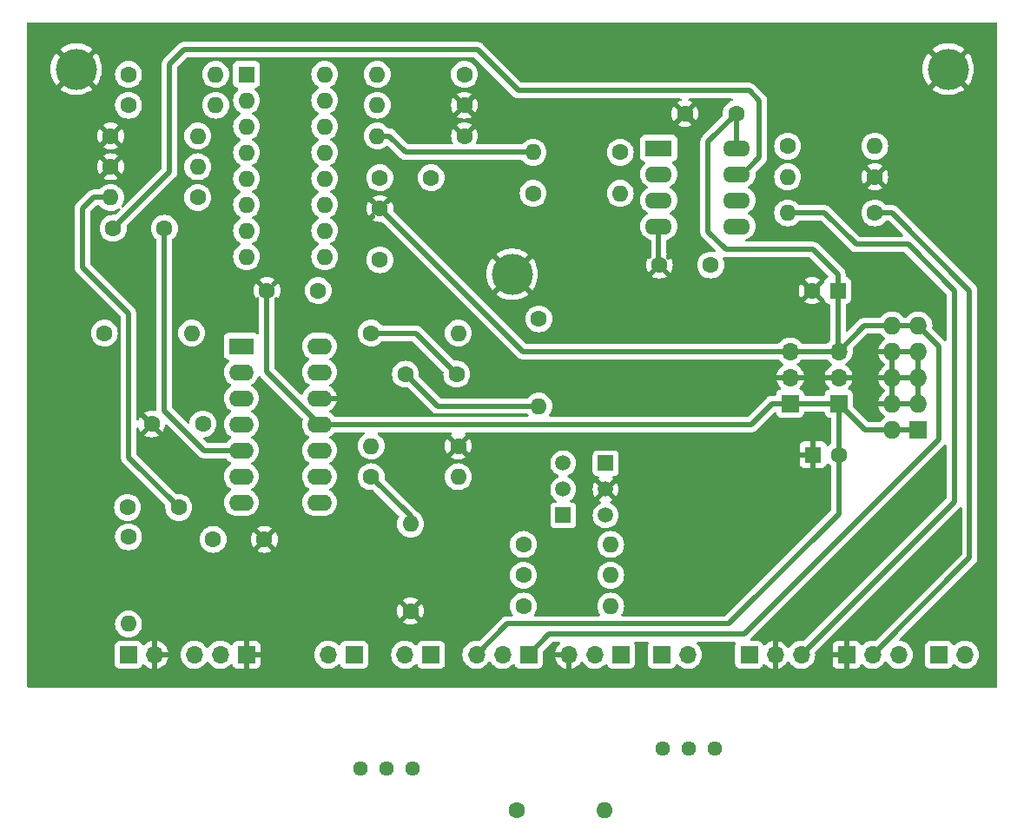
<source format=gbr>
G04 #@! TF.GenerationSoftware,KiCad,Pcbnew,7.0.2*
G04 #@! TF.CreationDate,2024-01-15T15:27:12-05:00*
G04 #@! TF.ProjectId,4 VCF FINAL,34205643-4620-4464-994e-414c2e6b6963,rev?*
G04 #@! TF.SameCoordinates,Original*
G04 #@! TF.FileFunction,Copper,L2,Bot*
G04 #@! TF.FilePolarity,Positive*
%FSLAX46Y46*%
G04 Gerber Fmt 4.6, Leading zero omitted, Abs format (unit mm)*
G04 Created by KiCad (PCBNEW 7.0.2) date 2024-01-15 15:27:12*
%MOMM*%
%LPD*%
G01*
G04 APERTURE LIST*
G04 #@! TA.AperFunction,ComponentPad*
%ADD10C,1.440000*%
G04 #@! TD*
G04 #@! TA.AperFunction,ComponentPad*
%ADD11C,1.600000*%
G04 #@! TD*
G04 #@! TA.AperFunction,ComponentPad*
%ADD12O,1.600000X1.600000*%
G04 #@! TD*
G04 #@! TA.AperFunction,ComponentPad*
%ADD13R,1.700000X1.700000*%
G04 #@! TD*
G04 #@! TA.AperFunction,ComponentPad*
%ADD14O,1.700000X1.700000*%
G04 #@! TD*
G04 #@! TA.AperFunction,ComponentPad*
%ADD15R,2.640000X1.600000*%
G04 #@! TD*
G04 #@! TA.AperFunction,ComponentPad*
%ADD16O,2.640000X1.600000*%
G04 #@! TD*
G04 #@! TA.AperFunction,ComponentPad*
%ADD17R,1.727200X1.727200*%
G04 #@! TD*
G04 #@! TA.AperFunction,ComponentPad*
%ADD18O,1.727200X1.727200*%
G04 #@! TD*
G04 #@! TA.AperFunction,ComponentPad*
%ADD19R,1.600000X1.600000*%
G04 #@! TD*
G04 #@! TA.AperFunction,ComponentPad*
%ADD20R,1.500000X1.500000*%
G04 #@! TD*
G04 #@! TA.AperFunction,ComponentPad*
%ADD21C,1.500000*%
G04 #@! TD*
G04 #@! TA.AperFunction,ComponentPad*
%ADD22R,2.400000X1.600000*%
G04 #@! TD*
G04 #@! TA.AperFunction,ComponentPad*
%ADD23O,2.400000X1.600000*%
G04 #@! TD*
G04 #@! TA.AperFunction,ComponentPad*
%ADD24C,4.000000*%
G04 #@! TD*
G04 #@! TA.AperFunction,Conductor*
%ADD25C,0.500000*%
G04 #@! TD*
G04 APERTURE END LIST*
D10*
X149100000Y-141100000D03*
X146560000Y-141100000D03*
X144020000Y-141100000D03*
D11*
X91975000Y-120475000D03*
D12*
X91975000Y-128975000D03*
D11*
X164725000Y-88895000D03*
D12*
X156225000Y-88895000D03*
D11*
X99225000Y-109475000D03*
X94225000Y-109475000D03*
X131415000Y-86995000D03*
D12*
X139915000Y-86995000D03*
D11*
X164725000Y-85395000D03*
D12*
X156225000Y-85395000D03*
D13*
X156475000Y-107475000D03*
D14*
X156475000Y-104935000D03*
X156475000Y-102395000D03*
D13*
X103475000Y-131975000D03*
D14*
X100935000Y-131975000D03*
X98395000Y-131975000D03*
D13*
X143975000Y-131975000D03*
D14*
X146515000Y-131975000D03*
D11*
X95475000Y-90395000D03*
X90475000Y-90395000D03*
X116475000Y-93475000D03*
X116475000Y-88475000D03*
D13*
X161975000Y-131975000D03*
D14*
X164515000Y-131975000D03*
X167055000Y-131975000D03*
D13*
X130975000Y-131975000D03*
D14*
X128435000Y-131975000D03*
X125895000Y-131975000D03*
D11*
X115625000Y-114620000D03*
D12*
X124125000Y-114620000D03*
D11*
X124125000Y-111620000D03*
D12*
X115625000Y-111620000D03*
D11*
X100225000Y-120725000D03*
X105225000Y-120725000D03*
X123975000Y-104620000D03*
X118975000Y-104620000D03*
X98725000Y-87395000D03*
D12*
X90225000Y-87395000D03*
D13*
X121475000Y-131975000D03*
D14*
X118935000Y-131975000D03*
D11*
X129850000Y-147100000D03*
D12*
X138350000Y-147100000D03*
D13*
X161205000Y-107475000D03*
D14*
X161205000Y-104935000D03*
X161205000Y-102395000D03*
D15*
X143665000Y-82585000D03*
D16*
X143665000Y-85125000D03*
X143665000Y-87665000D03*
X143665000Y-90205000D03*
X151285000Y-90205000D03*
X151285000Y-87665000D03*
X151285000Y-85125000D03*
X151285000Y-82585000D03*
D13*
X91975000Y-131975000D03*
D14*
X94515000Y-131975000D03*
D11*
X91975000Y-78395000D03*
D12*
X100475000Y-78395000D03*
D11*
X90225000Y-84395000D03*
D12*
X98725000Y-84395000D03*
D11*
X131975000Y-99225000D03*
D12*
X131975000Y-107725000D03*
D13*
X139975000Y-131975000D03*
D14*
X137435000Y-131975000D03*
X134895000Y-131975000D03*
D11*
X90225000Y-81395000D03*
D12*
X98725000Y-81395000D03*
D17*
X168975000Y-110055000D03*
D18*
X166435000Y-110055000D03*
X168975000Y-107515000D03*
X166435000Y-107515000D03*
X168975000Y-104975000D03*
X166435000Y-104975000D03*
X168975000Y-102435000D03*
X166435000Y-102435000D03*
X168975000Y-99895000D03*
X166435000Y-99895000D03*
D19*
X103475000Y-75395000D03*
D12*
X103475000Y-77935000D03*
X103475000Y-80475000D03*
X103475000Y-83015000D03*
X103475000Y-85555000D03*
X103475000Y-88095000D03*
X103475000Y-90635000D03*
X103475000Y-93175000D03*
X111095000Y-93175000D03*
X111095000Y-90635000D03*
X111095000Y-88095000D03*
X111095000Y-85555000D03*
X111095000Y-83015000D03*
X111095000Y-80475000D03*
X111095000Y-77935000D03*
X111095000Y-75395000D03*
D11*
X139915000Y-82995000D03*
D12*
X131415000Y-82995000D03*
D11*
X124725000Y-78395000D03*
D12*
X116225000Y-78395000D03*
D11*
X119475000Y-127725000D03*
D12*
X119475000Y-119225000D03*
D10*
X119640000Y-143100000D03*
X117100000Y-143100000D03*
X114560000Y-143100000D03*
D11*
X110475000Y-96475000D03*
X105475000Y-96475000D03*
D13*
X170975000Y-131975000D03*
D14*
X173515000Y-131975000D03*
D11*
X148725000Y-93975000D03*
X143725000Y-93975000D03*
X124725000Y-75395000D03*
D12*
X116225000Y-75395000D03*
D13*
X113975000Y-131975000D03*
D14*
X111435000Y-131975000D03*
D20*
X134350000Y-118390000D03*
D21*
X134350000Y-115850000D03*
X134350000Y-113310000D03*
D22*
X102975000Y-101895000D03*
D23*
X102975000Y-104435000D03*
X102975000Y-106975000D03*
X102975000Y-109515000D03*
X102975000Y-112055000D03*
X102975000Y-114595000D03*
X102975000Y-117135000D03*
X110595000Y-117135000D03*
X110595000Y-114595000D03*
X110595000Y-112055000D03*
X110595000Y-109515000D03*
X110595000Y-106975000D03*
X110595000Y-104435000D03*
X110595000Y-101895000D03*
D24*
X86875000Y-74875000D03*
D19*
X158705000Y-112475000D03*
D11*
X161205000Y-112475000D03*
D20*
X138490000Y-113310000D03*
D21*
X138490000Y-115850000D03*
X138490000Y-118390000D03*
D11*
X96875000Y-117620000D03*
X91875000Y-117620000D03*
X115625000Y-100620000D03*
D12*
X124125000Y-100620000D03*
D13*
X152475000Y-131975000D03*
D14*
X155015000Y-131975000D03*
X157555000Y-131975000D03*
D11*
X91975000Y-75395000D03*
D12*
X100475000Y-75395000D03*
D11*
X130475000Y-121225000D03*
D12*
X138975000Y-121225000D03*
D11*
X151225000Y-79225000D03*
X146225000Y-79225000D03*
D19*
X161115225Y-96475000D03*
D11*
X158615225Y-96475000D03*
X116475000Y-85475000D03*
X121475000Y-85475000D03*
X156225000Y-82395000D03*
D12*
X164725000Y-82395000D03*
D11*
X89625000Y-100620000D03*
D12*
X98125000Y-100620000D03*
D11*
X130475000Y-127225000D03*
D12*
X138975000Y-127225000D03*
D24*
X171875000Y-74875000D03*
D11*
X124725000Y-81395000D03*
D12*
X116225000Y-81395000D03*
D11*
X130475000Y-124225000D03*
D12*
X138975000Y-124225000D03*
D24*
X129375000Y-94875000D03*
D25*
X132975000Y-129975000D02*
X151975000Y-129975000D01*
X163705000Y-99895000D02*
X161205000Y-102395000D01*
X148475000Y-90725000D02*
X150225000Y-92475000D01*
X150225000Y-92475000D02*
X158725000Y-92475000D01*
X166435000Y-99895000D02*
X163705000Y-99895000D01*
X161115225Y-102305225D02*
X161205000Y-102395000D01*
X151975000Y-129975000D02*
X170975000Y-110975000D01*
X148475000Y-81975000D02*
X148475000Y-90725000D01*
X161115225Y-94865225D02*
X161115225Y-96475000D01*
X130975000Y-131975000D02*
X132975000Y-129975000D01*
X161115225Y-96475000D02*
X161115225Y-102305225D01*
X151225000Y-79225000D02*
X148475000Y-81975000D01*
X170975000Y-101895000D02*
X168975000Y-99895000D01*
X151285000Y-82585000D02*
X151285000Y-79285000D01*
X170975000Y-110975000D02*
X170975000Y-101895000D01*
X158725000Y-92475000D02*
X161115225Y-94865225D01*
X116475000Y-88475000D02*
X130395000Y-102395000D01*
X151285000Y-79285000D02*
X151225000Y-79225000D01*
X168975000Y-99895000D02*
X166435000Y-99895000D01*
X130395000Y-102395000D02*
X161205000Y-102395000D01*
X110595000Y-109515000D02*
X152685000Y-109515000D01*
X161205000Y-118245000D02*
X161205000Y-112475000D01*
X161205000Y-107475000D02*
X163785000Y-110055000D01*
X161205000Y-107475000D02*
X161205000Y-112475000D01*
X143665000Y-90205000D02*
X143665000Y-93915000D01*
X125895000Y-131975000D02*
X128895000Y-128975000D01*
X150475000Y-128975000D02*
X161205000Y-118245000D01*
X152685000Y-109515000D02*
X154725000Y-107475000D01*
X163785000Y-110055000D02*
X166435000Y-110055000D01*
X105475000Y-96475000D02*
X105475000Y-104395000D01*
X166435000Y-110055000D02*
X168975000Y-110055000D01*
X128895000Y-128975000D02*
X150475000Y-128975000D01*
X154725000Y-107475000D02*
X161205000Y-107475000D01*
X105475000Y-104395000D02*
X110595000Y-109515000D01*
X173975000Y-122515000D02*
X164515000Y-131975000D01*
X173975000Y-96475000D02*
X173975000Y-122515000D01*
X166395000Y-88895000D02*
X173975000Y-96475000D01*
X164725000Y-88895000D02*
X166395000Y-88895000D01*
X156225000Y-88895000D02*
X159832020Y-88895000D01*
X167975000Y-91975000D02*
X172475000Y-96475000D01*
X162912020Y-91975000D02*
X167975000Y-91975000D01*
X159832020Y-88895000D02*
X162912020Y-91975000D01*
X172475000Y-96475000D02*
X172475000Y-117055000D01*
X172475000Y-117055000D02*
X157555000Y-131975000D01*
X115625000Y-114620000D02*
X119475000Y-118470000D01*
X119475000Y-118470000D02*
X119475000Y-119225000D01*
X115625000Y-100620000D02*
X119975000Y-100620000D01*
X119975000Y-100620000D02*
X123975000Y-104620000D01*
X118975000Y-104620000D02*
X122080000Y-107725000D01*
X122080000Y-107725000D02*
X131975000Y-107725000D01*
X90475000Y-90395000D02*
X95975000Y-84895000D01*
X153475000Y-77975000D02*
X153475000Y-83475000D01*
X97395000Y-72975000D02*
X125975000Y-72975000D01*
X152475000Y-76975000D02*
X153475000Y-77975000D01*
X95975000Y-84895000D02*
X95975000Y-74395000D01*
X125975000Y-72975000D02*
X129975000Y-76975000D01*
X151825000Y-85125000D02*
X151285000Y-85125000D01*
X153475000Y-83475000D02*
X151825000Y-85125000D01*
X129975000Y-76975000D02*
X152475000Y-76975000D01*
X95975000Y-74395000D02*
X97395000Y-72975000D01*
X99305000Y-112055000D02*
X95475000Y-108225000D01*
X95475000Y-108225000D02*
X95475000Y-90395000D01*
X102975000Y-112055000D02*
X99305000Y-112055000D01*
X116225000Y-81395000D02*
X117395000Y-81395000D01*
X118995000Y-82995000D02*
X131415000Y-82995000D01*
X117395000Y-81395000D02*
X118995000Y-82995000D01*
X87475000Y-88475000D02*
X88555000Y-87395000D01*
X96875000Y-117620000D02*
X91975000Y-112720000D01*
X88555000Y-87395000D02*
X90225000Y-87395000D01*
X91975000Y-98685000D02*
X87475000Y-94185000D01*
X87475000Y-94185000D02*
X87475000Y-88475000D01*
X91975000Y-112720000D02*
X91975000Y-98685000D01*
G04 #@! TA.AperFunction,Conductor*
G36*
X171684397Y-111533494D02*
G01*
X171714916Y-111597597D01*
X171716500Y-111617514D01*
X171716500Y-116688628D01*
X171696498Y-116756749D01*
X171679595Y-116777723D01*
X157861904Y-130595413D01*
X157799592Y-130629439D01*
X157752072Y-130630600D01*
X157687854Y-130619884D01*
X157667569Y-130616500D01*
X157442431Y-130616500D01*
X157220365Y-130653556D01*
X157220362Y-130653556D01*
X157220362Y-130653557D01*
X157007426Y-130726657D01*
X156809421Y-130833812D01*
X156631762Y-130972091D01*
X156479275Y-131137735D01*
X156390182Y-131274101D01*
X156336179Y-131320189D01*
X156265831Y-131329764D01*
X156201473Y-131299786D01*
X156179217Y-131274101D01*
X156090321Y-131138037D01*
X155937903Y-130972466D01*
X155760302Y-130834233D01*
X155562368Y-130727116D01*
X155349510Y-130654042D01*
X155269000Y-130640606D01*
X155269000Y-131541325D01*
X155157315Y-131490320D01*
X155050763Y-131475000D01*
X154979237Y-131475000D01*
X154872685Y-131490320D01*
X154761000Y-131541325D01*
X154761000Y-130640607D01*
X154760999Y-130640606D01*
X154680489Y-130654042D01*
X154467631Y-130727116D01*
X154269697Y-130834233D01*
X154092099Y-130972463D01*
X154030951Y-131038888D01*
X153970098Y-131075459D01*
X153899133Y-131073324D01*
X153840588Y-131033162D01*
X153820194Y-130997582D01*
X153820152Y-130997470D01*
X153775889Y-130878796D01*
X153774868Y-130877432D01*
X153688261Y-130761738D01*
X153571205Y-130674111D01*
X153481377Y-130640607D01*
X153434201Y-130623011D01*
X153373638Y-130616500D01*
X153370269Y-130616500D01*
X152710370Y-130616500D01*
X152642249Y-130596498D01*
X152595756Y-130542842D01*
X152585652Y-130472568D01*
X152615146Y-130407988D01*
X152621275Y-130401405D01*
X162025768Y-120996912D01*
X171465777Y-111556902D01*
X171479624Y-111544936D01*
X171499058Y-111530469D01*
X171499057Y-111530469D01*
X171510876Y-111521672D01*
X171512672Y-111524085D01*
X171553079Y-111497199D01*
X171624067Y-111496067D01*
X171684397Y-111533494D01*
G37*
G04 #@! TD.AperFunction*
G04 #@! TA.AperFunction,Conductor*
G36*
X125676750Y-73753502D02*
G01*
X125697724Y-73770405D01*
X129393092Y-77465773D01*
X129405060Y-77479620D01*
X129409628Y-77485756D01*
X129419531Y-77499058D01*
X129457870Y-77531228D01*
X129465974Y-77538655D01*
X129469899Y-77542580D01*
X129494453Y-77561995D01*
X129497292Y-77564308D01*
X129556382Y-77613890D01*
X129572889Y-77624405D01*
X129642794Y-77657002D01*
X129646094Y-77658600D01*
X129715000Y-77693206D01*
X129733485Y-77699631D01*
X129734791Y-77699900D01*
X129734794Y-77699902D01*
X129809113Y-77715247D01*
X129812525Y-77716003D01*
X129886344Y-77733500D01*
X129886347Y-77733500D01*
X129887642Y-77733807D01*
X129907111Y-77735796D01*
X129908438Y-77735757D01*
X129908442Y-77735758D01*
X129982697Y-77733597D01*
X129984224Y-77733553D01*
X129987888Y-77733500D01*
X145780564Y-77733500D01*
X145848685Y-77753502D01*
X145895178Y-77807158D01*
X145905282Y-77877432D01*
X145875788Y-77942012D01*
X145816062Y-77980396D01*
X145813175Y-77981207D01*
X145775929Y-77991186D01*
X145568499Y-78087913D01*
X145497109Y-78137900D01*
X146185481Y-78826272D01*
X146099852Y-78839835D01*
X145986955Y-78897359D01*
X145897359Y-78986955D01*
X145839835Y-79099852D01*
X145826272Y-79185481D01*
X145137900Y-78497109D01*
X145087913Y-78568499D01*
X144991186Y-78775929D01*
X144931951Y-78997000D01*
X144912004Y-79225000D01*
X144931951Y-79452999D01*
X144991186Y-79674070D01*
X145087912Y-79881497D01*
X145137899Y-79952887D01*
X145826272Y-79264516D01*
X145839835Y-79350148D01*
X145897359Y-79463045D01*
X145986955Y-79552641D01*
X146099852Y-79610165D01*
X146185482Y-79623727D01*
X145497110Y-80312098D01*
X145497110Y-80312100D01*
X145568497Y-80362085D01*
X145775929Y-80458813D01*
X145997000Y-80518048D01*
X146225000Y-80537995D01*
X146452999Y-80518048D01*
X146674070Y-80458813D01*
X146881498Y-80362087D01*
X146952888Y-80312099D01*
X146952888Y-80312097D01*
X146264518Y-79623727D01*
X146350148Y-79610165D01*
X146463045Y-79552641D01*
X146552641Y-79463045D01*
X146610165Y-79350148D01*
X146623727Y-79264516D01*
X147312098Y-79952888D01*
X147312099Y-79952888D01*
X147362087Y-79881498D01*
X147458813Y-79674070D01*
X147518048Y-79452999D01*
X147537995Y-79225000D01*
X147518048Y-78997000D01*
X147458813Y-78775929D01*
X147362085Y-78568497D01*
X147312100Y-78497110D01*
X147312097Y-78497110D01*
X146623726Y-79185480D01*
X146610165Y-79099852D01*
X146552641Y-78986955D01*
X146463045Y-78897359D01*
X146350148Y-78839835D01*
X146264517Y-78826272D01*
X146952888Y-78137899D01*
X146881497Y-78087912D01*
X146674070Y-77991186D01*
X146636825Y-77981207D01*
X146576202Y-77944255D01*
X146545181Y-77880395D01*
X146553609Y-77809900D01*
X146598812Y-77755153D01*
X146666437Y-77733536D01*
X146669436Y-77733500D01*
X150778633Y-77733500D01*
X150846754Y-77753502D01*
X150893247Y-77807158D01*
X150903351Y-77877432D01*
X150873857Y-77942012D01*
X150814131Y-77980396D01*
X150811245Y-77981207D01*
X150775755Y-77990716D01*
X150568249Y-78087477D01*
X150380696Y-78218804D01*
X150218804Y-78380696D01*
X150087477Y-78568249D01*
X149990715Y-78775756D01*
X149931457Y-78996912D01*
X149911502Y-79225000D01*
X149925754Y-79387914D01*
X149911764Y-79457518D01*
X149889328Y-79487989D01*
X147984225Y-81393092D01*
X147970377Y-81405061D01*
X147950944Y-81419529D01*
X147950942Y-81419530D01*
X147950942Y-81419531D01*
X147927492Y-81447477D01*
X147918773Y-81457868D01*
X147911360Y-81465958D01*
X147910017Y-81467301D01*
X147910011Y-81467307D01*
X147907420Y-81469899D01*
X147905149Y-81472770D01*
X147905140Y-81472781D01*
X147887997Y-81494460D01*
X147885688Y-81497294D01*
X147836119Y-81556369D01*
X147825589Y-81572899D01*
X147792995Y-81642794D01*
X147791401Y-81646087D01*
X147756795Y-81714997D01*
X147750363Y-81733500D01*
X147734759Y-81809064D01*
X147733967Y-81812637D01*
X147716192Y-81887640D01*
X147714202Y-81907115D01*
X147716447Y-81984258D01*
X147716500Y-81987922D01*
X147716500Y-90660559D01*
X147715170Y-90678820D01*
X147711658Y-90702790D01*
X147716020Y-90752633D01*
X147716500Y-90763616D01*
X147716500Y-90769180D01*
X147716924Y-90772815D01*
X147716926Y-90772834D01*
X147720135Y-90800291D01*
X147720507Y-90803932D01*
X147727228Y-90880744D01*
X147731469Y-90899873D01*
X147757846Y-90972342D01*
X147759049Y-90975804D01*
X147783304Y-91049000D01*
X147791837Y-91066627D01*
X147834232Y-91131084D01*
X147836171Y-91134127D01*
X147871478Y-91191368D01*
X147876674Y-91199792D01*
X147889038Y-91214967D01*
X147889998Y-91215873D01*
X147889999Y-91215874D01*
X147890663Y-91216500D01*
X147945155Y-91267911D01*
X147947784Y-91270465D01*
X149174760Y-92497441D01*
X149208786Y-92559753D01*
X149203721Y-92630568D01*
X149161174Y-92687404D01*
X149094654Y-92712215D01*
X149053054Y-92708243D01*
X148953087Y-92681457D01*
X148725000Y-92661502D01*
X148496912Y-92681457D01*
X148275756Y-92740715D01*
X148068249Y-92837477D01*
X147880696Y-92968804D01*
X147718804Y-93130696D01*
X147587477Y-93318249D01*
X147490715Y-93525756D01*
X147431457Y-93746912D01*
X147411502Y-93975000D01*
X147431457Y-94203087D01*
X147490715Y-94424243D01*
X147587477Y-94631750D01*
X147718804Y-94819303D01*
X147880696Y-94981195D01*
X148068249Y-95112522D01*
X148275756Y-95209284D01*
X148331092Y-95224111D01*
X148496913Y-95268543D01*
X148725000Y-95288498D01*
X148953087Y-95268543D01*
X149174243Y-95209284D01*
X149381749Y-95112523D01*
X149569300Y-94981198D01*
X149731198Y-94819300D01*
X149862523Y-94631749D01*
X149959284Y-94424243D01*
X150018543Y-94203087D01*
X150038498Y-93975000D01*
X150018543Y-93746913D01*
X149959284Y-93525757D01*
X149894457Y-93386735D01*
X149883797Y-93316545D01*
X149912777Y-93251733D01*
X149972197Y-93212876D01*
X150034130Y-93210090D01*
X150059078Y-93215241D01*
X150062630Y-93216029D01*
X150136344Y-93233500D01*
X150136346Y-93233500D01*
X150137641Y-93233807D01*
X150157114Y-93235797D01*
X150158439Y-93235758D01*
X150158442Y-93235759D01*
X150232477Y-93233604D01*
X150234259Y-93233553D01*
X150237923Y-93233500D01*
X158358629Y-93233500D01*
X158426750Y-93253502D01*
X158447724Y-93270405D01*
X160172493Y-94995174D01*
X160206519Y-95057486D01*
X160201454Y-95128301D01*
X160158907Y-95185137D01*
X160127431Y-95202325D01*
X160069018Y-95224111D01*
X159951963Y-95311738D01*
X159864336Y-95428794D01*
X159836389Y-95503723D01*
X159813236Y-95565799D01*
X159806754Y-95626083D01*
X159806754Y-95626086D01*
X159806728Y-95626324D01*
X159806725Y-95626359D01*
X159806745Y-95626113D01*
X159783321Y-95692485D01*
X159727247Y-95736031D01*
X159711060Y-95738374D01*
X159013952Y-96435481D01*
X159000390Y-96349852D01*
X158942866Y-96236955D01*
X158853270Y-96147359D01*
X158740373Y-96089835D01*
X158654742Y-96076272D01*
X159343113Y-95387899D01*
X159271722Y-95337912D01*
X159064295Y-95241186D01*
X158843224Y-95181951D01*
X158615225Y-95162004D01*
X158387225Y-95181951D01*
X158166154Y-95241186D01*
X157958724Y-95337913D01*
X157887334Y-95387900D01*
X158575706Y-96076272D01*
X158490077Y-96089835D01*
X158377180Y-96147359D01*
X158287584Y-96236955D01*
X158230060Y-96349852D01*
X158216497Y-96435481D01*
X157528125Y-95747109D01*
X157478138Y-95818499D01*
X157381411Y-96025929D01*
X157322176Y-96247000D01*
X157302229Y-96474999D01*
X157322176Y-96702999D01*
X157381411Y-96924070D01*
X157478137Y-97131497D01*
X157528124Y-97202887D01*
X158216497Y-96514516D01*
X158230060Y-96600148D01*
X158287584Y-96713045D01*
X158377180Y-96802641D01*
X158490077Y-96860165D01*
X158575707Y-96873727D01*
X157887335Y-97562098D01*
X157887335Y-97562100D01*
X157958722Y-97612085D01*
X158166154Y-97708813D01*
X158387225Y-97768048D01*
X158615224Y-97787995D01*
X158843224Y-97768048D01*
X159064295Y-97708813D01*
X159271723Y-97612087D01*
X159343113Y-97562099D01*
X159343113Y-97562097D01*
X158654743Y-96873727D01*
X158740373Y-96860165D01*
X158853270Y-96802641D01*
X158942866Y-96713045D01*
X159000390Y-96600148D01*
X159013952Y-96514518D01*
X159713937Y-97214503D01*
X159739754Y-97219692D01*
X159790746Y-97269091D01*
X159806731Y-97323718D01*
X159806725Y-97323640D01*
X159807084Y-97326980D01*
X159807085Y-97326993D01*
X159808908Y-97343944D01*
X159813053Y-97382503D01*
X159813236Y-97384200D01*
X159864336Y-97521205D01*
X159951963Y-97638261D01*
X160069019Y-97725888D01*
X160069020Y-97725888D01*
X160069021Y-97725889D01*
X160206024Y-97776989D01*
X160244194Y-97781092D01*
X160309785Y-97808261D01*
X160350277Y-97866578D01*
X160356725Y-97906370D01*
X160356725Y-101272148D01*
X160336723Y-101340269D01*
X160308117Y-101371579D01*
X160281760Y-101392093D01*
X160129276Y-101557734D01*
X160115112Y-101579415D01*
X160061108Y-101625504D01*
X160009629Y-101636500D01*
X157670371Y-101636500D01*
X157602250Y-101616498D01*
X157564888Y-101579415D01*
X157550723Y-101557734D01*
X157550722Y-101557732D01*
X157398240Y-101392094D01*
X157398239Y-101392093D01*
X157398237Y-101392091D01*
X157220578Y-101253812D01*
X157022573Y-101146657D01*
X156878427Y-101097172D01*
X156809635Y-101073556D01*
X156587569Y-101036500D01*
X156362431Y-101036500D01*
X156140365Y-101073556D01*
X156140362Y-101073556D01*
X156140362Y-101073557D01*
X155927426Y-101146657D01*
X155729421Y-101253812D01*
X155551762Y-101392091D01*
X155399276Y-101557734D01*
X155385112Y-101579415D01*
X155331108Y-101625504D01*
X155279629Y-101636500D01*
X130761371Y-101636500D01*
X130693250Y-101616498D01*
X130672276Y-101599595D01*
X128297681Y-99225000D01*
X130661502Y-99225000D01*
X130668854Y-99309038D01*
X130681457Y-99453087D01*
X130740715Y-99674243D01*
X130837477Y-99881750D01*
X130968804Y-100069303D01*
X131130696Y-100231195D01*
X131318249Y-100362522D01*
X131525756Y-100459284D01*
X131575165Y-100472523D01*
X131746913Y-100518543D01*
X131975000Y-100538498D01*
X132203087Y-100518543D01*
X132424243Y-100459284D01*
X132631749Y-100362523D01*
X132819300Y-100231198D01*
X132981198Y-100069300D01*
X133112523Y-99881749D01*
X133209284Y-99674243D01*
X133268543Y-99453087D01*
X133288498Y-99225000D01*
X133268543Y-98996913D01*
X133209284Y-98775757D01*
X133193723Y-98742387D01*
X133112522Y-98568249D01*
X132981195Y-98380696D01*
X132819303Y-98218804D01*
X132631750Y-98087477D01*
X132424243Y-97990715D01*
X132203087Y-97931457D01*
X131975000Y-97911502D01*
X131746912Y-97931457D01*
X131525756Y-97990715D01*
X131318249Y-98087477D01*
X131130696Y-98218804D01*
X130968804Y-98380696D01*
X130837477Y-98568249D01*
X130740715Y-98775756D01*
X130681457Y-98996912D01*
X130662654Y-99211838D01*
X130661502Y-99225000D01*
X128297681Y-99225000D01*
X123951638Y-94878957D01*
X126862289Y-94878957D01*
X126881606Y-95185994D01*
X126882599Y-95193855D01*
X126940245Y-95496046D01*
X126942216Y-95503723D01*
X127037284Y-95796309D01*
X127040199Y-95803672D01*
X127171189Y-96082040D01*
X127175001Y-96088974D01*
X127339847Y-96348730D01*
X127344500Y-96355135D01*
X127431043Y-96459746D01*
X128074994Y-95815794D01*
X128076570Y-95818365D01*
X128240130Y-96009870D01*
X128431635Y-96173430D01*
X128434203Y-96175004D01*
X127787521Y-96821686D01*
X127787521Y-96821688D01*
X128025280Y-96994429D01*
X128031961Y-96998669D01*
X128301572Y-97146889D01*
X128308707Y-97150247D01*
X128594769Y-97263507D01*
X128602295Y-97265952D01*
X128900278Y-97342462D01*
X128908050Y-97343944D01*
X129213278Y-97382503D01*
X129221169Y-97383000D01*
X129528831Y-97383000D01*
X129536721Y-97382503D01*
X129841949Y-97343944D01*
X129849721Y-97342462D01*
X130147704Y-97265952D01*
X130155230Y-97263507D01*
X130441292Y-97150247D01*
X130448427Y-97146889D01*
X130718038Y-96998669D01*
X130724719Y-96994429D01*
X130962477Y-96821688D01*
X130962477Y-96821686D01*
X130315795Y-96175004D01*
X130318365Y-96173430D01*
X130509870Y-96009870D01*
X130673430Y-95818365D01*
X130675004Y-95815795D01*
X131318955Y-96459746D01*
X131318956Y-96459745D01*
X131405499Y-96355135D01*
X131410152Y-96348730D01*
X131574998Y-96088974D01*
X131578810Y-96082040D01*
X131709800Y-95803672D01*
X131712715Y-95796309D01*
X131807783Y-95503723D01*
X131809754Y-95496046D01*
X131867400Y-95193855D01*
X131868393Y-95185994D01*
X131887710Y-94878957D01*
X131887710Y-94871042D01*
X131868393Y-94564005D01*
X131867400Y-94556144D01*
X131809754Y-94253953D01*
X131807783Y-94246276D01*
X131712715Y-93953690D01*
X131709800Y-93946327D01*
X131578810Y-93667959D01*
X131574998Y-93661025D01*
X131410152Y-93401269D01*
X131405499Y-93394864D01*
X131318955Y-93290252D01*
X130675003Y-93934203D01*
X130673430Y-93931635D01*
X130509870Y-93740130D01*
X130318365Y-93576570D01*
X130315794Y-93574994D01*
X130962477Y-92928312D01*
X130962477Y-92928310D01*
X130724719Y-92755570D01*
X130718038Y-92751330D01*
X130448427Y-92603110D01*
X130441292Y-92599752D01*
X130155230Y-92486492D01*
X130147704Y-92484047D01*
X129849721Y-92407537D01*
X129841949Y-92406055D01*
X129536721Y-92367496D01*
X129528831Y-92367000D01*
X129221169Y-92367000D01*
X129213278Y-92367496D01*
X128908050Y-92406055D01*
X128900278Y-92407537D01*
X128602295Y-92484047D01*
X128594769Y-92486492D01*
X128308707Y-92599752D01*
X128301572Y-92603110D01*
X128031961Y-92751330D01*
X128025272Y-92755575D01*
X127787521Y-92928309D01*
X127787521Y-92928312D01*
X128434204Y-93574995D01*
X128431635Y-93576570D01*
X128240130Y-93740130D01*
X128076570Y-93931635D01*
X128074995Y-93934204D01*
X127431043Y-93290252D01*
X127431042Y-93290252D01*
X127344495Y-93394870D01*
X127339850Y-93401263D01*
X127175001Y-93661025D01*
X127171189Y-93667959D01*
X127040199Y-93946327D01*
X127037284Y-93953690D01*
X126942216Y-94246276D01*
X126940245Y-94253953D01*
X126882599Y-94556144D01*
X126881606Y-94564005D01*
X126862289Y-94871042D01*
X126862289Y-94878957D01*
X123951638Y-94878957D01*
X119277681Y-90205000D01*
X141831502Y-90205000D01*
X141851457Y-90433087D01*
X141910715Y-90654243D01*
X142007477Y-90861750D01*
X142138804Y-91049303D01*
X142300696Y-91211195D01*
X142488249Y-91342522D01*
X142488250Y-91342522D01*
X142488251Y-91342523D01*
X142695757Y-91439284D01*
X142813111Y-91470728D01*
X142873733Y-91507679D01*
X142904755Y-91571539D01*
X142906500Y-91592435D01*
X142906500Y-93211519D01*
X142886498Y-93279640D01*
X142832842Y-93326133D01*
X142762568Y-93336237D01*
X142697988Y-93306743D01*
X142691405Y-93300614D01*
X142637900Y-93247109D01*
X142587913Y-93318499D01*
X142491186Y-93525929D01*
X142431951Y-93747000D01*
X142412004Y-93975000D01*
X142431951Y-94202999D01*
X142491186Y-94424070D01*
X142587912Y-94631497D01*
X142637899Y-94702887D01*
X142918804Y-94421983D01*
X142981117Y-94387958D01*
X143051932Y-94393022D01*
X143094365Y-94419427D01*
X143208971Y-94527553D01*
X143208973Y-94527554D01*
X143271338Y-94563561D01*
X143320331Y-94614943D01*
X143333767Y-94684657D01*
X143307381Y-94750568D01*
X143297433Y-94761775D01*
X142997110Y-95062097D01*
X142997110Y-95062100D01*
X143068497Y-95112085D01*
X143275929Y-95208813D01*
X143497000Y-95268048D01*
X143725000Y-95287995D01*
X143952999Y-95268048D01*
X144174070Y-95208813D01*
X144381498Y-95112087D01*
X144452888Y-95062099D01*
X144452888Y-95062098D01*
X144104247Y-94713458D01*
X144070222Y-94651145D01*
X144075286Y-94580330D01*
X144117833Y-94523494D01*
X144118101Y-94523294D01*
X144128181Y-94515790D01*
X144189058Y-94470469D01*
X144278896Y-94363403D01*
X144338003Y-94324079D01*
X144408991Y-94322952D01*
X144464512Y-94355301D01*
X144812098Y-94702888D01*
X144812099Y-94702888D01*
X144862087Y-94631498D01*
X144958813Y-94424070D01*
X145018048Y-94202999D01*
X145037995Y-93975000D01*
X145018048Y-93747000D01*
X144958813Y-93525929D01*
X144862085Y-93318497D01*
X144812100Y-93247110D01*
X144812097Y-93247110D01*
X144638595Y-93420613D01*
X144576283Y-93454639D01*
X144505468Y-93449574D01*
X144448632Y-93407027D01*
X144423821Y-93340507D01*
X144423500Y-93331518D01*
X144423500Y-92969479D01*
X144443502Y-92901358D01*
X144453032Y-92889532D01*
X144451572Y-92872843D01*
X144432900Y-92849483D01*
X144423500Y-92801729D01*
X144423500Y-91592435D01*
X144443502Y-91524314D01*
X144497158Y-91477821D01*
X144516885Y-91470729D01*
X144634243Y-91439284D01*
X144841749Y-91342523D01*
X145029300Y-91211198D01*
X145191198Y-91049300D01*
X145322523Y-90861749D01*
X145419284Y-90654243D01*
X145478543Y-90433087D01*
X145498498Y-90205000D01*
X145478543Y-89976913D01*
X145424114Y-89773783D01*
X145419284Y-89755756D01*
X145322522Y-89548249D01*
X145191195Y-89360696D01*
X145029303Y-89198804D01*
X144841748Y-89067476D01*
X144802543Y-89049195D01*
X144749257Y-89002278D01*
X144729796Y-88934001D01*
X144750337Y-88866041D01*
X144802543Y-88820805D01*
X144807163Y-88818650D01*
X144841749Y-88802523D01*
X145029300Y-88671198D01*
X145191198Y-88509300D01*
X145322523Y-88321749D01*
X145419284Y-88114243D01*
X145478543Y-87893087D01*
X145498498Y-87665000D01*
X145478543Y-87436913D01*
X145419284Y-87215757D01*
X145396507Y-87166912D01*
X145322522Y-87008249D01*
X145223255Y-86866482D01*
X145191198Y-86820700D01*
X145191197Y-86820699D01*
X145191195Y-86820696D01*
X145029303Y-86658804D01*
X144841748Y-86527476D01*
X144802543Y-86509195D01*
X144749257Y-86462278D01*
X144729796Y-86394001D01*
X144750337Y-86326041D01*
X144802543Y-86280805D01*
X144807163Y-86278650D01*
X144841749Y-86262523D01*
X145029300Y-86131198D01*
X145191198Y-85969300D01*
X145322523Y-85781749D01*
X145419284Y-85574243D01*
X145478543Y-85353087D01*
X145498498Y-85125000D01*
X145478543Y-84896913D01*
X145419284Y-84675757D01*
X145415251Y-84667109D01*
X145322522Y-84468249D01*
X145191195Y-84280696D01*
X145029303Y-84118804D01*
X145025998Y-84116490D01*
X145022050Y-84111551D01*
X145021506Y-84111007D01*
X145021566Y-84110946D01*
X144981670Y-84061033D01*
X144974361Y-83990413D01*
X145006392Y-83927053D01*
X145067593Y-83891068D01*
X145084795Y-83888000D01*
X145094201Y-83886989D01*
X145231204Y-83835889D01*
X145348261Y-83748261D01*
X145435889Y-83631204D01*
X145486989Y-83494201D01*
X145493500Y-83433638D01*
X145493500Y-81736362D01*
X145486989Y-81675799D01*
X145435889Y-81538796D01*
X145435888Y-81538794D01*
X145348261Y-81421738D01*
X145231205Y-81334111D01*
X145162702Y-81308561D01*
X145094201Y-81283011D01*
X145033638Y-81276500D01*
X142296362Y-81276500D01*
X142293013Y-81276859D01*
X142293013Y-81276860D01*
X142235799Y-81283011D01*
X142098794Y-81334111D01*
X141981738Y-81421738D01*
X141894111Y-81538794D01*
X141855321Y-81642794D01*
X141843011Y-81675799D01*
X141836500Y-81736362D01*
X141836500Y-83433638D01*
X141843011Y-83494201D01*
X141864083Y-83550696D01*
X141894111Y-83631205D01*
X141981738Y-83748261D01*
X142098794Y-83835888D01*
X142098795Y-83835888D01*
X142098796Y-83835889D01*
X142235799Y-83886989D01*
X142245198Y-83887999D01*
X142310790Y-83915167D01*
X142351282Y-83973485D01*
X142353816Y-84044436D01*
X142317590Y-84105495D01*
X142304005Y-84116487D01*
X142300698Y-84118802D01*
X142138804Y-84280696D01*
X142007477Y-84468249D01*
X141910715Y-84675756D01*
X141851457Y-84896912D01*
X141831502Y-85125000D01*
X141851457Y-85353087D01*
X141910715Y-85574243D01*
X142007477Y-85781750D01*
X142138804Y-85969303D01*
X142300696Y-86131195D01*
X142300699Y-86131197D01*
X142300700Y-86131198D01*
X142488251Y-86262523D01*
X142523359Y-86278894D01*
X142527457Y-86280805D01*
X142580742Y-86327722D01*
X142600203Y-86396000D01*
X142579661Y-86463960D01*
X142527457Y-86509195D01*
X142488250Y-86527477D01*
X142300696Y-86658804D01*
X142138804Y-86820696D01*
X142007477Y-87008249D01*
X141910715Y-87215756D01*
X141851457Y-87436912D01*
X141831502Y-87664999D01*
X141851457Y-87893087D01*
X141910715Y-88114243D01*
X142007477Y-88321750D01*
X142138804Y-88509303D01*
X142300696Y-88671195D01*
X142300699Y-88671197D01*
X142300700Y-88671198D01*
X142488251Y-88802523D01*
X142523359Y-88818894D01*
X142527457Y-88820805D01*
X142580742Y-88867722D01*
X142600203Y-88936000D01*
X142579661Y-89003960D01*
X142527457Y-89049195D01*
X142488250Y-89067477D01*
X142300696Y-89198804D01*
X142138804Y-89360696D01*
X142007477Y-89548249D01*
X141910715Y-89755756D01*
X141851457Y-89976912D01*
X141831502Y-90205000D01*
X119277681Y-90205000D01*
X117810208Y-88737527D01*
X117776182Y-88675215D01*
X117773783Y-88637450D01*
X117787995Y-88475004D01*
X117768048Y-88247000D01*
X117708813Y-88025929D01*
X117612085Y-87818497D01*
X117562100Y-87747110D01*
X117562098Y-87747110D01*
X117280039Y-88029169D01*
X117217727Y-88063194D01*
X117146911Y-88058129D01*
X117101849Y-88029168D01*
X116982700Y-87910019D01*
X116982699Y-87910019D01*
X116980101Y-87907420D01*
X116925452Y-87864209D01*
X116884425Y-87806269D01*
X116881235Y-87735344D01*
X116914509Y-87676278D01*
X117202888Y-87387899D01*
X117131497Y-87337912D01*
X116924070Y-87241186D01*
X116702999Y-87181951D01*
X116474999Y-87162004D01*
X116247000Y-87181951D01*
X116025929Y-87241186D01*
X115818499Y-87337913D01*
X115747110Y-87387899D01*
X116033380Y-87674169D01*
X116067405Y-87736482D01*
X116062341Y-87807297D01*
X116028049Y-87857390D01*
X115904526Y-87967315D01*
X115868577Y-88018656D01*
X115813119Y-88062984D01*
X115742500Y-88070292D01*
X115679139Y-88038261D01*
X115676268Y-88035479D01*
X115387899Y-87747110D01*
X115337913Y-87818499D01*
X115241186Y-88025929D01*
X115181951Y-88247000D01*
X115162004Y-88474999D01*
X115181951Y-88702999D01*
X115241186Y-88924070D01*
X115337912Y-89131497D01*
X115387899Y-89202887D01*
X115674083Y-88916704D01*
X115736396Y-88882679D01*
X115807211Y-88887743D01*
X115864047Y-88930290D01*
X115870410Y-88939637D01*
X115875970Y-88948651D01*
X115875971Y-88948652D01*
X115875973Y-88948655D01*
X116029168Y-89101850D01*
X116063194Y-89164162D01*
X116058129Y-89234977D01*
X116029168Y-89280040D01*
X115747110Y-89562097D01*
X115747110Y-89562100D01*
X115818497Y-89612085D01*
X116025929Y-89708813D01*
X116247000Y-89768048D01*
X116475004Y-89787995D01*
X116637450Y-89773783D01*
X116707055Y-89787771D01*
X116737527Y-89810208D01*
X129813092Y-102885773D01*
X129825060Y-102899620D01*
X129826235Y-102901198D01*
X129839531Y-102919058D01*
X129877870Y-102951228D01*
X129885974Y-102958655D01*
X129889900Y-102962581D01*
X129892780Y-102964858D01*
X129914455Y-102981997D01*
X129917296Y-102984311D01*
X129949072Y-103010974D01*
X129974753Y-103032523D01*
X129976377Y-103033885D01*
X129992890Y-103044405D01*
X130062786Y-103076998D01*
X130066078Y-103078591D01*
X130133812Y-103112609D01*
X130133814Y-103112609D01*
X130135008Y-103113209D01*
X130153490Y-103119633D01*
X130154791Y-103119901D01*
X130154794Y-103119903D01*
X130229078Y-103135241D01*
X130232630Y-103136029D01*
X130306344Y-103153500D01*
X130306346Y-103153500D01*
X130307641Y-103153807D01*
X130327114Y-103155797D01*
X130328439Y-103155758D01*
X130328442Y-103155759D01*
X130402477Y-103153604D01*
X130404259Y-103153553D01*
X130407923Y-103153500D01*
X155279629Y-103153500D01*
X155347750Y-103173502D01*
X155385111Y-103210584D01*
X155399278Y-103232268D01*
X155540537Y-103385715D01*
X155551762Y-103397908D01*
X155729422Y-103536188D01*
X155729424Y-103536189D01*
X155763205Y-103554470D01*
X155813596Y-103604482D01*
X155828949Y-103673799D01*
X155804389Y-103740413D01*
X155763209Y-103776096D01*
X155729702Y-103794229D01*
X155552096Y-103932466D01*
X155399678Y-104098037D01*
X155276580Y-104286451D01*
X155186177Y-104492548D01*
X155138455Y-104680999D01*
X155138456Y-104681000D01*
X156043884Y-104681000D01*
X156015507Y-104725156D01*
X155975000Y-104863111D01*
X155975000Y-105006889D01*
X156015507Y-105144844D01*
X156043884Y-105189000D01*
X155138455Y-105189000D01*
X155186177Y-105377451D01*
X155276580Y-105583548D01*
X155399678Y-105771962D01*
X155542981Y-105927632D01*
X155574402Y-105991297D01*
X155566415Y-106061843D01*
X155521556Y-106116872D01*
X155494313Y-106131025D01*
X155378793Y-106174111D01*
X155261738Y-106261738D01*
X155174111Y-106378794D01*
X155128000Y-106502423D01*
X155123011Y-106515799D01*
X155116500Y-106576362D01*
X155116500Y-106579730D01*
X155116500Y-106590500D01*
X155096498Y-106658621D01*
X155042842Y-106705114D01*
X154990500Y-106716500D01*
X154789442Y-106716500D01*
X154771182Y-106715170D01*
X154747212Y-106711659D01*
X154747211Y-106711659D01*
X154721075Y-106713945D01*
X154697353Y-106716021D01*
X154686372Y-106716500D01*
X154680820Y-106716500D01*
X154677182Y-106716925D01*
X154677167Y-106716926D01*
X154649711Y-106720135D01*
X154646070Y-106720507D01*
X154569260Y-106727227D01*
X154550123Y-106731470D01*
X154477634Y-106757853D01*
X154474176Y-106759055D01*
X154401000Y-106783303D01*
X154383372Y-106791838D01*
X154318918Y-106834229D01*
X154315831Y-106836196D01*
X154250218Y-106876667D01*
X154235032Y-106889038D01*
X154182087Y-106945156D01*
X154179534Y-106947783D01*
X152407722Y-108719596D01*
X152345412Y-108753620D01*
X152318629Y-108756500D01*
X133092163Y-108756500D01*
X133024042Y-108736498D01*
X132977549Y-108682842D01*
X132967445Y-108612568D01*
X132988950Y-108558229D01*
X133051566Y-108468804D01*
X133112523Y-108381749D01*
X133209284Y-108174243D01*
X133268543Y-107953087D01*
X133288498Y-107725000D01*
X133268543Y-107496913D01*
X133209284Y-107275757D01*
X133202402Y-107260999D01*
X133112522Y-107068249D01*
X132981195Y-106880696D01*
X132819303Y-106718804D01*
X132631750Y-106587477D01*
X132424243Y-106490715D01*
X132203087Y-106431457D01*
X131975000Y-106411502D01*
X131746912Y-106431457D01*
X131525756Y-106490715D01*
X131318249Y-106587477D01*
X131130696Y-106718804D01*
X130968802Y-106880698D01*
X130946346Y-106912770D01*
X130890889Y-106957099D01*
X130843133Y-106966500D01*
X122446371Y-106966500D01*
X122378250Y-106946498D01*
X122357276Y-106929595D01*
X120310670Y-104882989D01*
X120276644Y-104820677D01*
X120274244Y-104782917D01*
X120288498Y-104620000D01*
X120268543Y-104391913D01*
X120209284Y-104170757D01*
X120190117Y-104129654D01*
X120112522Y-103963249D01*
X120009286Y-103815814D01*
X119981198Y-103775700D01*
X119981197Y-103775699D01*
X119981195Y-103775696D01*
X119819303Y-103613804D01*
X119631750Y-103482477D01*
X119424243Y-103385715D01*
X119203087Y-103326457D01*
X118975000Y-103306502D01*
X118746912Y-103326457D01*
X118525756Y-103385715D01*
X118318249Y-103482477D01*
X118130696Y-103613804D01*
X117968804Y-103775696D01*
X117837477Y-103963249D01*
X117740715Y-104170756D01*
X117681457Y-104391912D01*
X117661502Y-104620000D01*
X117681457Y-104848087D01*
X117740715Y-105069243D01*
X117837477Y-105276750D01*
X117968804Y-105464303D01*
X118130696Y-105626195D01*
X118130699Y-105626197D01*
X118130700Y-105626198D01*
X118147158Y-105637722D01*
X118318249Y-105757522D01*
X118525756Y-105854284D01*
X118585015Y-105870162D01*
X118746913Y-105913543D01*
X118975000Y-105933498D01*
X119137914Y-105919244D01*
X119207517Y-105933233D01*
X119237989Y-105955670D01*
X121498092Y-108215773D01*
X121510060Y-108229620D01*
X121520561Y-108243725D01*
X121524531Y-108249058D01*
X121562870Y-108281228D01*
X121570974Y-108288655D01*
X121574899Y-108292580D01*
X121586933Y-108302095D01*
X121599453Y-108311995D01*
X121602292Y-108314308D01*
X121661382Y-108363890D01*
X121677889Y-108374405D01*
X121679093Y-108374966D01*
X121679094Y-108374967D01*
X121693640Y-108381750D01*
X121747794Y-108407002D01*
X121751094Y-108408600D01*
X121820000Y-108443206D01*
X121838485Y-108449631D01*
X121839791Y-108449900D01*
X121839794Y-108449902D01*
X121914113Y-108465247D01*
X121917525Y-108466003D01*
X121991344Y-108483500D01*
X121991347Y-108483500D01*
X121992642Y-108483807D01*
X122012111Y-108485796D01*
X122013438Y-108485757D01*
X122013442Y-108485758D01*
X122087697Y-108483597D01*
X122089224Y-108483553D01*
X122092888Y-108483500D01*
X130843133Y-108483500D01*
X130911254Y-108503502D01*
X130946347Y-108537231D01*
X130961051Y-108558231D01*
X130983738Y-108625505D01*
X130966452Y-108694365D01*
X130914682Y-108742948D01*
X130857837Y-108756500D01*
X112126867Y-108756500D01*
X112058746Y-108736498D01*
X112023654Y-108702770D01*
X112001197Y-108670698D01*
X111839303Y-108508804D01*
X111651748Y-108377476D01*
X111611951Y-108358919D01*
X111558665Y-108312002D01*
X111539204Y-108243725D01*
X111559745Y-108175765D01*
X111611951Y-108130529D01*
X111651497Y-108112088D01*
X111838981Y-107980810D01*
X112000810Y-107818981D01*
X112132087Y-107631498D01*
X112228813Y-107424070D01*
X112281082Y-107229000D01*
X110906686Y-107229000D01*
X110922641Y-107213045D01*
X110980165Y-107100148D01*
X110999986Y-106975000D01*
X110980165Y-106849852D01*
X110922641Y-106736955D01*
X110906686Y-106721000D01*
X112281082Y-106721000D01*
X112228813Y-106525929D01*
X112132087Y-106318501D01*
X112000810Y-106131018D01*
X111838981Y-105969189D01*
X111651497Y-105837911D01*
X111611951Y-105819471D01*
X111558665Y-105772554D01*
X111539204Y-105704277D01*
X111559745Y-105636317D01*
X111611951Y-105591081D01*
X111612784Y-105590692D01*
X111651749Y-105572523D01*
X111839300Y-105441198D01*
X112001198Y-105279300D01*
X112132523Y-105091749D01*
X112229284Y-104884243D01*
X112288543Y-104663087D01*
X112308498Y-104435000D01*
X112288543Y-104206913D01*
X112229284Y-103985757D01*
X112218789Y-103963251D01*
X112132522Y-103778249D01*
X112010848Y-103604482D01*
X112001198Y-103590700D01*
X112001197Y-103590699D01*
X112001195Y-103590696D01*
X111839303Y-103428804D01*
X111651748Y-103297476D01*
X111612543Y-103279195D01*
X111559257Y-103232278D01*
X111539796Y-103164001D01*
X111560337Y-103096041D01*
X111612543Y-103050805D01*
X111617163Y-103048650D01*
X111651749Y-103032523D01*
X111839300Y-102901198D01*
X112001198Y-102739300D01*
X112132523Y-102551749D01*
X112229284Y-102344243D01*
X112288543Y-102123087D01*
X112308498Y-101895000D01*
X112288543Y-101666913D01*
X112240441Y-101487394D01*
X112229284Y-101445756D01*
X112132522Y-101238249D01*
X112001195Y-101050696D01*
X111839303Y-100888804D01*
X111651750Y-100757477D01*
X111444243Y-100660715D01*
X111292291Y-100620000D01*
X114311502Y-100620000D01*
X114331457Y-100848087D01*
X114390715Y-101069243D01*
X114487477Y-101276750D01*
X114618804Y-101464303D01*
X114780696Y-101626195D01*
X114968249Y-101757522D01*
X115175756Y-101854284D01*
X115235014Y-101870162D01*
X115396913Y-101913543D01*
X115625000Y-101933498D01*
X115853087Y-101913543D01*
X116074243Y-101854284D01*
X116281749Y-101757523D01*
X116469300Y-101626198D01*
X116631198Y-101464300D01*
X116653653Y-101432230D01*
X116709111Y-101387901D01*
X116756867Y-101378500D01*
X119608629Y-101378500D01*
X119676750Y-101398502D01*
X119697724Y-101415405D01*
X122639328Y-104357009D01*
X122673354Y-104419321D01*
X122675754Y-104457084D01*
X122667676Y-104549426D01*
X122661502Y-104620000D01*
X122675755Y-104782912D01*
X122681457Y-104848087D01*
X122740715Y-105069243D01*
X122837477Y-105276750D01*
X122968804Y-105464303D01*
X123130696Y-105626195D01*
X123130699Y-105626197D01*
X123130700Y-105626198D01*
X123147158Y-105637722D01*
X123318249Y-105757522D01*
X123525756Y-105854284D01*
X123585015Y-105870162D01*
X123746913Y-105913543D01*
X123975000Y-105933498D01*
X124203087Y-105913543D01*
X124424243Y-105854284D01*
X124631749Y-105757523D01*
X124819300Y-105626198D01*
X124981198Y-105464300D01*
X125112523Y-105276749D01*
X125209284Y-105069243D01*
X125268543Y-104848087D01*
X125288498Y-104620000D01*
X125268543Y-104391913D01*
X125209284Y-104170757D01*
X125190117Y-104129654D01*
X125112522Y-103963249D01*
X125009286Y-103815814D01*
X124981198Y-103775700D01*
X124981197Y-103775699D01*
X124981195Y-103775696D01*
X124819303Y-103613804D01*
X124631750Y-103482477D01*
X124424243Y-103385715D01*
X124203087Y-103326457D01*
X124137901Y-103320754D01*
X123975000Y-103306502D01*
X123974998Y-103306502D01*
X123812084Y-103320754D01*
X123742480Y-103306764D01*
X123712009Y-103284328D01*
X121047681Y-100620000D01*
X122811502Y-100620000D01*
X122814433Y-100653500D01*
X122831457Y-100848087D01*
X122890715Y-101069243D01*
X122987477Y-101276750D01*
X123118804Y-101464303D01*
X123280696Y-101626195D01*
X123468249Y-101757522D01*
X123675756Y-101854284D01*
X123735014Y-101870162D01*
X123896913Y-101913543D01*
X124125000Y-101933498D01*
X124353087Y-101913543D01*
X124574243Y-101854284D01*
X124781749Y-101757523D01*
X124969300Y-101626198D01*
X125131198Y-101464300D01*
X125262523Y-101276749D01*
X125359284Y-101069243D01*
X125418543Y-100848087D01*
X125438498Y-100620000D01*
X125418543Y-100391913D01*
X125359284Y-100170757D01*
X125336890Y-100122733D01*
X125262522Y-99963249D01*
X125131195Y-99775696D01*
X124969303Y-99613804D01*
X124781750Y-99482477D01*
X124574243Y-99385715D01*
X124353087Y-99326457D01*
X124353087Y-99326456D01*
X124125000Y-99306502D01*
X124124999Y-99306502D01*
X123896912Y-99326457D01*
X123675756Y-99385715D01*
X123468249Y-99482477D01*
X123280696Y-99613804D01*
X123118804Y-99775696D01*
X122987477Y-99963249D01*
X122890715Y-100170756D01*
X122831457Y-100391912D01*
X122818633Y-100538497D01*
X122811502Y-100620000D01*
X121047681Y-100620000D01*
X120556909Y-100129228D01*
X120544937Y-100115375D01*
X120530470Y-100095943D01*
X120492127Y-100063769D01*
X120484024Y-100056343D01*
X120482694Y-100055013D01*
X120480101Y-100052420D01*
X120477235Y-100050153D01*
X120477224Y-100050144D01*
X120455530Y-100032991D01*
X120452708Y-100030692D01*
X120394640Y-99981968D01*
X120394639Y-99981967D01*
X120393621Y-99981113D01*
X120377110Y-99970594D01*
X120307205Y-99937996D01*
X120303909Y-99936401D01*
X120234996Y-99901792D01*
X120216504Y-99895365D01*
X120140942Y-99879762D01*
X120137367Y-99878969D01*
X120062356Y-99861191D01*
X120042885Y-99859202D01*
X119965741Y-99861447D01*
X119962077Y-99861500D01*
X116756867Y-99861500D01*
X116688746Y-99841498D01*
X116653654Y-99807770D01*
X116631197Y-99775698D01*
X116469303Y-99613804D01*
X116281750Y-99482477D01*
X116074243Y-99385715D01*
X115853087Y-99326457D01*
X115853086Y-99326457D01*
X115625000Y-99306502D01*
X115624999Y-99306502D01*
X115396912Y-99326457D01*
X115175756Y-99385715D01*
X114968249Y-99482477D01*
X114780696Y-99613804D01*
X114618804Y-99775696D01*
X114487477Y-99963249D01*
X114390715Y-100170756D01*
X114331457Y-100391912D01*
X114311502Y-100620000D01*
X111292291Y-100620000D01*
X111223087Y-100601457D01*
X111054850Y-100586738D01*
X111054844Y-100586737D01*
X111052127Y-100586500D01*
X110137873Y-100586500D01*
X110135156Y-100586737D01*
X110135149Y-100586738D01*
X109966912Y-100601457D01*
X109745756Y-100660715D01*
X109538249Y-100757477D01*
X109350696Y-100888804D01*
X109188804Y-101050696D01*
X109057477Y-101238249D01*
X108960715Y-101445756D01*
X108901457Y-101666912D01*
X108881502Y-101895000D01*
X108901457Y-102123087D01*
X108960715Y-102344243D01*
X109057477Y-102551750D01*
X109188804Y-102739303D01*
X109350696Y-102901195D01*
X109350699Y-102901197D01*
X109350700Y-102901198D01*
X109538251Y-103032523D01*
X109573359Y-103048894D01*
X109577457Y-103050805D01*
X109630742Y-103097722D01*
X109650203Y-103166000D01*
X109629661Y-103233960D01*
X109577457Y-103279195D01*
X109538250Y-103297477D01*
X109350696Y-103428804D01*
X109188804Y-103590696D01*
X109057477Y-103778249D01*
X108960715Y-103985756D01*
X108911145Y-104170756D01*
X108901457Y-104206913D01*
X108881502Y-104435000D01*
X108891513Y-104549426D01*
X108901457Y-104663087D01*
X108960715Y-104884243D01*
X109057477Y-105091750D01*
X109188804Y-105279303D01*
X109350696Y-105441195D01*
X109350699Y-105441197D01*
X109350700Y-105441198D01*
X109538251Y-105572523D01*
X109578049Y-105591081D01*
X109631333Y-105637996D01*
X109650795Y-105706273D01*
X109630254Y-105774233D01*
X109578051Y-105819469D01*
X109538502Y-105837911D01*
X109351018Y-105969189D01*
X109189189Y-106131018D01*
X109057912Y-106318501D01*
X108961186Y-106525930D01*
X108957954Y-106537992D01*
X108921001Y-106598613D01*
X108857139Y-106629633D01*
X108786645Y-106621202D01*
X108747153Y-106594472D01*
X108286868Y-106134187D01*
X106270405Y-104117723D01*
X106236379Y-104055411D01*
X106233500Y-104028628D01*
X106233500Y-97178480D01*
X106253502Y-97110359D01*
X106307158Y-97063866D01*
X106377432Y-97053762D01*
X106442012Y-97083256D01*
X106448596Y-97089385D01*
X106562098Y-97202888D01*
X106562099Y-97202888D01*
X106612087Y-97131498D01*
X106708813Y-96924070D01*
X106768048Y-96702999D01*
X106787995Y-96474999D01*
X109161502Y-96474999D01*
X109181457Y-96703087D01*
X109240715Y-96924243D01*
X109337477Y-97131750D01*
X109468804Y-97319303D01*
X109630696Y-97481195D01*
X109818249Y-97612522D01*
X110025756Y-97709284D01*
X110085015Y-97725162D01*
X110246913Y-97768543D01*
X110475000Y-97788498D01*
X110703087Y-97768543D01*
X110924243Y-97709284D01*
X111131749Y-97612523D01*
X111319300Y-97481198D01*
X111481198Y-97319300D01*
X111612523Y-97131749D01*
X111709284Y-96924243D01*
X111768543Y-96703087D01*
X111788498Y-96475000D01*
X111768543Y-96246913D01*
X111711680Y-96034698D01*
X111709284Y-96025756D01*
X111612522Y-95818249D01*
X111481195Y-95630696D01*
X111319303Y-95468804D01*
X111131750Y-95337477D01*
X110924243Y-95240715D01*
X110703087Y-95181457D01*
X110475000Y-95161502D01*
X110246912Y-95181457D01*
X110025756Y-95240715D01*
X109818249Y-95337477D01*
X109630696Y-95468804D01*
X109468804Y-95630696D01*
X109337477Y-95818249D01*
X109240715Y-96025756D01*
X109181457Y-96246912D01*
X109161502Y-96474999D01*
X106787995Y-96474999D01*
X106768048Y-96247000D01*
X106708813Y-96025929D01*
X106612085Y-95818497D01*
X106562100Y-95747110D01*
X106562098Y-95747110D01*
X106274545Y-96034663D01*
X106212233Y-96068688D01*
X106141417Y-96063623D01*
X106084582Y-96021076D01*
X106080190Y-96014822D01*
X106060001Y-95984126D01*
X105931029Y-95862447D01*
X105931026Y-95862445D01*
X105921090Y-95853071D01*
X105885267Y-95791775D01*
X105888269Y-95720842D01*
X105918461Y-95672326D01*
X106202888Y-95387899D01*
X106131497Y-95337912D01*
X105924070Y-95241186D01*
X105702999Y-95181951D01*
X105474999Y-95162004D01*
X105247000Y-95181951D01*
X105025929Y-95241186D01*
X104818499Y-95337913D01*
X104747110Y-95387899D01*
X105035752Y-95676541D01*
X105069777Y-95738854D01*
X105064713Y-95809669D01*
X105022166Y-95866505D01*
X105021900Y-95866704D01*
X104950941Y-95919531D01*
X104861104Y-96026595D01*
X104801995Y-96065921D01*
X104731007Y-96067047D01*
X104675487Y-96034698D01*
X104387899Y-95747110D01*
X104337913Y-95818499D01*
X104241186Y-96025929D01*
X104181951Y-96247000D01*
X104162004Y-96474999D01*
X104181951Y-96702999D01*
X104241186Y-96924070D01*
X104337912Y-97131497D01*
X104387899Y-97202887D01*
X104501403Y-97089384D01*
X104563715Y-97055359D01*
X104634531Y-97060423D01*
X104691367Y-97102970D01*
X104716178Y-97169490D01*
X104716499Y-97178479D01*
X104716499Y-100613449D01*
X104696497Y-100681570D01*
X104642841Y-100728063D01*
X104572567Y-100738167D01*
X104514990Y-100714317D01*
X104421205Y-100644111D01*
X104306845Y-100601457D01*
X104284201Y-100593011D01*
X104223638Y-100586500D01*
X101726362Y-100586500D01*
X101723013Y-100586859D01*
X101723013Y-100586860D01*
X101665799Y-100593011D01*
X101528794Y-100644111D01*
X101411738Y-100731738D01*
X101324111Y-100848794D01*
X101302049Y-100907945D01*
X101273011Y-100985799D01*
X101266500Y-101046362D01*
X101266500Y-102743638D01*
X101273011Y-102804201D01*
X101285474Y-102837616D01*
X101324111Y-102941205D01*
X101411738Y-103058261D01*
X101528794Y-103145888D01*
X101528795Y-103145888D01*
X101528796Y-103145889D01*
X101665799Y-103196989D01*
X101675198Y-103197999D01*
X101740790Y-103225167D01*
X101781282Y-103283485D01*
X101783816Y-103354436D01*
X101747590Y-103415495D01*
X101734005Y-103426487D01*
X101730698Y-103428802D01*
X101568804Y-103590696D01*
X101437477Y-103778249D01*
X101340715Y-103985756D01*
X101291145Y-104170756D01*
X101281457Y-104206913D01*
X101261502Y-104435000D01*
X101271513Y-104549426D01*
X101281457Y-104663087D01*
X101340715Y-104884243D01*
X101437477Y-105091750D01*
X101568804Y-105279303D01*
X101730696Y-105441195D01*
X101730699Y-105441197D01*
X101730700Y-105441198D01*
X101918251Y-105572523D01*
X101953359Y-105588894D01*
X101957457Y-105590805D01*
X102010742Y-105637722D01*
X102030203Y-105706000D01*
X102009661Y-105773960D01*
X101957457Y-105819195D01*
X101918250Y-105837477D01*
X101730696Y-105968804D01*
X101568804Y-106130696D01*
X101437477Y-106318249D01*
X101340715Y-106525756D01*
X101281457Y-106746912D01*
X101261502Y-106975000D01*
X101281457Y-107203087D01*
X101340715Y-107424243D01*
X101437477Y-107631750D01*
X101568804Y-107819303D01*
X101730696Y-107981195D01*
X101730699Y-107981197D01*
X101730700Y-107981198D01*
X101918251Y-108112523D01*
X101953359Y-108128894D01*
X101957457Y-108130805D01*
X102010742Y-108177722D01*
X102030203Y-108246000D01*
X102009661Y-108313960D01*
X101957457Y-108359195D01*
X101918250Y-108377477D01*
X101730696Y-108508804D01*
X101568804Y-108670696D01*
X101437477Y-108858249D01*
X101340715Y-109065756D01*
X101281457Y-109286912D01*
X101261502Y-109515000D01*
X101281457Y-109743087D01*
X101340715Y-109964243D01*
X101437477Y-110171750D01*
X101568804Y-110359303D01*
X101730696Y-110521195D01*
X101730699Y-110521197D01*
X101730700Y-110521198D01*
X101918251Y-110652523D01*
X101953359Y-110668894D01*
X101957457Y-110670805D01*
X102010742Y-110717722D01*
X102030203Y-110786000D01*
X102009661Y-110853960D01*
X101957457Y-110899195D01*
X101918250Y-110917477D01*
X101730696Y-111048804D01*
X101568802Y-111210698D01*
X101546346Y-111242770D01*
X101490889Y-111287099D01*
X101443133Y-111296500D01*
X99671371Y-111296500D01*
X99603250Y-111276498D01*
X99582276Y-111259595D01*
X99311401Y-110988720D01*
X99277375Y-110926408D01*
X99282440Y-110855593D01*
X99324987Y-110798757D01*
X99389512Y-110774105D01*
X99453087Y-110768543D01*
X99674243Y-110709284D01*
X99881749Y-110612523D01*
X100069300Y-110481198D01*
X100231198Y-110319300D01*
X100362523Y-110131749D01*
X100459284Y-109924243D01*
X100518543Y-109703087D01*
X100538498Y-109475000D01*
X100518543Y-109246913D01*
X100470002Y-109065756D01*
X100459284Y-109025756D01*
X100362522Y-108818249D01*
X100231195Y-108630696D01*
X100069303Y-108468804D01*
X99881750Y-108337477D01*
X99674243Y-108240715D01*
X99453087Y-108181457D01*
X99410396Y-108177722D01*
X99225000Y-108161502D01*
X99224999Y-108161502D01*
X98996912Y-108181457D01*
X98775756Y-108240715D01*
X98568249Y-108337477D01*
X98380696Y-108468804D01*
X98218804Y-108630696D01*
X98087477Y-108818249D01*
X97990715Y-109025756D01*
X97931455Y-109246918D01*
X97925894Y-109310485D01*
X97900031Y-109376603D01*
X97842527Y-109418243D01*
X97771640Y-109422183D01*
X97711279Y-109388598D01*
X96993377Y-108670696D01*
X96270402Y-107947721D01*
X96236379Y-107885412D01*
X96233500Y-107858638D01*
X96233500Y-100620000D01*
X96811502Y-100620000D01*
X96831457Y-100848087D01*
X96890715Y-101069243D01*
X96987477Y-101276750D01*
X97118804Y-101464303D01*
X97280696Y-101626195D01*
X97468249Y-101757522D01*
X97675756Y-101854284D01*
X97735014Y-101870162D01*
X97896913Y-101913543D01*
X98125000Y-101933498D01*
X98353087Y-101913543D01*
X98574243Y-101854284D01*
X98781749Y-101757523D01*
X98969300Y-101626198D01*
X99131198Y-101464300D01*
X99262523Y-101276749D01*
X99359284Y-101069243D01*
X99418543Y-100848087D01*
X99438498Y-100620000D01*
X99418543Y-100391913D01*
X99359284Y-100170757D01*
X99336890Y-100122733D01*
X99262522Y-99963249D01*
X99131195Y-99775696D01*
X98969303Y-99613804D01*
X98781750Y-99482477D01*
X98574243Y-99385715D01*
X98353087Y-99326457D01*
X98353086Y-99326456D01*
X98125000Y-99306502D01*
X98124999Y-99306502D01*
X97896912Y-99326457D01*
X97675756Y-99385715D01*
X97468249Y-99482477D01*
X97280696Y-99613804D01*
X97118804Y-99775696D01*
X96987477Y-99963249D01*
X96890715Y-100170756D01*
X96831457Y-100391912D01*
X96811502Y-100620000D01*
X96233500Y-100620000D01*
X96233500Y-93175000D01*
X102161502Y-93175000D01*
X102181457Y-93403087D01*
X102240715Y-93624243D01*
X102337477Y-93831750D01*
X102468804Y-94019303D01*
X102630696Y-94181195D01*
X102818249Y-94312522D01*
X103025756Y-94409284D01*
X103063618Y-94419429D01*
X103246913Y-94468543D01*
X103475000Y-94488498D01*
X103703087Y-94468543D01*
X103924243Y-94409284D01*
X104131749Y-94312523D01*
X104319300Y-94181198D01*
X104481198Y-94019300D01*
X104612523Y-93831749D01*
X104709284Y-93624243D01*
X104768543Y-93403087D01*
X104788498Y-93175000D01*
X109781502Y-93175000D01*
X109801457Y-93403087D01*
X109860715Y-93624243D01*
X109957477Y-93831750D01*
X110088804Y-94019303D01*
X110250696Y-94181195D01*
X110438249Y-94312522D01*
X110645756Y-94409284D01*
X110683618Y-94419429D01*
X110866913Y-94468543D01*
X111095000Y-94488498D01*
X111323087Y-94468543D01*
X111544243Y-94409284D01*
X111751749Y-94312523D01*
X111939300Y-94181198D01*
X112101198Y-94019300D01*
X112232523Y-93831749D01*
X112329284Y-93624243D01*
X112369274Y-93474999D01*
X115161502Y-93474999D01*
X115181457Y-93703087D01*
X115240715Y-93924243D01*
X115337477Y-94131750D01*
X115468804Y-94319303D01*
X115630696Y-94481195D01*
X115630699Y-94481197D01*
X115630700Y-94481198D01*
X115668603Y-94507738D01*
X115818249Y-94612522D01*
X115818250Y-94612522D01*
X115818251Y-94612523D01*
X115826156Y-94616209D01*
X116025756Y-94709284D01*
X116041334Y-94713458D01*
X116246913Y-94768543D01*
X116475000Y-94788498D01*
X116703087Y-94768543D01*
X116924243Y-94709284D01*
X117131749Y-94612523D01*
X117319300Y-94481198D01*
X117481198Y-94319300D01*
X117612523Y-94131749D01*
X117709284Y-93924243D01*
X117768543Y-93703087D01*
X117788498Y-93475000D01*
X117768543Y-93246913D01*
X117725162Y-93085014D01*
X117709284Y-93025756D01*
X117612522Y-92818249D01*
X117520903Y-92687404D01*
X117481198Y-92630700D01*
X117481197Y-92630699D01*
X117481195Y-92630696D01*
X117319303Y-92468804D01*
X117131750Y-92337477D01*
X116924243Y-92240715D01*
X116703087Y-92181457D01*
X116558439Y-92168802D01*
X116475000Y-92161502D01*
X116474999Y-92161502D01*
X116246912Y-92181457D01*
X116025756Y-92240715D01*
X115818249Y-92337477D01*
X115630696Y-92468804D01*
X115468804Y-92630696D01*
X115337477Y-92818249D01*
X115240715Y-93025756D01*
X115181457Y-93246912D01*
X115161502Y-93474999D01*
X112369274Y-93474999D01*
X112388543Y-93403087D01*
X112408498Y-93175000D01*
X112388543Y-92946913D01*
X112345162Y-92785014D01*
X112329284Y-92725756D01*
X112232522Y-92518249D01*
X112101195Y-92330696D01*
X111939303Y-92168804D01*
X111751748Y-92037476D01*
X111712543Y-92019195D01*
X111659257Y-91972278D01*
X111639796Y-91904001D01*
X111660337Y-91836041D01*
X111712543Y-91790805D01*
X111717163Y-91788650D01*
X111751749Y-91772523D01*
X111939300Y-91641198D01*
X112101198Y-91479300D01*
X112232523Y-91291749D01*
X112329284Y-91084243D01*
X112388543Y-90863087D01*
X112408498Y-90635000D01*
X112388543Y-90406913D01*
X112341698Y-90232086D01*
X112329284Y-90185756D01*
X112232522Y-89978249D01*
X112101195Y-89790696D01*
X111939303Y-89628804D01*
X111751748Y-89497476D01*
X111712543Y-89479195D01*
X111659257Y-89432278D01*
X111639796Y-89364001D01*
X111660337Y-89296041D01*
X111712543Y-89250805D01*
X111717163Y-89248650D01*
X111751749Y-89232523D01*
X111939300Y-89101198D01*
X112101198Y-88939300D01*
X112232523Y-88751749D01*
X112329284Y-88544243D01*
X112388543Y-88323087D01*
X112408498Y-88095000D01*
X112388543Y-87866913D01*
X112329284Y-87645757D01*
X112232523Y-87438251D01*
X112231586Y-87436913D01*
X112101195Y-87250696D01*
X111939303Y-87088804D01*
X111805338Y-86995000D01*
X130101502Y-86995000D01*
X130121457Y-87223087D01*
X130180715Y-87444243D01*
X130277477Y-87651750D01*
X130408804Y-87839303D01*
X130570696Y-88001195D01*
X130570699Y-88001197D01*
X130570700Y-88001198D01*
X130610645Y-88029168D01*
X130758249Y-88132522D01*
X130965756Y-88229284D01*
X131003148Y-88239303D01*
X131186913Y-88288543D01*
X131415000Y-88308498D01*
X131643087Y-88288543D01*
X131864243Y-88229284D01*
X132071749Y-88132523D01*
X132259300Y-88001198D01*
X132421198Y-87839300D01*
X132552523Y-87651749D01*
X132649284Y-87444243D01*
X132708543Y-87223087D01*
X132728498Y-86995000D01*
X138601502Y-86995000D01*
X138621457Y-87223087D01*
X138680715Y-87444243D01*
X138777477Y-87651750D01*
X138908804Y-87839303D01*
X139070696Y-88001195D01*
X139070699Y-88001197D01*
X139070700Y-88001198D01*
X139110645Y-88029168D01*
X139258249Y-88132522D01*
X139465756Y-88229284D01*
X139503148Y-88239303D01*
X139686913Y-88288543D01*
X139915000Y-88308498D01*
X140143087Y-88288543D01*
X140364243Y-88229284D01*
X140571749Y-88132523D01*
X140759300Y-88001198D01*
X140921198Y-87839300D01*
X141052523Y-87651749D01*
X141149284Y-87444243D01*
X141208543Y-87223087D01*
X141228498Y-86995000D01*
X141208543Y-86766913D01*
X141159202Y-86582770D01*
X141149284Y-86545756D01*
X141052522Y-86338249D01*
X140928211Y-86160716D01*
X140921198Y-86150700D01*
X140921197Y-86150699D01*
X140921195Y-86150696D01*
X140759303Y-85988804D01*
X140571750Y-85857477D01*
X140364243Y-85760715D01*
X140143087Y-85701457D01*
X140143086Y-85701457D01*
X139915000Y-85681502D01*
X139914999Y-85681502D01*
X139686912Y-85701457D01*
X139465756Y-85760715D01*
X139258249Y-85857477D01*
X139070696Y-85988804D01*
X138908804Y-86150696D01*
X138777477Y-86338249D01*
X138680715Y-86545756D01*
X138621457Y-86766912D01*
X138601502Y-86995000D01*
X132728498Y-86995000D01*
X132708543Y-86766913D01*
X132659202Y-86582770D01*
X132649284Y-86545756D01*
X132552522Y-86338249D01*
X132428211Y-86160716D01*
X132421198Y-86150700D01*
X132421197Y-86150699D01*
X132421195Y-86150696D01*
X132259303Y-85988804D01*
X132071750Y-85857477D01*
X131864243Y-85760715D01*
X131643087Y-85701457D01*
X131415000Y-85681502D01*
X131186912Y-85701457D01*
X130965756Y-85760715D01*
X130758249Y-85857477D01*
X130570696Y-85988804D01*
X130408804Y-86150696D01*
X130277477Y-86338249D01*
X130180715Y-86545756D01*
X130121457Y-86766912D01*
X130101502Y-86995000D01*
X111805338Y-86995000D01*
X111751748Y-86957476D01*
X111712543Y-86939195D01*
X111659257Y-86892278D01*
X111639796Y-86824001D01*
X111660337Y-86756041D01*
X111712543Y-86710805D01*
X111729525Y-86702886D01*
X111751749Y-86692523D01*
X111939300Y-86561198D01*
X112101198Y-86399300D01*
X112232523Y-86211749D01*
X112329284Y-86004243D01*
X112388543Y-85783087D01*
X112408498Y-85555000D01*
X112401499Y-85475000D01*
X115161502Y-85475000D01*
X115166535Y-85532522D01*
X115181457Y-85703087D01*
X115240715Y-85924243D01*
X115337477Y-86131750D01*
X115468804Y-86319303D01*
X115630696Y-86481195D01*
X115630699Y-86481197D01*
X115630700Y-86481198D01*
X115631987Y-86482099D01*
X115818249Y-86612522D01*
X116025756Y-86709284D01*
X116085015Y-86725162D01*
X116246913Y-86768543D01*
X116475000Y-86788498D01*
X116703087Y-86768543D01*
X116924243Y-86709284D01*
X117131749Y-86612523D01*
X117319300Y-86481198D01*
X117481198Y-86319300D01*
X117612523Y-86131749D01*
X117709284Y-85924243D01*
X117768543Y-85703087D01*
X117788498Y-85475000D01*
X120161502Y-85475000D01*
X120166535Y-85532522D01*
X120181457Y-85703087D01*
X120240715Y-85924243D01*
X120337477Y-86131750D01*
X120468804Y-86319303D01*
X120630696Y-86481195D01*
X120630699Y-86481197D01*
X120630700Y-86481198D01*
X120631987Y-86482099D01*
X120818249Y-86612522D01*
X121025756Y-86709284D01*
X121085014Y-86725162D01*
X121246913Y-86768543D01*
X121475000Y-86788498D01*
X121703087Y-86768543D01*
X121924243Y-86709284D01*
X122131749Y-86612523D01*
X122319300Y-86481198D01*
X122481198Y-86319300D01*
X122612523Y-86131749D01*
X122709284Y-85924243D01*
X122768543Y-85703087D01*
X122788498Y-85475000D01*
X122768543Y-85246913D01*
X122718710Y-85060935D01*
X122709284Y-85025756D01*
X122612522Y-84818249D01*
X122481195Y-84630696D01*
X122319303Y-84468804D01*
X122131750Y-84337477D01*
X121924243Y-84240715D01*
X121703087Y-84181457D01*
X121703086Y-84181457D01*
X121475000Y-84161502D01*
X121474999Y-84161502D01*
X121246912Y-84181457D01*
X121025756Y-84240715D01*
X120818249Y-84337477D01*
X120630696Y-84468804D01*
X120468804Y-84630696D01*
X120337477Y-84818249D01*
X120240715Y-85025756D01*
X120181457Y-85246912D01*
X120166132Y-85422084D01*
X120161502Y-85475000D01*
X117788498Y-85475000D01*
X117768543Y-85246913D01*
X117718710Y-85060935D01*
X117709284Y-85025756D01*
X117612522Y-84818249D01*
X117481195Y-84630696D01*
X117319303Y-84468804D01*
X117131750Y-84337477D01*
X116924243Y-84240715D01*
X116703087Y-84181457D01*
X116475000Y-84161502D01*
X116474999Y-84161502D01*
X116246912Y-84181457D01*
X116025756Y-84240715D01*
X115818249Y-84337477D01*
X115630696Y-84468804D01*
X115468804Y-84630696D01*
X115337477Y-84818249D01*
X115240715Y-85025756D01*
X115181457Y-85246912D01*
X115166132Y-85422084D01*
X115161502Y-85475000D01*
X112401499Y-85475000D01*
X112388543Y-85326913D01*
X112329284Y-85105757D01*
X112308383Y-85060935D01*
X112232522Y-84898249D01*
X112101195Y-84710696D01*
X111939303Y-84548804D01*
X111751748Y-84417476D01*
X111712543Y-84399195D01*
X111659257Y-84352278D01*
X111639796Y-84284001D01*
X111660337Y-84216041D01*
X111712543Y-84170805D01*
X111733171Y-84161186D01*
X111751749Y-84152523D01*
X111939300Y-84021198D01*
X112101198Y-83859300D01*
X112232523Y-83671749D01*
X112329284Y-83464243D01*
X112388543Y-83243087D01*
X112408498Y-83015000D01*
X112388543Y-82786913D01*
X112329284Y-82565757D01*
X112319957Y-82545756D01*
X112233658Y-82360685D01*
X112232523Y-82358251D01*
X112231586Y-82356913D01*
X112133266Y-82216498D01*
X112101198Y-82170700D01*
X112101197Y-82170699D01*
X112101195Y-82170696D01*
X111939303Y-82008804D01*
X111751748Y-81877476D01*
X111712543Y-81859195D01*
X111659257Y-81812278D01*
X111639796Y-81744001D01*
X111660337Y-81676041D01*
X111712543Y-81630805D01*
X111729283Y-81622999D01*
X111751749Y-81612523D01*
X111939300Y-81481198D01*
X112025498Y-81395000D01*
X114911502Y-81395000D01*
X114931457Y-81623087D01*
X114990715Y-81844243D01*
X115087477Y-82051750D01*
X115218804Y-82239303D01*
X115380696Y-82401195D01*
X115568249Y-82532522D01*
X115775756Y-82629284D01*
X115835014Y-82645162D01*
X115996913Y-82688543D01*
X116225000Y-82708498D01*
X116453087Y-82688543D01*
X116674243Y-82629284D01*
X116881749Y-82532523D01*
X117069300Y-82401198D01*
X117109814Y-82360682D01*
X117172122Y-82326659D01*
X117242938Y-82331722D01*
X117288003Y-82360684D01*
X118413092Y-83485773D01*
X118425060Y-83499620D01*
X118439531Y-83519058D01*
X118477870Y-83551228D01*
X118485974Y-83558655D01*
X118489900Y-83562581D01*
X118492780Y-83564858D01*
X118514455Y-83581997D01*
X118517296Y-83584311D01*
X118525504Y-83591198D01*
X118573181Y-83631204D01*
X118576377Y-83633885D01*
X118592890Y-83644405D01*
X118594094Y-83644966D01*
X118594095Y-83644967D01*
X118651531Y-83671750D01*
X118662786Y-83676998D01*
X118666078Y-83678591D01*
X118733812Y-83712609D01*
X118733814Y-83712609D01*
X118735008Y-83713209D01*
X118753490Y-83719633D01*
X118754791Y-83719901D01*
X118754794Y-83719903D01*
X118829078Y-83735241D01*
X118832630Y-83736029D01*
X118906344Y-83753500D01*
X118906346Y-83753500D01*
X118907641Y-83753807D01*
X118927114Y-83755797D01*
X118928439Y-83755758D01*
X118928442Y-83755759D01*
X119002477Y-83753604D01*
X119004259Y-83753553D01*
X119007923Y-83753500D01*
X130283133Y-83753500D01*
X130351254Y-83773502D01*
X130386346Y-83807230D01*
X130408802Y-83839301D01*
X130570696Y-84001195D01*
X130758249Y-84132522D01*
X130965756Y-84229284D01*
X131008421Y-84240716D01*
X131186913Y-84288543D01*
X131415000Y-84308498D01*
X131643087Y-84288543D01*
X131864243Y-84229284D01*
X132071749Y-84132523D01*
X132259300Y-84001198D01*
X132421198Y-83839300D01*
X132552523Y-83651749D01*
X132649284Y-83444243D01*
X132708543Y-83223087D01*
X132728498Y-82995000D01*
X138601502Y-82995000D01*
X138621457Y-83223087D01*
X138680715Y-83444243D01*
X138777477Y-83651750D01*
X138908804Y-83839303D01*
X139070696Y-84001195D01*
X139258249Y-84132522D01*
X139465756Y-84229284D01*
X139508421Y-84240716D01*
X139686913Y-84288543D01*
X139915000Y-84308498D01*
X140143087Y-84288543D01*
X140364243Y-84229284D01*
X140571749Y-84132523D01*
X140759300Y-84001198D01*
X140921198Y-83839300D01*
X141052523Y-83651749D01*
X141149284Y-83444243D01*
X141208543Y-83223087D01*
X141228498Y-82995000D01*
X141208543Y-82766913D01*
X141149284Y-82545757D01*
X141143112Y-82532522D01*
X141052522Y-82338249D01*
X140955435Y-82199595D01*
X140921198Y-82150700D01*
X140921196Y-82150698D01*
X140921195Y-82150696D01*
X140759303Y-81988804D01*
X140571750Y-81857477D01*
X140364243Y-81760715D01*
X140143087Y-81701457D01*
X140143086Y-81701457D01*
X139915000Y-81681502D01*
X139914999Y-81681502D01*
X139686912Y-81701457D01*
X139465756Y-81760715D01*
X139258249Y-81857477D01*
X139070696Y-81988804D01*
X138908804Y-82150696D01*
X138777477Y-82338249D01*
X138680715Y-82545756D01*
X138621457Y-82766912D01*
X138601502Y-82995000D01*
X132728498Y-82995000D01*
X132708543Y-82766913D01*
X132649284Y-82545757D01*
X132643112Y-82532522D01*
X132552522Y-82338249D01*
X132455435Y-82199595D01*
X132421198Y-82150700D01*
X132421196Y-82150698D01*
X132421195Y-82150696D01*
X132259303Y-81988804D01*
X132071750Y-81857477D01*
X131864243Y-81760715D01*
X131643087Y-81701457D01*
X131415000Y-81681502D01*
X131414999Y-81681502D01*
X131186912Y-81701457D01*
X130965756Y-81760715D01*
X130758249Y-81857477D01*
X130570696Y-81988804D01*
X130408802Y-82150698D01*
X130386346Y-82182770D01*
X130330889Y-82227099D01*
X130283133Y-82236500D01*
X125973601Y-82236500D01*
X125905480Y-82216498D01*
X125858987Y-82162842D01*
X125848883Y-82092568D01*
X125859406Y-82057250D01*
X125958813Y-81844071D01*
X126018048Y-81622999D01*
X126037995Y-81394999D01*
X126018048Y-81167000D01*
X125958813Y-80945929D01*
X125862085Y-80738497D01*
X125812100Y-80667110D01*
X125812097Y-80667110D01*
X125123726Y-81355480D01*
X125110165Y-81269852D01*
X125052641Y-81156955D01*
X124963045Y-81067359D01*
X124850148Y-81009835D01*
X124764517Y-80996272D01*
X125452888Y-80307899D01*
X125381497Y-80257912D01*
X125174070Y-80161186D01*
X124952999Y-80101951D01*
X124725000Y-80082004D01*
X124497000Y-80101951D01*
X124275929Y-80161186D01*
X124068499Y-80257913D01*
X123997109Y-80307900D01*
X124685481Y-80996272D01*
X124599852Y-81009835D01*
X124486955Y-81067359D01*
X124397359Y-81156955D01*
X124339835Y-81269852D01*
X124326272Y-81355482D01*
X123637900Y-80667109D01*
X123587913Y-80738499D01*
X123491186Y-80945929D01*
X123431951Y-81167000D01*
X123412004Y-81394999D01*
X123431951Y-81622999D01*
X123491186Y-81844071D01*
X123590594Y-82057250D01*
X123601255Y-82127442D01*
X123572275Y-82192254D01*
X123512855Y-82231111D01*
X123476399Y-82236500D01*
X119361371Y-82236500D01*
X119293250Y-82216498D01*
X119272276Y-82199595D01*
X117976909Y-80904228D01*
X117964937Y-80890375D01*
X117950470Y-80870943D01*
X117912127Y-80838769D01*
X117904024Y-80831343D01*
X117902694Y-80830013D01*
X117900101Y-80827420D01*
X117897235Y-80825153D01*
X117897224Y-80825144D01*
X117875530Y-80807991D01*
X117872708Y-80805692D01*
X117814640Y-80756968D01*
X117814639Y-80756967D01*
X117813621Y-80756113D01*
X117797110Y-80745594D01*
X117727205Y-80712996D01*
X117723909Y-80711401D01*
X117654996Y-80676792D01*
X117636504Y-80670365D01*
X117560942Y-80654762D01*
X117557367Y-80653969D01*
X117482356Y-80636191D01*
X117462885Y-80634202D01*
X117385741Y-80636447D01*
X117382077Y-80636500D01*
X117356867Y-80636500D01*
X117288746Y-80616498D01*
X117253654Y-80582770D01*
X117231197Y-80550698D01*
X117069303Y-80388804D01*
X116881750Y-80257477D01*
X116674243Y-80160715D01*
X116453087Y-80101457D01*
X116225000Y-80081502D01*
X115996912Y-80101457D01*
X115775756Y-80160715D01*
X115568249Y-80257477D01*
X115380696Y-80388804D01*
X115218804Y-80550696D01*
X115087477Y-80738249D01*
X114990715Y-80945756D01*
X114931457Y-81166912D01*
X114911502Y-81395000D01*
X112025498Y-81395000D01*
X112101198Y-81319300D01*
X112232523Y-81131749D01*
X112329284Y-80924243D01*
X112388543Y-80703087D01*
X112408498Y-80475000D01*
X112388543Y-80246913D01*
X112329284Y-80025757D01*
X112295304Y-79952887D01*
X112232522Y-79818249D01*
X112101195Y-79630696D01*
X111939303Y-79468804D01*
X111751748Y-79337476D01*
X111712543Y-79319195D01*
X111659257Y-79272278D01*
X111639796Y-79204001D01*
X111660337Y-79136041D01*
X111712543Y-79090805D01*
X111717163Y-79088650D01*
X111751749Y-79072523D01*
X111939300Y-78941198D01*
X112101198Y-78779300D01*
X112232523Y-78591749D01*
X112324268Y-78395000D01*
X114911502Y-78395000D01*
X114922451Y-78520148D01*
X114931457Y-78623087D01*
X114990715Y-78844243D01*
X115087477Y-79051750D01*
X115218804Y-79239303D01*
X115380696Y-79401195D01*
X115568249Y-79532522D01*
X115775756Y-79629284D01*
X115811103Y-79638755D01*
X115996913Y-79688543D01*
X116225000Y-79708498D01*
X116453087Y-79688543D01*
X116674243Y-79629284D01*
X116881749Y-79532523D01*
X117069300Y-79401198D01*
X117231198Y-79239300D01*
X117362523Y-79051749D01*
X117459284Y-78844243D01*
X117518543Y-78623087D01*
X117538498Y-78395000D01*
X117538498Y-78394999D01*
X123412004Y-78394999D01*
X123431951Y-78622999D01*
X123491186Y-78844070D01*
X123587912Y-79051497D01*
X123637899Y-79122887D01*
X124326272Y-78434515D01*
X124339835Y-78520148D01*
X124397359Y-78633045D01*
X124486955Y-78722641D01*
X124599852Y-78780165D01*
X124685482Y-78793727D01*
X123997110Y-79482098D01*
X123997110Y-79482100D01*
X124068497Y-79532085D01*
X124275929Y-79628813D01*
X124497000Y-79688048D01*
X124725000Y-79707995D01*
X124952999Y-79688048D01*
X125174070Y-79628813D01*
X125381498Y-79532087D01*
X125452888Y-79482099D01*
X125452888Y-79482097D01*
X124764518Y-78793727D01*
X124850148Y-78780165D01*
X124963045Y-78722641D01*
X125052641Y-78633045D01*
X125110165Y-78520148D01*
X125123727Y-78434518D01*
X125812097Y-79122888D01*
X125812099Y-79122888D01*
X125862087Y-79051498D01*
X125958813Y-78844070D01*
X126018048Y-78622999D01*
X126037995Y-78394999D01*
X126018048Y-78167000D01*
X125958813Y-77945929D01*
X125862085Y-77738497D01*
X125812100Y-77667110D01*
X125812098Y-77667110D01*
X125123727Y-78355481D01*
X125110165Y-78269852D01*
X125052641Y-78156955D01*
X124963045Y-78067359D01*
X124850148Y-78009835D01*
X124764517Y-77996272D01*
X125452888Y-77307899D01*
X125381497Y-77257912D01*
X125174070Y-77161186D01*
X124952999Y-77101951D01*
X124724999Y-77082004D01*
X124497000Y-77101951D01*
X124275929Y-77161186D01*
X124068499Y-77257913D01*
X123997109Y-77307900D01*
X124685481Y-77996272D01*
X124599852Y-78009835D01*
X124486955Y-78067359D01*
X124397359Y-78156955D01*
X124339835Y-78269852D01*
X124326272Y-78355482D01*
X123637900Y-77667109D01*
X123587913Y-77738499D01*
X123491186Y-77945929D01*
X123431951Y-78167000D01*
X123412004Y-78394999D01*
X117538498Y-78394999D01*
X117518543Y-78166913D01*
X117459284Y-77945757D01*
X117450616Y-77927169D01*
X117362522Y-77738249D01*
X117231195Y-77550696D01*
X117069303Y-77388804D01*
X116881750Y-77257477D01*
X116674243Y-77160715D01*
X116453087Y-77101457D01*
X116453086Y-77101457D01*
X116225000Y-77081502D01*
X116224999Y-77081502D01*
X115996912Y-77101457D01*
X115775756Y-77160715D01*
X115568249Y-77257477D01*
X115380696Y-77388804D01*
X115218804Y-77550696D01*
X115087477Y-77738249D01*
X114990715Y-77945756D01*
X114952625Y-78087912D01*
X114931457Y-78166913D01*
X114911502Y-78395000D01*
X112324268Y-78395000D01*
X112329284Y-78384243D01*
X112388543Y-78163087D01*
X112408498Y-77935000D01*
X112388543Y-77706913D01*
X112329284Y-77485757D01*
X112328523Y-77484126D01*
X112232522Y-77278249D01*
X112101195Y-77090696D01*
X111939303Y-76928804D01*
X111751748Y-76797476D01*
X111712543Y-76779195D01*
X111659257Y-76732278D01*
X111639796Y-76664001D01*
X111660337Y-76596041D01*
X111712543Y-76550805D01*
X111717163Y-76548650D01*
X111751749Y-76532523D01*
X111939300Y-76401198D01*
X112101198Y-76239300D01*
X112232523Y-76051749D01*
X112329284Y-75844243D01*
X112388543Y-75623087D01*
X112408498Y-75395000D01*
X114911502Y-75395000D01*
X114931457Y-75623087D01*
X114990715Y-75844243D01*
X115087477Y-76051750D01*
X115218804Y-76239303D01*
X115380696Y-76401195D01*
X115380699Y-76401197D01*
X115380700Y-76401198D01*
X115389586Y-76407420D01*
X115568249Y-76532522D01*
X115775756Y-76629284D01*
X115835014Y-76645162D01*
X115996913Y-76688543D01*
X116225000Y-76708498D01*
X116453087Y-76688543D01*
X116674243Y-76629284D01*
X116881749Y-76532523D01*
X117069300Y-76401198D01*
X117231198Y-76239300D01*
X117362523Y-76051749D01*
X117459284Y-75844243D01*
X117518543Y-75623087D01*
X117538498Y-75395000D01*
X123411502Y-75395000D01*
X123431457Y-75623087D01*
X123490715Y-75844243D01*
X123587477Y-76051750D01*
X123718804Y-76239303D01*
X123880696Y-76401195D01*
X123880699Y-76401197D01*
X123880700Y-76401198D01*
X123889586Y-76407420D01*
X124068249Y-76532522D01*
X124275756Y-76629284D01*
X124335014Y-76645162D01*
X124496913Y-76688543D01*
X124725000Y-76708498D01*
X124953087Y-76688543D01*
X125174243Y-76629284D01*
X125381749Y-76532523D01*
X125569300Y-76401198D01*
X125731198Y-76239300D01*
X125862523Y-76051749D01*
X125959284Y-75844243D01*
X126018543Y-75623087D01*
X126038498Y-75395000D01*
X126018543Y-75166913D01*
X125959284Y-74945757D01*
X125926289Y-74874999D01*
X125862522Y-74738249D01*
X125731195Y-74550696D01*
X125569303Y-74388804D01*
X125381750Y-74257477D01*
X125174243Y-74160715D01*
X124953087Y-74101457D01*
X124725000Y-74081502D01*
X124496912Y-74101457D01*
X124275756Y-74160715D01*
X124068249Y-74257477D01*
X123880696Y-74388804D01*
X123718804Y-74550696D01*
X123587477Y-74738249D01*
X123490715Y-74945756D01*
X123431457Y-75166912D01*
X123411502Y-75395000D01*
X117538498Y-75395000D01*
X117518543Y-75166913D01*
X117459284Y-74945757D01*
X117426289Y-74874999D01*
X117362522Y-74738249D01*
X117231195Y-74550696D01*
X117069303Y-74388804D01*
X116881750Y-74257477D01*
X116674243Y-74160715D01*
X116453087Y-74101457D01*
X116453086Y-74101457D01*
X116225000Y-74081502D01*
X116224999Y-74081502D01*
X115996912Y-74101457D01*
X115775756Y-74160715D01*
X115568249Y-74257477D01*
X115380696Y-74388804D01*
X115218804Y-74550696D01*
X115087477Y-74738249D01*
X114990715Y-74945756D01*
X114931457Y-75166912D01*
X114911502Y-75395000D01*
X112408498Y-75395000D01*
X112388543Y-75166913D01*
X112329284Y-74945757D01*
X112296289Y-74874999D01*
X112232522Y-74738249D01*
X112101195Y-74550696D01*
X111939303Y-74388804D01*
X111751750Y-74257477D01*
X111544243Y-74160715D01*
X111323087Y-74101457D01*
X111095000Y-74081502D01*
X110866912Y-74101457D01*
X110645756Y-74160715D01*
X110438249Y-74257477D01*
X110250696Y-74388804D01*
X110088804Y-74550696D01*
X109957477Y-74738249D01*
X109860715Y-74945756D01*
X109801457Y-75166912D01*
X109781502Y-75395000D01*
X109801457Y-75623087D01*
X109860715Y-75844243D01*
X109957477Y-76051750D01*
X110088804Y-76239303D01*
X110250696Y-76401195D01*
X110250699Y-76401197D01*
X110250700Y-76401198D01*
X110438251Y-76532523D01*
X110473359Y-76548894D01*
X110477457Y-76550805D01*
X110530742Y-76597722D01*
X110550203Y-76666000D01*
X110529661Y-76733960D01*
X110477457Y-76779195D01*
X110438250Y-76797477D01*
X110250696Y-76928804D01*
X110088804Y-77090696D01*
X109957477Y-77278249D01*
X109860715Y-77485756D01*
X109801457Y-77706912D01*
X109781502Y-77935000D01*
X109801457Y-78163087D01*
X109860715Y-78384243D01*
X109957477Y-78591750D01*
X110088804Y-78779303D01*
X110250696Y-78941195D01*
X110250699Y-78941197D01*
X110250700Y-78941198D01*
X110438251Y-79072523D01*
X110473359Y-79088894D01*
X110477457Y-79090805D01*
X110530742Y-79137722D01*
X110550203Y-79206000D01*
X110529661Y-79273960D01*
X110477457Y-79319195D01*
X110438250Y-79337477D01*
X110250696Y-79468804D01*
X110088804Y-79630696D01*
X109957477Y-79818249D01*
X109860715Y-80025756D01*
X109801457Y-80246912D01*
X109781502Y-80474999D01*
X109801457Y-80703087D01*
X109860715Y-80924243D01*
X109957477Y-81131750D01*
X110088804Y-81319303D01*
X110250696Y-81481195D01*
X110250699Y-81481197D01*
X110250700Y-81481198D01*
X110438251Y-81612523D01*
X110460717Y-81622999D01*
X110477457Y-81630805D01*
X110530742Y-81677722D01*
X110550203Y-81746000D01*
X110529661Y-81813960D01*
X110477457Y-81859195D01*
X110438250Y-81877477D01*
X110250696Y-82008804D01*
X110088804Y-82170696D01*
X109957477Y-82358249D01*
X109860715Y-82565756D01*
X109801457Y-82786912D01*
X109781502Y-83015000D01*
X109801457Y-83243087D01*
X109860715Y-83464243D01*
X109957477Y-83671750D01*
X110088804Y-83859303D01*
X110250696Y-84021195D01*
X110250699Y-84021197D01*
X110250700Y-84021198D01*
X110438251Y-84152523D01*
X110457507Y-84161502D01*
X110477457Y-84170805D01*
X110530742Y-84217722D01*
X110550203Y-84286000D01*
X110529661Y-84353960D01*
X110477457Y-84399195D01*
X110438250Y-84417477D01*
X110250696Y-84548804D01*
X110088804Y-84710696D01*
X109957477Y-84898249D01*
X109860715Y-85105756D01*
X109801457Y-85326912D01*
X109781502Y-85555000D01*
X109801457Y-85783087D01*
X109860715Y-86004243D01*
X109957477Y-86211750D01*
X110088804Y-86399303D01*
X110250696Y-86561195D01*
X110250699Y-86561197D01*
X110250700Y-86561198D01*
X110438251Y-86692523D01*
X110460475Y-86702886D01*
X110477457Y-86710805D01*
X110530742Y-86757722D01*
X110550203Y-86826000D01*
X110529661Y-86893960D01*
X110477457Y-86939195D01*
X110438250Y-86957477D01*
X110250696Y-87088804D01*
X110088804Y-87250696D01*
X109957477Y-87438249D01*
X109860715Y-87645756D01*
X109801457Y-87866912D01*
X109781502Y-88095000D01*
X109801457Y-88323087D01*
X109860715Y-88544243D01*
X109957477Y-88751750D01*
X110088804Y-88939303D01*
X110250696Y-89101195D01*
X110250699Y-89101197D01*
X110250700Y-89101198D01*
X110438251Y-89232523D01*
X110473359Y-89248894D01*
X110477457Y-89250805D01*
X110530742Y-89297722D01*
X110550203Y-89366000D01*
X110529661Y-89433960D01*
X110477457Y-89479195D01*
X110438250Y-89497477D01*
X110250696Y-89628804D01*
X110088804Y-89790696D01*
X109957477Y-89978249D01*
X109860715Y-90185756D01*
X109804649Y-90394999D01*
X109801457Y-90406913D01*
X109781502Y-90635000D01*
X109785336Y-90678820D01*
X109801457Y-90863087D01*
X109860715Y-91084243D01*
X109957477Y-91291750D01*
X110088804Y-91479303D01*
X110250696Y-91641195D01*
X110250699Y-91641197D01*
X110250700Y-91641198D01*
X110438251Y-91772523D01*
X110473359Y-91788894D01*
X110477457Y-91790805D01*
X110530742Y-91837722D01*
X110550203Y-91906000D01*
X110529661Y-91973960D01*
X110477457Y-92019195D01*
X110438250Y-92037477D01*
X110250696Y-92168804D01*
X110088804Y-92330696D01*
X109957477Y-92518249D01*
X109860715Y-92725756D01*
X109801457Y-92946912D01*
X109781502Y-93175000D01*
X104788498Y-93175000D01*
X104768543Y-92946913D01*
X104725162Y-92785014D01*
X104709284Y-92725756D01*
X104612522Y-92518249D01*
X104481195Y-92330696D01*
X104319303Y-92168804D01*
X104131748Y-92037476D01*
X104092543Y-92019195D01*
X104039257Y-91972278D01*
X104019796Y-91904001D01*
X104040337Y-91836041D01*
X104092543Y-91790805D01*
X104097163Y-91788650D01*
X104131749Y-91772523D01*
X104319300Y-91641198D01*
X104481198Y-91479300D01*
X104612523Y-91291749D01*
X104709284Y-91084243D01*
X104768543Y-90863087D01*
X104788498Y-90635000D01*
X104768543Y-90406913D01*
X104721698Y-90232086D01*
X104709284Y-90185756D01*
X104612522Y-89978249D01*
X104481195Y-89790696D01*
X104319303Y-89628804D01*
X104131748Y-89497476D01*
X104092543Y-89479195D01*
X104039257Y-89432278D01*
X104019796Y-89364001D01*
X104040337Y-89296041D01*
X104092543Y-89250805D01*
X104097163Y-89248650D01*
X104131749Y-89232523D01*
X104319300Y-89101198D01*
X104481198Y-88939300D01*
X104612523Y-88751749D01*
X104709284Y-88544243D01*
X104768543Y-88323087D01*
X104788498Y-88095000D01*
X104768543Y-87866913D01*
X104709284Y-87645757D01*
X104612523Y-87438251D01*
X104611586Y-87436913D01*
X104481195Y-87250696D01*
X104319303Y-87088804D01*
X104131748Y-86957476D01*
X104092543Y-86939195D01*
X104039257Y-86892278D01*
X104019796Y-86824001D01*
X104040337Y-86756041D01*
X104092543Y-86710805D01*
X104109525Y-86702886D01*
X104131749Y-86692523D01*
X104319300Y-86561198D01*
X104481198Y-86399300D01*
X104612523Y-86211749D01*
X104709284Y-86004243D01*
X104768543Y-85783087D01*
X104788498Y-85555000D01*
X104768543Y-85326913D01*
X104709284Y-85105757D01*
X104688383Y-85060935D01*
X104612522Y-84898249D01*
X104481195Y-84710696D01*
X104319303Y-84548804D01*
X104131748Y-84417476D01*
X104092543Y-84399195D01*
X104039257Y-84352278D01*
X104019796Y-84284001D01*
X104040337Y-84216041D01*
X104092543Y-84170805D01*
X104113171Y-84161186D01*
X104131749Y-84152523D01*
X104319300Y-84021198D01*
X104481198Y-83859300D01*
X104612523Y-83671749D01*
X104709284Y-83464243D01*
X104768543Y-83243087D01*
X104788498Y-83015000D01*
X104768543Y-82786913D01*
X104709284Y-82565757D01*
X104699957Y-82545756D01*
X104613658Y-82360685D01*
X104612523Y-82358251D01*
X104611586Y-82356913D01*
X104513266Y-82216498D01*
X104481198Y-82170700D01*
X104481197Y-82170699D01*
X104481195Y-82170696D01*
X104319303Y-82008804D01*
X104131748Y-81877476D01*
X104092543Y-81859195D01*
X104039257Y-81812278D01*
X104019796Y-81744001D01*
X104040337Y-81676041D01*
X104092543Y-81630805D01*
X104109283Y-81622999D01*
X104131749Y-81612523D01*
X104319300Y-81481198D01*
X104481198Y-81319300D01*
X104612523Y-81131749D01*
X104709284Y-80924243D01*
X104768543Y-80703087D01*
X104788498Y-80475000D01*
X104768543Y-80246913D01*
X104709284Y-80025757D01*
X104675304Y-79952887D01*
X104612522Y-79818249D01*
X104481195Y-79630696D01*
X104319303Y-79468804D01*
X104131748Y-79337476D01*
X104092543Y-79319195D01*
X104039257Y-79272278D01*
X104019796Y-79204001D01*
X104040337Y-79136041D01*
X104092543Y-79090805D01*
X104097163Y-79088650D01*
X104131749Y-79072523D01*
X104319300Y-78941198D01*
X104481198Y-78779300D01*
X104612523Y-78591749D01*
X104709284Y-78384243D01*
X104768543Y-78163087D01*
X104788498Y-77935000D01*
X104768543Y-77706913D01*
X104709284Y-77485757D01*
X104708523Y-77484126D01*
X104612522Y-77278249D01*
X104481195Y-77090696D01*
X104319303Y-76928804D01*
X104315998Y-76926490D01*
X104312050Y-76921551D01*
X104311506Y-76921007D01*
X104311566Y-76920946D01*
X104271670Y-76871033D01*
X104264361Y-76800413D01*
X104296392Y-76737053D01*
X104357593Y-76701068D01*
X104374795Y-76698000D01*
X104384201Y-76696989D01*
X104521204Y-76645889D01*
X104638261Y-76558261D01*
X104725889Y-76441204D01*
X104776989Y-76304201D01*
X104783500Y-76243638D01*
X104783500Y-74546362D01*
X104776989Y-74485799D01*
X104725889Y-74348796D01*
X104725888Y-74348794D01*
X104638261Y-74231738D01*
X104521205Y-74144111D01*
X104406845Y-74101457D01*
X104384201Y-74093011D01*
X104323638Y-74086500D01*
X102626362Y-74086500D01*
X102623013Y-74086859D01*
X102623013Y-74086860D01*
X102565799Y-74093011D01*
X102428794Y-74144111D01*
X102311738Y-74231738D01*
X102224111Y-74348794D01*
X102173010Y-74485798D01*
X102173011Y-74485799D01*
X102166500Y-74546362D01*
X102166500Y-76243638D01*
X102173011Y-76304201D01*
X102183364Y-76331957D01*
X102224111Y-76441205D01*
X102311738Y-76558261D01*
X102428794Y-76645888D01*
X102428795Y-76645888D01*
X102428796Y-76645889D01*
X102565799Y-76696989D01*
X102575198Y-76697999D01*
X102640790Y-76725167D01*
X102681282Y-76783485D01*
X102683816Y-76854436D01*
X102647590Y-76915495D01*
X102634005Y-76926487D01*
X102630698Y-76928802D01*
X102468804Y-77090696D01*
X102337477Y-77278249D01*
X102240715Y-77485756D01*
X102181457Y-77706912D01*
X102161502Y-77935000D01*
X102181457Y-78163087D01*
X102240715Y-78384243D01*
X102337477Y-78591750D01*
X102468804Y-78779303D01*
X102630696Y-78941195D01*
X102630699Y-78941197D01*
X102630700Y-78941198D01*
X102818251Y-79072523D01*
X102853359Y-79088894D01*
X102857457Y-79090805D01*
X102910742Y-79137722D01*
X102930203Y-79206000D01*
X102909661Y-79273960D01*
X102857457Y-79319195D01*
X102818250Y-79337477D01*
X102630696Y-79468804D01*
X102468804Y-79630696D01*
X102337477Y-79818249D01*
X102240715Y-80025756D01*
X102181457Y-80246912D01*
X102161502Y-80474999D01*
X102181457Y-80703087D01*
X102240715Y-80924243D01*
X102337477Y-81131750D01*
X102468804Y-81319303D01*
X102630696Y-81481195D01*
X102630699Y-81481197D01*
X102630700Y-81481198D01*
X102818251Y-81612523D01*
X102840717Y-81622999D01*
X102857457Y-81630805D01*
X102910742Y-81677722D01*
X102930203Y-81746000D01*
X102909661Y-81813960D01*
X102857457Y-81859195D01*
X102818250Y-81877477D01*
X102630696Y-82008804D01*
X102468804Y-82170696D01*
X102337477Y-82358249D01*
X102240715Y-82565756D01*
X102181457Y-82786912D01*
X102161502Y-83015000D01*
X102181457Y-83243087D01*
X102240715Y-83464243D01*
X102337477Y-83671750D01*
X102468804Y-83859303D01*
X102630696Y-84021195D01*
X102630699Y-84021197D01*
X102630700Y-84021198D01*
X102818251Y-84152523D01*
X102837507Y-84161502D01*
X102857457Y-84170805D01*
X102910742Y-84217722D01*
X102930203Y-84286000D01*
X102909661Y-84353960D01*
X102857457Y-84399195D01*
X102818250Y-84417477D01*
X102630696Y-84548804D01*
X102468804Y-84710696D01*
X102337477Y-84898249D01*
X102240715Y-85105756D01*
X102181457Y-85326912D01*
X102163469Y-85532522D01*
X102161502Y-85555000D01*
X102174315Y-85701457D01*
X102181457Y-85783087D01*
X102240715Y-86004243D01*
X102337477Y-86211750D01*
X102468804Y-86399303D01*
X102630696Y-86561195D01*
X102630699Y-86561197D01*
X102630700Y-86561198D01*
X102818251Y-86692523D01*
X102840475Y-86702886D01*
X102857457Y-86710805D01*
X102910742Y-86757722D01*
X102930203Y-86826000D01*
X102909661Y-86893960D01*
X102857457Y-86939195D01*
X102818250Y-86957477D01*
X102630696Y-87088804D01*
X102468804Y-87250696D01*
X102337477Y-87438249D01*
X102240715Y-87645756D01*
X102181457Y-87866912D01*
X102161502Y-88095000D01*
X102181457Y-88323087D01*
X102240715Y-88544243D01*
X102337477Y-88751750D01*
X102468804Y-88939303D01*
X102630696Y-89101195D01*
X102630699Y-89101197D01*
X102630700Y-89101198D01*
X102818251Y-89232523D01*
X102853359Y-89248894D01*
X102857457Y-89250805D01*
X102910742Y-89297722D01*
X102930203Y-89366000D01*
X102909661Y-89433960D01*
X102857457Y-89479195D01*
X102818250Y-89497477D01*
X102630696Y-89628804D01*
X102468804Y-89790696D01*
X102337477Y-89978249D01*
X102240715Y-90185756D01*
X102184649Y-90394999D01*
X102181457Y-90406913D01*
X102161502Y-90635000D01*
X102165336Y-90678820D01*
X102181457Y-90863087D01*
X102240715Y-91084243D01*
X102337477Y-91291750D01*
X102468804Y-91479303D01*
X102630696Y-91641195D01*
X102630699Y-91641197D01*
X102630700Y-91641198D01*
X102818251Y-91772523D01*
X102853359Y-91788894D01*
X102857457Y-91790805D01*
X102910742Y-91837722D01*
X102930203Y-91906000D01*
X102909661Y-91973960D01*
X102857457Y-92019195D01*
X102818250Y-92037477D01*
X102630696Y-92168804D01*
X102468804Y-92330696D01*
X102337477Y-92518249D01*
X102240715Y-92725756D01*
X102181457Y-92946912D01*
X102161502Y-93175000D01*
X96233500Y-93175000D01*
X96233500Y-91526867D01*
X96253502Y-91458746D01*
X96287228Y-91423654D01*
X96319300Y-91401198D01*
X96481198Y-91239300D01*
X96612523Y-91051749D01*
X96709284Y-90844243D01*
X96768543Y-90623087D01*
X96788498Y-90395000D01*
X96768543Y-90166913D01*
X96709284Y-89945757D01*
X96612523Y-89738251D01*
X96591910Y-89708813D01*
X96481933Y-89551750D01*
X96481198Y-89550700D01*
X96481197Y-89550699D01*
X96481195Y-89550696D01*
X96319303Y-89388804D01*
X96131750Y-89257477D01*
X95924243Y-89160715D01*
X95703087Y-89101457D01*
X95610469Y-89093354D01*
X95475000Y-89081502D01*
X95474999Y-89081502D01*
X95246912Y-89101457D01*
X95025756Y-89160715D01*
X94818249Y-89257477D01*
X94630696Y-89388804D01*
X94468804Y-89550696D01*
X94337477Y-89738249D01*
X94240715Y-89945756D01*
X94181457Y-90166912D01*
X94161502Y-90394999D01*
X94181457Y-90623087D01*
X94240715Y-90844243D01*
X94337477Y-91051750D01*
X94468804Y-91239303D01*
X94630695Y-91401194D01*
X94630698Y-91401196D01*
X94630700Y-91401198D01*
X94662770Y-91423653D01*
X94707099Y-91479110D01*
X94716500Y-91526867D01*
X94716500Y-108088349D01*
X94696498Y-108156470D01*
X94642842Y-108202963D01*
X94572568Y-108213067D01*
X94557889Y-108210056D01*
X94452999Y-108181951D01*
X94225000Y-108162004D01*
X93997000Y-108181951D01*
X93775929Y-108241186D01*
X93568499Y-108337913D01*
X93497109Y-108387899D01*
X94185483Y-109076272D01*
X94099852Y-109089835D01*
X93986955Y-109147359D01*
X93897359Y-109236955D01*
X93839835Y-109349852D01*
X93826272Y-109435482D01*
X93137899Y-108747109D01*
X93087913Y-108818499D01*
X92991186Y-109025929D01*
X92981207Y-109063174D01*
X92944255Y-109123797D01*
X92880394Y-109154818D01*
X92809900Y-109146390D01*
X92755153Y-109101187D01*
X92733536Y-109033561D01*
X92733500Y-109030563D01*
X92733500Y-98749435D01*
X92734831Y-98731172D01*
X92734865Y-98730937D01*
X92738341Y-98707211D01*
X92733979Y-98657353D01*
X92733500Y-98646372D01*
X92733500Y-98644487D01*
X92733500Y-98640820D01*
X92729866Y-98609734D01*
X92729496Y-98606122D01*
X92722887Y-98530574D01*
X92722885Y-98530569D01*
X92722770Y-98529250D01*
X92718534Y-98510138D01*
X92692156Y-98437666D01*
X92690952Y-98434203D01*
X92667114Y-98362262D01*
X92667112Y-98362260D01*
X92666692Y-98360990D01*
X92658170Y-98343386D01*
X92657435Y-98342268D01*
X92615756Y-98278900D01*
X92613812Y-98275846D01*
X92573330Y-98210213D01*
X92560964Y-98195034D01*
X92504825Y-98142069D01*
X92502197Y-98139516D01*
X88270405Y-93907723D01*
X88236379Y-93845411D01*
X88233500Y-93818628D01*
X88233500Y-88841371D01*
X88253502Y-88773250D01*
X88270405Y-88752275D01*
X88832277Y-88190404D01*
X88894589Y-88156379D01*
X88921372Y-88153500D01*
X89093133Y-88153500D01*
X89161254Y-88173502D01*
X89196346Y-88207230D01*
X89218802Y-88239301D01*
X89380696Y-88401195D01*
X89380699Y-88401197D01*
X89380700Y-88401198D01*
X89437873Y-88441231D01*
X89568249Y-88532522D01*
X89775756Y-88629284D01*
X89835014Y-88645162D01*
X89996913Y-88688543D01*
X90225000Y-88708498D01*
X90453087Y-88688543D01*
X90674243Y-88629284D01*
X90881749Y-88532523D01*
X90979726Y-88463918D01*
X91046997Y-88441231D01*
X91115858Y-88458516D01*
X91164442Y-88510285D01*
X91177326Y-88580103D01*
X91150417Y-88645803D01*
X91141090Y-88656227D01*
X90737989Y-89059328D01*
X90675677Y-89093354D01*
X90637914Y-89095754D01*
X90475000Y-89081502D01*
X90246912Y-89101457D01*
X90025756Y-89160715D01*
X89818249Y-89257477D01*
X89630696Y-89388804D01*
X89468804Y-89550696D01*
X89337477Y-89738249D01*
X89240715Y-89945756D01*
X89181457Y-90166912D01*
X89161502Y-90394999D01*
X89181457Y-90623087D01*
X89240715Y-90844243D01*
X89337477Y-91051750D01*
X89468804Y-91239303D01*
X89630696Y-91401195D01*
X89818249Y-91532522D01*
X90025756Y-91629284D01*
X90070209Y-91641195D01*
X90246913Y-91688543D01*
X90475000Y-91708498D01*
X90703087Y-91688543D01*
X90924243Y-91629284D01*
X91131749Y-91532523D01*
X91319300Y-91401198D01*
X91481198Y-91239300D01*
X91612523Y-91051749D01*
X91709284Y-90844243D01*
X91768543Y-90623087D01*
X91788498Y-90395000D01*
X91774244Y-90232083D01*
X91788233Y-90162481D01*
X91810667Y-90132012D01*
X94547679Y-87395000D01*
X97411502Y-87395000D01*
X97415169Y-87436912D01*
X97431457Y-87623087D01*
X97490715Y-87844243D01*
X97587477Y-88051750D01*
X97718804Y-88239303D01*
X97880696Y-88401195D01*
X97880699Y-88401197D01*
X97880700Y-88401198D01*
X97937873Y-88441231D01*
X98068249Y-88532522D01*
X98275756Y-88629284D01*
X98335015Y-88645162D01*
X98496913Y-88688543D01*
X98725000Y-88708498D01*
X98953087Y-88688543D01*
X99174243Y-88629284D01*
X99381749Y-88532523D01*
X99569300Y-88401198D01*
X99731198Y-88239300D01*
X99862523Y-88051749D01*
X99959284Y-87844243D01*
X100018543Y-87623087D01*
X100038498Y-87395000D01*
X100018543Y-87166913D01*
X99972478Y-86994999D01*
X99959284Y-86945756D01*
X99862522Y-86738249D01*
X99731195Y-86550696D01*
X99569303Y-86388804D01*
X99381750Y-86257477D01*
X99174243Y-86160715D01*
X98953087Y-86101457D01*
X98725000Y-86081502D01*
X98496912Y-86101457D01*
X98275756Y-86160715D01*
X98068249Y-86257477D01*
X97880696Y-86388804D01*
X97718804Y-86550696D01*
X97587477Y-86738249D01*
X97490715Y-86945756D01*
X97431457Y-87166912D01*
X97416497Y-87337912D01*
X97411502Y-87395000D01*
X94547679Y-87395000D01*
X96465777Y-85476902D01*
X96479624Y-85464936D01*
X96499058Y-85450469D01*
X96531221Y-85412138D01*
X96538660Y-85404020D01*
X96542581Y-85400100D01*
X96562012Y-85375523D01*
X96564286Y-85372731D01*
X96613032Y-85314640D01*
X96613033Y-85314636D01*
X96613890Y-85313616D01*
X96624402Y-85297117D01*
X96628155Y-85289068D01*
X96657036Y-85227131D01*
X96658544Y-85224015D01*
X96692609Y-85156188D01*
X96692610Y-85156179D01*
X96693212Y-85154983D01*
X96699634Y-85136509D01*
X96702447Y-85122887D01*
X96715241Y-85060919D01*
X96716022Y-85057397D01*
X96733500Y-84983656D01*
X96733500Y-84983651D01*
X96733807Y-84982356D01*
X96735797Y-84962884D01*
X96735758Y-84961560D01*
X96735759Y-84961558D01*
X96733551Y-84885673D01*
X96733500Y-84882145D01*
X96733500Y-84395000D01*
X97411502Y-84395000D01*
X97431457Y-84623087D01*
X97490715Y-84844243D01*
X97587477Y-85051750D01*
X97718804Y-85239303D01*
X97880696Y-85401195D01*
X97880699Y-85401197D01*
X97880700Y-85401198D01*
X97896324Y-85412138D01*
X98068249Y-85532522D01*
X98275756Y-85629284D01*
X98335015Y-85645162D01*
X98496913Y-85688543D01*
X98725000Y-85708498D01*
X98953087Y-85688543D01*
X99174243Y-85629284D01*
X99381749Y-85532523D01*
X99569300Y-85401198D01*
X99731198Y-85239300D01*
X99862523Y-85051749D01*
X99959284Y-84844243D01*
X100018543Y-84623087D01*
X100038498Y-84395000D01*
X100018543Y-84166913D01*
X99961910Y-83955558D01*
X99959284Y-83945756D01*
X99862522Y-83738249D01*
X99753112Y-83581997D01*
X99731198Y-83550700D01*
X99731197Y-83550699D01*
X99731195Y-83550696D01*
X99569303Y-83388804D01*
X99381750Y-83257477D01*
X99174243Y-83160715D01*
X98953087Y-83101457D01*
X98725000Y-83081502D01*
X98496912Y-83101457D01*
X98275756Y-83160715D01*
X98068249Y-83257477D01*
X97880696Y-83388804D01*
X97718804Y-83550696D01*
X97587477Y-83738249D01*
X97490715Y-83945756D01*
X97431457Y-84166912D01*
X97411502Y-84395000D01*
X96733500Y-84395000D01*
X96733500Y-81395000D01*
X97411502Y-81395000D01*
X97422451Y-81520148D01*
X97431457Y-81623087D01*
X97490715Y-81844243D01*
X97587477Y-82051750D01*
X97718804Y-82239303D01*
X97880696Y-82401195D01*
X98068249Y-82532522D01*
X98275756Y-82629284D01*
X98335015Y-82645162D01*
X98496913Y-82688543D01*
X98725000Y-82708498D01*
X98953087Y-82688543D01*
X99174243Y-82629284D01*
X99381749Y-82532523D01*
X99569300Y-82401198D01*
X99731198Y-82239300D01*
X99862523Y-82051749D01*
X99959284Y-81844243D01*
X100018543Y-81623087D01*
X100038498Y-81395000D01*
X100018543Y-81166913D01*
X99959284Y-80945757D01*
X99936890Y-80897733D01*
X99862522Y-80738249D01*
X99731195Y-80550696D01*
X99569303Y-80388804D01*
X99381750Y-80257477D01*
X99174243Y-80160715D01*
X98953087Y-80101457D01*
X98953086Y-80101456D01*
X98725000Y-80081502D01*
X98724999Y-80081502D01*
X98496912Y-80101457D01*
X98275756Y-80160715D01*
X98068249Y-80257477D01*
X97880696Y-80388804D01*
X97718804Y-80550696D01*
X97587477Y-80738249D01*
X97490715Y-80945756D01*
X97433117Y-81160716D01*
X97431457Y-81166913D01*
X97411502Y-81395000D01*
X96733500Y-81395000D01*
X96733500Y-78395000D01*
X99161502Y-78395000D01*
X99181457Y-78623087D01*
X99240715Y-78844243D01*
X99337477Y-79051750D01*
X99468804Y-79239303D01*
X99630696Y-79401195D01*
X99818249Y-79532522D01*
X100025756Y-79629284D01*
X100061103Y-79638755D01*
X100246913Y-79688543D01*
X100475000Y-79708498D01*
X100703087Y-79688543D01*
X100924243Y-79629284D01*
X101131749Y-79532523D01*
X101319300Y-79401198D01*
X101481198Y-79239300D01*
X101612523Y-79051749D01*
X101709284Y-78844243D01*
X101768543Y-78623087D01*
X101788498Y-78395000D01*
X101768543Y-78166913D01*
X101709284Y-77945757D01*
X101700616Y-77927169D01*
X101612522Y-77738249D01*
X101481195Y-77550696D01*
X101319303Y-77388804D01*
X101131750Y-77257477D01*
X100924243Y-77160715D01*
X100703087Y-77101457D01*
X100475000Y-77081502D01*
X100246912Y-77101457D01*
X100025756Y-77160715D01*
X99818249Y-77257477D01*
X99630696Y-77388804D01*
X99468804Y-77550696D01*
X99337477Y-77738249D01*
X99240715Y-77945756D01*
X99181457Y-78166912D01*
X99161502Y-78395000D01*
X96733500Y-78395000D01*
X96733500Y-75394999D01*
X99161502Y-75394999D01*
X99181457Y-75623087D01*
X99240715Y-75844243D01*
X99337477Y-76051750D01*
X99468804Y-76239303D01*
X99630696Y-76401195D01*
X99630699Y-76401197D01*
X99630700Y-76401198D01*
X99639586Y-76407420D01*
X99818249Y-76532522D01*
X100025756Y-76629284D01*
X100085015Y-76645162D01*
X100246913Y-76688543D01*
X100475000Y-76708498D01*
X100703087Y-76688543D01*
X100924243Y-76629284D01*
X101131749Y-76532523D01*
X101319300Y-76401198D01*
X101481198Y-76239300D01*
X101612523Y-76051749D01*
X101709284Y-75844243D01*
X101768543Y-75623087D01*
X101788498Y-75395000D01*
X101768543Y-75166913D01*
X101709284Y-74945757D01*
X101676289Y-74874999D01*
X101612522Y-74738249D01*
X101481195Y-74550696D01*
X101319303Y-74388804D01*
X101131750Y-74257477D01*
X100924243Y-74160715D01*
X100703087Y-74101457D01*
X100475000Y-74081502D01*
X100246912Y-74101457D01*
X100025756Y-74160715D01*
X99818249Y-74257477D01*
X99630696Y-74388804D01*
X99468804Y-74550696D01*
X99337477Y-74738249D01*
X99240715Y-74945756D01*
X99181457Y-75166912D01*
X99161502Y-75394999D01*
X96733500Y-75394999D01*
X96733500Y-74761371D01*
X96753502Y-74693250D01*
X96770405Y-74672276D01*
X97672276Y-73770405D01*
X97734588Y-73736379D01*
X97761371Y-73733500D01*
X125608629Y-73733500D01*
X125676750Y-73753502D01*
G37*
G04 #@! TD.AperFunction*
G04 #@! TA.AperFunction,Conductor*
G36*
X165291506Y-100673502D02*
G01*
X165328869Y-100710586D01*
X165348511Y-100740652D01*
X165502515Y-100907945D01*
X165602543Y-100985799D01*
X165681961Y-101047612D01*
X165694628Y-101054467D01*
X165694632Y-101054469D01*
X165745023Y-101104481D01*
X165760376Y-101173798D01*
X165735816Y-101240411D01*
X165694637Y-101276095D01*
X165682236Y-101282806D01*
X165502853Y-101422425D01*
X165348908Y-101589654D01*
X165224578Y-101779953D01*
X165133270Y-101988118D01*
X165084425Y-102180999D01*
X165084426Y-102181000D01*
X165994375Y-102181000D01*
X165968155Y-102221799D01*
X165927000Y-102361961D01*
X165927000Y-102508039D01*
X165968155Y-102648201D01*
X165994375Y-102689000D01*
X165084426Y-102689000D01*
X165133270Y-102881881D01*
X165224578Y-103090046D01*
X165348908Y-103280345D01*
X165502853Y-103447574D01*
X165682236Y-103587193D01*
X165695159Y-103594187D01*
X165745549Y-103644201D01*
X165760900Y-103713518D01*
X165736338Y-103780131D01*
X165695159Y-103815813D01*
X165682236Y-103822806D01*
X165502853Y-103962425D01*
X165348908Y-104129654D01*
X165224578Y-104319953D01*
X165133270Y-104528118D01*
X165084425Y-104720999D01*
X165084426Y-104721000D01*
X165994375Y-104721000D01*
X165968155Y-104761799D01*
X165927000Y-104901961D01*
X165927000Y-105048039D01*
X165968155Y-105188201D01*
X165994375Y-105229000D01*
X165084426Y-105229000D01*
X165133270Y-105421881D01*
X165224578Y-105630046D01*
X165348908Y-105820345D01*
X165502853Y-105987574D01*
X165682236Y-106127193D01*
X165695159Y-106134187D01*
X165745549Y-106184201D01*
X165760900Y-106253518D01*
X165736338Y-106320131D01*
X165695159Y-106355813D01*
X165682236Y-106362806D01*
X165502853Y-106502425D01*
X165348908Y-106669654D01*
X165224578Y-106859953D01*
X165133270Y-107068118D01*
X165084425Y-107260999D01*
X165084426Y-107261000D01*
X165994375Y-107261000D01*
X165968155Y-107301799D01*
X165927000Y-107441961D01*
X165927000Y-107588039D01*
X165968155Y-107728201D01*
X165994375Y-107769000D01*
X165084426Y-107769000D01*
X165133270Y-107961881D01*
X165224578Y-108170046D01*
X165348908Y-108360345D01*
X165502853Y-108527574D01*
X165682235Y-108667193D01*
X165694633Y-108673902D01*
X165745024Y-108723915D01*
X165760376Y-108793232D01*
X165735815Y-108859845D01*
X165694636Y-108895528D01*
X165681961Y-108902387D01*
X165502515Y-109042054D01*
X165348511Y-109209347D01*
X165328869Y-109239414D01*
X165274866Y-109285503D01*
X165223385Y-109296500D01*
X164151371Y-109296500D01*
X164083250Y-109276498D01*
X164062276Y-109259595D01*
X162600405Y-107797723D01*
X162566379Y-107735411D01*
X162563500Y-107708628D01*
X162563500Y-106579730D01*
X162563500Y-106576362D01*
X162556989Y-106515799D01*
X162505889Y-106378796D01*
X162493920Y-106362807D01*
X162418261Y-106261738D01*
X162301206Y-106174111D01*
X162227758Y-106146716D01*
X162185684Y-106131024D01*
X162128851Y-106088478D01*
X162104040Y-106021958D01*
X162119131Y-105952584D01*
X162137018Y-105927632D01*
X162280321Y-105771962D01*
X162403419Y-105583548D01*
X162493822Y-105377451D01*
X162541544Y-105189000D01*
X161636116Y-105189000D01*
X161664493Y-105144844D01*
X161705000Y-105006889D01*
X161705000Y-104863111D01*
X161664493Y-104725156D01*
X161636116Y-104681000D01*
X162541544Y-104681000D01*
X162541544Y-104680999D01*
X162493822Y-104492548D01*
X162403419Y-104286451D01*
X162280321Y-104098037D01*
X162127903Y-103932466D01*
X161950299Y-103794231D01*
X161916791Y-103776097D01*
X161866401Y-103726083D01*
X161851050Y-103656766D01*
X161875612Y-103590153D01*
X161916790Y-103554472D01*
X161950576Y-103536189D01*
X162128240Y-103397906D01*
X162280722Y-103232268D01*
X162403860Y-103043791D01*
X162494296Y-102837616D01*
X162549564Y-102619368D01*
X162568156Y-102395000D01*
X162550750Y-102184952D01*
X162565058Y-102115415D01*
X162587219Y-102085460D01*
X163982278Y-100690402D01*
X164044588Y-100656379D01*
X164071371Y-100653500D01*
X165223385Y-100653500D01*
X165291506Y-100673502D01*
G37*
G04 #@! TD.AperFunction*
G04 #@! TA.AperFunction,Conductor*
G36*
X168508155Y-107301799D02*
G01*
X168467000Y-107441961D01*
X168467000Y-107588039D01*
X168508155Y-107728201D01*
X168534375Y-107769000D01*
X166875625Y-107769000D01*
X166901845Y-107728201D01*
X166943000Y-107588039D01*
X166943000Y-107441961D01*
X166901845Y-107301799D01*
X166875625Y-107261000D01*
X168534375Y-107261000D01*
X168508155Y-107301799D01*
G37*
G04 #@! TD.AperFunction*
G04 #@! TA.AperFunction,Conductor*
G36*
X166689000Y-107072529D02*
G01*
X166579592Y-107022565D01*
X166471334Y-107007000D01*
X166398666Y-107007000D01*
X166290408Y-107022565D01*
X166181000Y-107072529D01*
X166181000Y-105417470D01*
X166290408Y-105467435D01*
X166398666Y-105483000D01*
X166471334Y-105483000D01*
X166579592Y-105467435D01*
X166689000Y-105417470D01*
X166689000Y-107072529D01*
G37*
G04 #@! TD.AperFunction*
G04 #@! TA.AperFunction,Conductor*
G36*
X169229000Y-107072529D02*
G01*
X169119592Y-107022565D01*
X169011334Y-107007000D01*
X168938666Y-107007000D01*
X168830408Y-107022565D01*
X168721000Y-107072529D01*
X168721000Y-105417470D01*
X168830408Y-105467435D01*
X168938666Y-105483000D01*
X169011334Y-105483000D01*
X169119592Y-105467435D01*
X169229000Y-105417470D01*
X169229000Y-107072529D01*
G37*
G04 #@! TD.AperFunction*
G04 #@! TA.AperFunction,Conductor*
G36*
X160077750Y-103173502D02*
G01*
X160115111Y-103210584D01*
X160129278Y-103232268D01*
X160270537Y-103385715D01*
X160281762Y-103397908D01*
X160459422Y-103536188D01*
X160459424Y-103536189D01*
X160493205Y-103554470D01*
X160543596Y-103604482D01*
X160558949Y-103673799D01*
X160534389Y-103740413D01*
X160493209Y-103776096D01*
X160459702Y-103794229D01*
X160282096Y-103932466D01*
X160129678Y-104098037D01*
X160006580Y-104286451D01*
X159916177Y-104492548D01*
X159868455Y-104680999D01*
X159868456Y-104681000D01*
X160773884Y-104681000D01*
X160745507Y-104725156D01*
X160705000Y-104863111D01*
X160705000Y-105006889D01*
X160745507Y-105144844D01*
X160773884Y-105189000D01*
X159868455Y-105189000D01*
X159916177Y-105377451D01*
X160006580Y-105583548D01*
X160129678Y-105771962D01*
X160272981Y-105927632D01*
X160304402Y-105991297D01*
X160296415Y-106061843D01*
X160251556Y-106116872D01*
X160224313Y-106131025D01*
X160108793Y-106174111D01*
X159991738Y-106261738D01*
X159904111Y-106378794D01*
X159858000Y-106502423D01*
X159853011Y-106515799D01*
X159846500Y-106576362D01*
X159846500Y-106579730D01*
X159846500Y-106590500D01*
X159826498Y-106658621D01*
X159772842Y-106705114D01*
X159720500Y-106716500D01*
X157959500Y-106716500D01*
X157891379Y-106696498D01*
X157844886Y-106642842D01*
X157833500Y-106590500D01*
X157833500Y-106579730D01*
X157833500Y-106576362D01*
X157826989Y-106515799D01*
X157775889Y-106378796D01*
X157763920Y-106362807D01*
X157688261Y-106261738D01*
X157571206Y-106174111D01*
X157497758Y-106146716D01*
X157455684Y-106131024D01*
X157398851Y-106088478D01*
X157374040Y-106021958D01*
X157389131Y-105952584D01*
X157407018Y-105927632D01*
X157550321Y-105771962D01*
X157673419Y-105583548D01*
X157763822Y-105377451D01*
X157811544Y-105189000D01*
X156906116Y-105189000D01*
X156934493Y-105144844D01*
X156975000Y-105006889D01*
X156975000Y-104863111D01*
X156934493Y-104725156D01*
X156906116Y-104681000D01*
X157811544Y-104681000D01*
X157811544Y-104680999D01*
X157763822Y-104492548D01*
X157673419Y-104286451D01*
X157550321Y-104098037D01*
X157397903Y-103932466D01*
X157220299Y-103794231D01*
X157186791Y-103776097D01*
X157136401Y-103726083D01*
X157121050Y-103656766D01*
X157145612Y-103590153D01*
X157186790Y-103554472D01*
X157220576Y-103536189D01*
X157398240Y-103397906D01*
X157550722Y-103232268D01*
X157564888Y-103210584D01*
X157618892Y-103164496D01*
X157670371Y-103153500D01*
X160009629Y-103153500D01*
X160077750Y-103173502D01*
G37*
G04 #@! TD.AperFunction*
G04 #@! TA.AperFunction,Conductor*
G36*
X168508155Y-104761799D02*
G01*
X168467000Y-104901961D01*
X168467000Y-105048039D01*
X168508155Y-105188201D01*
X168534375Y-105229000D01*
X166875625Y-105229000D01*
X166901845Y-105188201D01*
X166943000Y-105048039D01*
X166943000Y-104901961D01*
X166901845Y-104761799D01*
X166875625Y-104721000D01*
X168534375Y-104721000D01*
X168508155Y-104761799D01*
G37*
G04 #@! TD.AperFunction*
G04 #@! TA.AperFunction,Conductor*
G36*
X166689000Y-104532529D02*
G01*
X166579592Y-104482565D01*
X166471334Y-104467000D01*
X166398666Y-104467000D01*
X166290408Y-104482565D01*
X166181000Y-104532529D01*
X166181000Y-102877470D01*
X166290408Y-102927435D01*
X166398666Y-102943000D01*
X166471334Y-102943000D01*
X166579592Y-102927435D01*
X166689000Y-102877470D01*
X166689000Y-104532529D01*
G37*
G04 #@! TD.AperFunction*
G04 #@! TA.AperFunction,Conductor*
G36*
X169229000Y-104532529D02*
G01*
X169119592Y-104482565D01*
X169011334Y-104467000D01*
X168938666Y-104467000D01*
X168830408Y-104482565D01*
X168721000Y-104532529D01*
X168721000Y-102877470D01*
X168830408Y-102927435D01*
X168938666Y-102943000D01*
X169011334Y-102943000D01*
X169119592Y-102927435D01*
X169229000Y-102877470D01*
X169229000Y-104532529D01*
G37*
G04 #@! TD.AperFunction*
G04 #@! TA.AperFunction,Conductor*
G36*
X168508155Y-102221799D02*
G01*
X168467000Y-102361961D01*
X168467000Y-102508039D01*
X168508155Y-102648201D01*
X168534375Y-102689000D01*
X166875625Y-102689000D01*
X166901845Y-102648201D01*
X166943000Y-102508039D01*
X166943000Y-102361961D01*
X166901845Y-102221799D01*
X166875625Y-102181000D01*
X168534375Y-102181000D01*
X168508155Y-102221799D01*
G37*
G04 #@! TD.AperFunction*
G04 #@! TA.AperFunction,Conductor*
G36*
X176616621Y-70345502D02*
G01*
X176663114Y-70399158D01*
X176674500Y-70451500D01*
X176674500Y-135048500D01*
X176654498Y-135116621D01*
X176600842Y-135163114D01*
X176548500Y-135174500D01*
X82201500Y-135174500D01*
X82133379Y-135154498D01*
X82086886Y-135100842D01*
X82075500Y-135048500D01*
X82075500Y-132873638D01*
X90616500Y-132873638D01*
X90623011Y-132934201D01*
X90648561Y-133002702D01*
X90674111Y-133071205D01*
X90761738Y-133188261D01*
X90878794Y-133275888D01*
X90878795Y-133275888D01*
X90878796Y-133275889D01*
X91015799Y-133326989D01*
X91076362Y-133333500D01*
X91079731Y-133333500D01*
X92870269Y-133333500D01*
X92873638Y-133333500D01*
X92934201Y-133326989D01*
X93071204Y-133275889D01*
X93188261Y-133188261D01*
X93275889Y-133071204D01*
X93320195Y-132952415D01*
X93362741Y-132895581D01*
X93429261Y-132870770D01*
X93498635Y-132885861D01*
X93530951Y-132911112D01*
X93592096Y-132977533D01*
X93769697Y-133115766D01*
X93967631Y-133222883D01*
X94180485Y-133295955D01*
X94261000Y-133309391D01*
X94261000Y-132408674D01*
X94372685Y-132459680D01*
X94479237Y-132475000D01*
X94550763Y-132475000D01*
X94657315Y-132459680D01*
X94769000Y-132408674D01*
X94769000Y-133309390D01*
X94849514Y-133295955D01*
X95062368Y-133222883D01*
X95260302Y-133115766D01*
X95437903Y-132977533D01*
X95590321Y-132811962D01*
X95713419Y-132623548D01*
X95803822Y-132417451D01*
X95851544Y-132229000D01*
X94946116Y-132229000D01*
X94974493Y-132184844D01*
X95015000Y-132046889D01*
X95015000Y-131975000D01*
X97031844Y-131975000D01*
X97050436Y-132199368D01*
X97050436Y-132199371D01*
X97050437Y-132199372D01*
X97105702Y-132417611D01*
X97196139Y-132623790D01*
X97213700Y-132650669D01*
X97319278Y-132812268D01*
X97448295Y-132952417D01*
X97471762Y-132977908D01*
X97649421Y-133116187D01*
X97649424Y-133116189D01*
X97847426Y-133223342D01*
X98060365Y-133296444D01*
X98282431Y-133333500D01*
X98282434Y-133333500D01*
X98507566Y-133333500D01*
X98507569Y-133333500D01*
X98729635Y-133296444D01*
X98942574Y-133223342D01*
X99140576Y-133116189D01*
X99318240Y-132977906D01*
X99470722Y-132812268D01*
X99559518Y-132676354D01*
X99613521Y-132630268D01*
X99683869Y-132620693D01*
X99748226Y-132650670D01*
X99770480Y-132676353D01*
X99859278Y-132812268D01*
X99988295Y-132952417D01*
X100011762Y-132977908D01*
X100189421Y-133116187D01*
X100189424Y-133116189D01*
X100387426Y-133223342D01*
X100600365Y-133296444D01*
X100822431Y-133333500D01*
X100822434Y-133333500D01*
X101047566Y-133333500D01*
X101047569Y-133333500D01*
X101269635Y-133296444D01*
X101482574Y-133223342D01*
X101680576Y-133116189D01*
X101858240Y-132977906D01*
X101919626Y-132911222D01*
X101980476Y-132874654D01*
X102051440Y-132876787D01*
X102109986Y-132916948D01*
X102130381Y-132952529D01*
X102174554Y-133070963D01*
X102262095Y-133187904D01*
X102379037Y-133275445D01*
X102515906Y-133326494D01*
X102573063Y-133332640D01*
X102579777Y-133333000D01*
X103221000Y-133333000D01*
X103221000Y-132408674D01*
X103332685Y-132459680D01*
X103439237Y-132475000D01*
X103510763Y-132475000D01*
X103617315Y-132459680D01*
X103729000Y-132408674D01*
X103729000Y-133333000D01*
X104370223Y-133333000D01*
X104376936Y-133332640D01*
X104434093Y-133326494D01*
X104570962Y-133275445D01*
X104687904Y-133187904D01*
X104775445Y-133070962D01*
X104826494Y-132934093D01*
X104832640Y-132876936D01*
X104833000Y-132870222D01*
X104833000Y-132229000D01*
X103906116Y-132229000D01*
X103934493Y-132184844D01*
X103975000Y-132046889D01*
X103975000Y-131975000D01*
X110071844Y-131975000D01*
X110090436Y-132199368D01*
X110090436Y-132199371D01*
X110090437Y-132199372D01*
X110145702Y-132417611D01*
X110236139Y-132623790D01*
X110253700Y-132650669D01*
X110359278Y-132812268D01*
X110488295Y-132952417D01*
X110511762Y-132977908D01*
X110689421Y-133116187D01*
X110689424Y-133116189D01*
X110887426Y-133223342D01*
X111100365Y-133296444D01*
X111322431Y-133333500D01*
X111322434Y-133333500D01*
X111547566Y-133333500D01*
X111547569Y-133333500D01*
X111769635Y-133296444D01*
X111982574Y-133223342D01*
X112180576Y-133116189D01*
X112358240Y-132977906D01*
X112419246Y-132911635D01*
X112480096Y-132875067D01*
X112551061Y-132877200D01*
X112609606Y-132917362D01*
X112630000Y-132952942D01*
X112674109Y-133071203D01*
X112761738Y-133188261D01*
X112878794Y-133275888D01*
X112878795Y-133275888D01*
X112878796Y-133275889D01*
X113015799Y-133326989D01*
X113076362Y-133333500D01*
X113079731Y-133333500D01*
X114870269Y-133333500D01*
X114873638Y-133333500D01*
X114934201Y-133326989D01*
X115071204Y-133275889D01*
X115188261Y-133188261D01*
X115275889Y-133071204D01*
X115326989Y-132934201D01*
X115333500Y-132873638D01*
X115333500Y-131975000D01*
X117571844Y-131975000D01*
X117590436Y-132199368D01*
X117590436Y-132199371D01*
X117590437Y-132199372D01*
X117645702Y-132417611D01*
X117736139Y-132623790D01*
X117753700Y-132650669D01*
X117859278Y-132812268D01*
X117988295Y-132952417D01*
X118011762Y-132977908D01*
X118189421Y-133116187D01*
X118189424Y-133116189D01*
X118387426Y-133223342D01*
X118600365Y-133296444D01*
X118822431Y-133333500D01*
X118822434Y-133333500D01*
X119047566Y-133333500D01*
X119047569Y-133333500D01*
X119269635Y-133296444D01*
X119482574Y-133223342D01*
X119680576Y-133116189D01*
X119858240Y-132977906D01*
X119919246Y-132911635D01*
X119980096Y-132875067D01*
X120051061Y-132877200D01*
X120109606Y-132917362D01*
X120130000Y-132952942D01*
X120174109Y-133071203D01*
X120261738Y-133188261D01*
X120378794Y-133275888D01*
X120378795Y-133275888D01*
X120378796Y-133275889D01*
X120515799Y-133326989D01*
X120576362Y-133333500D01*
X120579731Y-133333500D01*
X122370269Y-133333500D01*
X122373638Y-133333500D01*
X122434201Y-133326989D01*
X122571204Y-133275889D01*
X122688261Y-133188261D01*
X122775889Y-133071204D01*
X122826989Y-132934201D01*
X122833500Y-132873638D01*
X122833500Y-131076362D01*
X122826989Y-131015799D01*
X122775889Y-130878796D01*
X122774868Y-130877432D01*
X122688261Y-130761738D01*
X122571205Y-130674111D01*
X122481377Y-130640607D01*
X122434201Y-130623011D01*
X122373638Y-130616500D01*
X120576362Y-130616500D01*
X120573013Y-130616859D01*
X120573013Y-130616860D01*
X120515799Y-130623011D01*
X120378794Y-130674111D01*
X120261738Y-130761738D01*
X120174109Y-130878796D01*
X120130000Y-130997057D01*
X120087453Y-131053893D01*
X120020933Y-131078703D01*
X119951559Y-131063611D01*
X119919246Y-131038363D01*
X119858240Y-130972094D01*
X119858239Y-130972093D01*
X119858237Y-130972091D01*
X119680578Y-130833812D01*
X119482573Y-130726657D01*
X119329510Y-130674111D01*
X119269635Y-130653556D01*
X119047569Y-130616500D01*
X118822431Y-130616500D01*
X118600365Y-130653556D01*
X118600362Y-130653556D01*
X118600362Y-130653557D01*
X118387426Y-130726657D01*
X118189421Y-130833812D01*
X118011762Y-130972091D01*
X117859278Y-131137731D01*
X117736139Y-131326209D01*
X117645702Y-131532388D01*
X117592781Y-131741371D01*
X117590436Y-131750632D01*
X117571844Y-131975000D01*
X115333500Y-131975000D01*
X115333500Y-131076362D01*
X115326989Y-131015799D01*
X115275889Y-130878796D01*
X115274868Y-130877432D01*
X115188261Y-130761738D01*
X115071205Y-130674111D01*
X114981377Y-130640607D01*
X114934201Y-130623011D01*
X114873638Y-130616500D01*
X113076362Y-130616500D01*
X113073013Y-130616859D01*
X113073013Y-130616860D01*
X113015799Y-130623011D01*
X112878794Y-130674111D01*
X112761738Y-130761738D01*
X112674109Y-130878796D01*
X112630000Y-130997057D01*
X112587453Y-131053893D01*
X112520933Y-131078703D01*
X112451559Y-131063611D01*
X112419246Y-131038363D01*
X112358240Y-130972094D01*
X112358239Y-130972093D01*
X112358237Y-130972091D01*
X112180578Y-130833812D01*
X111982573Y-130726657D01*
X111829510Y-130674111D01*
X111769635Y-130653556D01*
X111547569Y-130616500D01*
X111322431Y-130616500D01*
X111100365Y-130653556D01*
X111100362Y-130653556D01*
X111100362Y-130653557D01*
X110887426Y-130726657D01*
X110689421Y-130833812D01*
X110511762Y-130972091D01*
X110359278Y-131137731D01*
X110236139Y-131326209D01*
X110145702Y-131532388D01*
X110092781Y-131741371D01*
X110090436Y-131750632D01*
X110071844Y-131975000D01*
X103975000Y-131975000D01*
X103975000Y-131903111D01*
X103934493Y-131765156D01*
X103906116Y-131721000D01*
X104833000Y-131721000D01*
X104833000Y-131079777D01*
X104832640Y-131073063D01*
X104826494Y-131015906D01*
X104775445Y-130879037D01*
X104687904Y-130762095D01*
X104570962Y-130674554D01*
X104434093Y-130623505D01*
X104376936Y-130617359D01*
X104370223Y-130617000D01*
X103729000Y-130617000D01*
X103729000Y-131541325D01*
X103617315Y-131490320D01*
X103510763Y-131475000D01*
X103439237Y-131475000D01*
X103332685Y-131490320D01*
X103221000Y-131541325D01*
X103221000Y-130617000D01*
X102579777Y-130617000D01*
X102573063Y-130617359D01*
X102515906Y-130623505D01*
X102379037Y-130674554D01*
X102262095Y-130762095D01*
X102174554Y-130879036D01*
X102130381Y-130997470D01*
X102087834Y-131054305D01*
X102021313Y-131079116D01*
X101951939Y-131064024D01*
X101919624Y-131038774D01*
X101858240Y-130972093D01*
X101680578Y-130833812D01*
X101482573Y-130726657D01*
X101329510Y-130674111D01*
X101269635Y-130653556D01*
X101047569Y-130616500D01*
X100822431Y-130616500D01*
X100600365Y-130653556D01*
X100600362Y-130653556D01*
X100600362Y-130653557D01*
X100387426Y-130726657D01*
X100189421Y-130833812D01*
X100011762Y-130972091D01*
X99859278Y-131137731D01*
X99770483Y-131273643D01*
X99716479Y-131319731D01*
X99646131Y-131329306D01*
X99581774Y-131299328D01*
X99559517Y-131273643D01*
X99470721Y-131137731D01*
X99379624Y-131038774D01*
X99318240Y-130972094D01*
X99318239Y-130972093D01*
X99318237Y-130972091D01*
X99140578Y-130833812D01*
X98942573Y-130726657D01*
X98789510Y-130674111D01*
X98729635Y-130653556D01*
X98507569Y-130616500D01*
X98282431Y-130616500D01*
X98060365Y-130653556D01*
X98060362Y-130653556D01*
X98060362Y-130653557D01*
X97847426Y-130726657D01*
X97649421Y-130833812D01*
X97471762Y-130972091D01*
X97319278Y-131137731D01*
X97196139Y-131326209D01*
X97105702Y-131532388D01*
X97052781Y-131741371D01*
X97050436Y-131750632D01*
X97031844Y-131975000D01*
X95015000Y-131975000D01*
X95015000Y-131903111D01*
X94974493Y-131765156D01*
X94946116Y-131721000D01*
X95851544Y-131721000D01*
X95851544Y-131720999D01*
X95803822Y-131532548D01*
X95713419Y-131326451D01*
X95590321Y-131138037D01*
X95437903Y-130972466D01*
X95260302Y-130834233D01*
X95062368Y-130727116D01*
X94849510Y-130654042D01*
X94769000Y-130640606D01*
X94769000Y-131541325D01*
X94657315Y-131490320D01*
X94550763Y-131475000D01*
X94479237Y-131475000D01*
X94372685Y-131490320D01*
X94261000Y-131541325D01*
X94261000Y-130640607D01*
X94260999Y-130640606D01*
X94180489Y-130654042D01*
X93967631Y-130727116D01*
X93769697Y-130834233D01*
X93592099Y-130972463D01*
X93530951Y-131038888D01*
X93470098Y-131075459D01*
X93399133Y-131073324D01*
X93340588Y-131033162D01*
X93320194Y-130997582D01*
X93320152Y-130997470D01*
X93275889Y-130878796D01*
X93274868Y-130877432D01*
X93188261Y-130761738D01*
X93071205Y-130674111D01*
X92981377Y-130640607D01*
X92934201Y-130623011D01*
X92873638Y-130616500D01*
X91076362Y-130616500D01*
X91073013Y-130616859D01*
X91073013Y-130616860D01*
X91015799Y-130623011D01*
X90878794Y-130674111D01*
X90761738Y-130761738D01*
X90674111Y-130878794D01*
X90630002Y-130997056D01*
X90623011Y-131015799D01*
X90616500Y-131076362D01*
X90616500Y-132873638D01*
X82075500Y-132873638D01*
X82075500Y-128975000D01*
X90661502Y-128975000D01*
X90681457Y-129203087D01*
X90740715Y-129424243D01*
X90837477Y-129631750D01*
X90968804Y-129819303D01*
X91130696Y-129981195D01*
X91318249Y-130112522D01*
X91525756Y-130209284D01*
X91585015Y-130225162D01*
X91746913Y-130268543D01*
X91975000Y-130288498D01*
X92203087Y-130268543D01*
X92424243Y-130209284D01*
X92631749Y-130112523D01*
X92819300Y-129981198D01*
X92981198Y-129819300D01*
X93112523Y-129631749D01*
X93209284Y-129424243D01*
X93268543Y-129203087D01*
X93288498Y-128975000D01*
X93268543Y-128746913D01*
X93209284Y-128525757D01*
X93175304Y-128452887D01*
X93112522Y-128318249D01*
X92981195Y-128130696D01*
X92819303Y-127968804D01*
X92631750Y-127837477D01*
X92424243Y-127740715D01*
X92365593Y-127725000D01*
X118162004Y-127725000D01*
X118181951Y-127952999D01*
X118241186Y-128174070D01*
X118337912Y-128381497D01*
X118387899Y-128452887D01*
X119076272Y-127764516D01*
X119089835Y-127850148D01*
X119147359Y-127963045D01*
X119236955Y-128052641D01*
X119349852Y-128110165D01*
X119435482Y-128123727D01*
X118747110Y-128812098D01*
X118747110Y-128812100D01*
X118818497Y-128862085D01*
X119025929Y-128958813D01*
X119247000Y-129018048D01*
X119474999Y-129037995D01*
X119702999Y-129018048D01*
X119924070Y-128958813D01*
X120131498Y-128862087D01*
X120202888Y-128812099D01*
X120202888Y-128812097D01*
X119514518Y-128123727D01*
X119600148Y-128110165D01*
X119713045Y-128052641D01*
X119802641Y-127963045D01*
X119860165Y-127850148D01*
X119873727Y-127764518D01*
X120562097Y-128452888D01*
X120562099Y-128452888D01*
X120612087Y-128381498D01*
X120708813Y-128174070D01*
X120768048Y-127952999D01*
X120787995Y-127725000D01*
X120768048Y-127497000D01*
X120708813Y-127275929D01*
X120612085Y-127068497D01*
X120562100Y-126997110D01*
X120562098Y-126997110D01*
X119873727Y-127685481D01*
X119860165Y-127599852D01*
X119802641Y-127486955D01*
X119713045Y-127397359D01*
X119600148Y-127339835D01*
X119514517Y-127326272D01*
X120202888Y-126637899D01*
X120131497Y-126587912D01*
X119924070Y-126491186D01*
X119702999Y-126431951D01*
X119474999Y-126412004D01*
X119247000Y-126431951D01*
X119025929Y-126491186D01*
X118818499Y-126587913D01*
X118747109Y-126637900D01*
X119435481Y-127326272D01*
X119349852Y-127339835D01*
X119236955Y-127397359D01*
X119147359Y-127486955D01*
X119089835Y-127599852D01*
X119076272Y-127685481D01*
X118387900Y-126997109D01*
X118337913Y-127068499D01*
X118241186Y-127275929D01*
X118181951Y-127497000D01*
X118162004Y-127725000D01*
X92365593Y-127725000D01*
X92203087Y-127681457D01*
X91975000Y-127661502D01*
X91746912Y-127681457D01*
X91525756Y-127740715D01*
X91318249Y-127837477D01*
X91130696Y-127968804D01*
X90968804Y-128130696D01*
X90837477Y-128318249D01*
X90740715Y-128525756D01*
X90681457Y-128746912D01*
X90661502Y-128975000D01*
X82075500Y-128975000D01*
X82075500Y-124225000D01*
X129161502Y-124225000D01*
X129181457Y-124453087D01*
X129240715Y-124674243D01*
X129337477Y-124881750D01*
X129468804Y-125069303D01*
X129630696Y-125231195D01*
X129818249Y-125362522D01*
X130025756Y-125459284D01*
X130085014Y-125475162D01*
X130246913Y-125518543D01*
X130475000Y-125538498D01*
X130703087Y-125518543D01*
X130924243Y-125459284D01*
X131131749Y-125362523D01*
X131319300Y-125231198D01*
X131481198Y-125069300D01*
X131612523Y-124881749D01*
X131709284Y-124674243D01*
X131768543Y-124453087D01*
X131788498Y-124225000D01*
X131788498Y-124224999D01*
X137661502Y-124224999D01*
X137681457Y-124453087D01*
X137740715Y-124674243D01*
X137837477Y-124881750D01*
X137968804Y-125069303D01*
X138130696Y-125231195D01*
X138318249Y-125362522D01*
X138525756Y-125459284D01*
X138585015Y-125475162D01*
X138746913Y-125518543D01*
X138975000Y-125538498D01*
X139203087Y-125518543D01*
X139424243Y-125459284D01*
X139631749Y-125362523D01*
X139819300Y-125231198D01*
X139981198Y-125069300D01*
X140112523Y-124881749D01*
X140209284Y-124674243D01*
X140268543Y-124453087D01*
X140288498Y-124225000D01*
X140268543Y-123996913D01*
X140209284Y-123775757D01*
X140112523Y-123568251D01*
X139981198Y-123380700D01*
X139981197Y-123380699D01*
X139981195Y-123380696D01*
X139819303Y-123218804D01*
X139631750Y-123087477D01*
X139424243Y-122990715D01*
X139203087Y-122931457D01*
X139125431Y-122924663D01*
X138975000Y-122911502D01*
X138974999Y-122911502D01*
X138746912Y-122931457D01*
X138525756Y-122990715D01*
X138318249Y-123087477D01*
X138130696Y-123218804D01*
X137968804Y-123380696D01*
X137837477Y-123568249D01*
X137740715Y-123775756D01*
X137681457Y-123996912D01*
X137661502Y-124224999D01*
X131788498Y-124224999D01*
X131768543Y-123996913D01*
X131709284Y-123775757D01*
X131612523Y-123568251D01*
X131481198Y-123380700D01*
X131481197Y-123380699D01*
X131481195Y-123380696D01*
X131319303Y-123218804D01*
X131131750Y-123087477D01*
X130924243Y-122990715D01*
X130703087Y-122931457D01*
X130625431Y-122924663D01*
X130475000Y-122911502D01*
X130474999Y-122911502D01*
X130246912Y-122931457D01*
X130025756Y-122990715D01*
X129818249Y-123087477D01*
X129630696Y-123218804D01*
X129468804Y-123380696D01*
X129337477Y-123568249D01*
X129240715Y-123775756D01*
X129181457Y-123996912D01*
X129161502Y-124225000D01*
X82075500Y-124225000D01*
X82075500Y-117620000D01*
X90561502Y-117620000D01*
X90581457Y-117848087D01*
X90640715Y-118069243D01*
X90737477Y-118276750D01*
X90868804Y-118464303D01*
X91030696Y-118626195D01*
X91030699Y-118626197D01*
X91030700Y-118626198D01*
X91060575Y-118647117D01*
X91218249Y-118757522D01*
X91425756Y-118854284D01*
X91485015Y-118870162D01*
X91646913Y-118913543D01*
X91793343Y-118926353D01*
X91859459Y-118952216D01*
X91901099Y-119009720D01*
X91905040Y-119080607D01*
X91870031Y-119142371D01*
X91807187Y-119175404D01*
X91793342Y-119177394D01*
X91746917Y-119181455D01*
X91525756Y-119240715D01*
X91318249Y-119337477D01*
X91130696Y-119468804D01*
X90968804Y-119630696D01*
X90837477Y-119818249D01*
X90740715Y-120025756D01*
X90681457Y-120246912D01*
X90661502Y-120475000D01*
X90681457Y-120703087D01*
X90740715Y-120924243D01*
X90837477Y-121131750D01*
X90968804Y-121319303D01*
X91130696Y-121481195D01*
X91318249Y-121612522D01*
X91525756Y-121709284D01*
X91585014Y-121725162D01*
X91746913Y-121768543D01*
X91975000Y-121788498D01*
X92203087Y-121768543D01*
X92424243Y-121709284D01*
X92631749Y-121612523D01*
X92819300Y-121481198D01*
X92981198Y-121319300D01*
X93112523Y-121131749D01*
X93209284Y-120924243D01*
X93262671Y-120725000D01*
X98911502Y-120725000D01*
X98931457Y-120953087D01*
X98990715Y-121174243D01*
X99087477Y-121381750D01*
X99218804Y-121569303D01*
X99380696Y-121731195D01*
X99568249Y-121862522D01*
X99775756Y-121959284D01*
X99835014Y-121975162D01*
X99996913Y-122018543D01*
X100225000Y-122038498D01*
X100453087Y-122018543D01*
X100674243Y-121959284D01*
X100881749Y-121862523D01*
X101069300Y-121731198D01*
X101231198Y-121569300D01*
X101362523Y-121381749D01*
X101459284Y-121174243D01*
X101518543Y-120953087D01*
X101538498Y-120725000D01*
X101538498Y-120724999D01*
X103912004Y-120724999D01*
X103931951Y-120952999D01*
X103991186Y-121174070D01*
X104087912Y-121381497D01*
X104137899Y-121452887D01*
X104826272Y-120764515D01*
X104839835Y-120850148D01*
X104897359Y-120963045D01*
X104986955Y-121052641D01*
X105099852Y-121110165D01*
X105185482Y-121123727D01*
X104497110Y-121812098D01*
X104497110Y-121812100D01*
X104568497Y-121862085D01*
X104775929Y-121958813D01*
X104997000Y-122018048D01*
X105225000Y-122037995D01*
X105452999Y-122018048D01*
X105674070Y-121958813D01*
X105881498Y-121862087D01*
X105952888Y-121812099D01*
X105952888Y-121812097D01*
X105264518Y-121123727D01*
X105350148Y-121110165D01*
X105463045Y-121052641D01*
X105552641Y-120963045D01*
X105610165Y-120850148D01*
X105623727Y-120764517D01*
X106312097Y-121452888D01*
X106312099Y-121452888D01*
X106362087Y-121381498D01*
X106435064Y-121224999D01*
X129161502Y-121224999D01*
X129181457Y-121453087D01*
X129240715Y-121674243D01*
X129337477Y-121881750D01*
X129468804Y-122069303D01*
X129630696Y-122231195D01*
X129818249Y-122362522D01*
X130025756Y-122459284D01*
X130085014Y-122475162D01*
X130246913Y-122518543D01*
X130475000Y-122538498D01*
X130703087Y-122518543D01*
X130924243Y-122459284D01*
X131131749Y-122362523D01*
X131319300Y-122231198D01*
X131481198Y-122069300D01*
X131612523Y-121881749D01*
X131709284Y-121674243D01*
X131768543Y-121453087D01*
X131788498Y-121225000D01*
X137661502Y-121225000D01*
X137681457Y-121453087D01*
X137740715Y-121674243D01*
X137837477Y-121881750D01*
X137968804Y-122069303D01*
X138130696Y-122231195D01*
X138318249Y-122362522D01*
X138525756Y-122459284D01*
X138585015Y-122475162D01*
X138746913Y-122518543D01*
X138975000Y-122538498D01*
X139203087Y-122518543D01*
X139424243Y-122459284D01*
X139631749Y-122362523D01*
X139819300Y-122231198D01*
X139981198Y-122069300D01*
X140112523Y-121881749D01*
X140209284Y-121674243D01*
X140268543Y-121453087D01*
X140288498Y-121225000D01*
X140268543Y-120996913D01*
X140209284Y-120775757D01*
X140185615Y-120724999D01*
X140112522Y-120568249D01*
X139981195Y-120380696D01*
X139819303Y-120218804D01*
X139631750Y-120087477D01*
X139424243Y-119990715D01*
X139203087Y-119931457D01*
X138975000Y-119911502D01*
X138746912Y-119931457D01*
X138525756Y-119990715D01*
X138318249Y-120087477D01*
X138130696Y-120218804D01*
X137968804Y-120380696D01*
X137837477Y-120568249D01*
X137740715Y-120775756D01*
X137681457Y-120996912D01*
X137661502Y-121225000D01*
X131788498Y-121225000D01*
X131768543Y-120996913D01*
X131709284Y-120775757D01*
X131685615Y-120724999D01*
X131612522Y-120568249D01*
X131481195Y-120380696D01*
X131319303Y-120218804D01*
X131131750Y-120087477D01*
X130924243Y-119990715D01*
X130703087Y-119931457D01*
X130475000Y-119911502D01*
X130474999Y-119911502D01*
X130246912Y-119931457D01*
X130025756Y-119990715D01*
X129818249Y-120087477D01*
X129630696Y-120218804D01*
X129468804Y-120380696D01*
X129337477Y-120568249D01*
X129240715Y-120775756D01*
X129181457Y-120996912D01*
X129161502Y-121224999D01*
X106435064Y-121224999D01*
X106458813Y-121174070D01*
X106518048Y-120952999D01*
X106537995Y-120725000D01*
X106518048Y-120497000D01*
X106458813Y-120275929D01*
X106362085Y-120068497D01*
X106312100Y-119997110D01*
X106312098Y-119997110D01*
X105623727Y-120685481D01*
X105610165Y-120599852D01*
X105552641Y-120486955D01*
X105463045Y-120397359D01*
X105350148Y-120339835D01*
X105264515Y-120326272D01*
X105952888Y-119637899D01*
X105881497Y-119587912D01*
X105674070Y-119491186D01*
X105452999Y-119431951D01*
X105224999Y-119412004D01*
X104997000Y-119431951D01*
X104775929Y-119491186D01*
X104568499Y-119587913D01*
X104497109Y-119637899D01*
X105185482Y-120326272D01*
X105099852Y-120339835D01*
X104986955Y-120397359D01*
X104897359Y-120486955D01*
X104839835Y-120599852D01*
X104826272Y-120685482D01*
X104137899Y-119997109D01*
X104087913Y-120068499D01*
X103991186Y-120275929D01*
X103931951Y-120497000D01*
X103912004Y-120724999D01*
X101538498Y-120724999D01*
X101518543Y-120496913D01*
X101459284Y-120275757D01*
X101445833Y-120246912D01*
X101371488Y-120087477D01*
X101362523Y-120068251D01*
X101332768Y-120025757D01*
X101274817Y-119942995D01*
X101231198Y-119880700D01*
X101231197Y-119880699D01*
X101231195Y-119880696D01*
X101069303Y-119718804D01*
X100881750Y-119587477D01*
X100674243Y-119490715D01*
X100453087Y-119431457D01*
X100225000Y-119411502D01*
X99996912Y-119431457D01*
X99775756Y-119490715D01*
X99568249Y-119587477D01*
X99380696Y-119718804D01*
X99218804Y-119880696D01*
X99087477Y-120068249D01*
X98990715Y-120275756D01*
X98931457Y-120496912D01*
X98911502Y-120725000D01*
X93262671Y-120725000D01*
X93268543Y-120703087D01*
X93288498Y-120475000D01*
X93268543Y-120246913D01*
X93209284Y-120025757D01*
X93195925Y-119997109D01*
X93112522Y-119818249D01*
X92983589Y-119634115D01*
X92981198Y-119630700D01*
X92981197Y-119630699D01*
X92981195Y-119630696D01*
X92819303Y-119468804D01*
X92631750Y-119337477D01*
X92424243Y-119240715D01*
X92203087Y-119181457D01*
X92056657Y-119168646D01*
X91990539Y-119142782D01*
X91948899Y-119085279D01*
X91944959Y-119014391D01*
X91979969Y-118952627D01*
X92042813Y-118919595D01*
X92056642Y-118917606D01*
X92103087Y-118913543D01*
X92324243Y-118854284D01*
X92531749Y-118757523D01*
X92719300Y-118626198D01*
X92881198Y-118464300D01*
X93012523Y-118276749D01*
X93109284Y-118069243D01*
X93168543Y-117848087D01*
X93188498Y-117620000D01*
X93168543Y-117391913D01*
X93121242Y-117215384D01*
X93109284Y-117170756D01*
X93012522Y-116963249D01*
X92910639Y-116817746D01*
X92881198Y-116775700D01*
X92881197Y-116775699D01*
X92881195Y-116775696D01*
X92719303Y-116613804D01*
X92531750Y-116482477D01*
X92324243Y-116385715D01*
X92103087Y-116326457D01*
X91875000Y-116306502D01*
X91646912Y-116326457D01*
X91425756Y-116385715D01*
X91218249Y-116482477D01*
X91030696Y-116613804D01*
X90868804Y-116775696D01*
X90737477Y-116963249D01*
X90640715Y-117170756D01*
X90581457Y-117391912D01*
X90561502Y-117620000D01*
X82075500Y-117620000D01*
X82075500Y-100620000D01*
X88311502Y-100620000D01*
X88314433Y-100653500D01*
X88331457Y-100848087D01*
X88390715Y-101069243D01*
X88487477Y-101276750D01*
X88618804Y-101464303D01*
X88780696Y-101626195D01*
X88968249Y-101757522D01*
X89175756Y-101854284D01*
X89235014Y-101870162D01*
X89396913Y-101913543D01*
X89625000Y-101933498D01*
X89853087Y-101913543D01*
X90074243Y-101854284D01*
X90281749Y-101757523D01*
X90469300Y-101626198D01*
X90631198Y-101464300D01*
X90762523Y-101276749D01*
X90859284Y-101069243D01*
X90918543Y-100848087D01*
X90938498Y-100620000D01*
X90918543Y-100391913D01*
X90859284Y-100170757D01*
X90836890Y-100122733D01*
X90762522Y-99963249D01*
X90631195Y-99775696D01*
X90469303Y-99613804D01*
X90281750Y-99482477D01*
X90074243Y-99385715D01*
X89853087Y-99326457D01*
X89853086Y-99326457D01*
X89625000Y-99306502D01*
X89624999Y-99306502D01*
X89396912Y-99326457D01*
X89175756Y-99385715D01*
X88968249Y-99482477D01*
X88780696Y-99613804D01*
X88618804Y-99775696D01*
X88487477Y-99963249D01*
X88390715Y-100170756D01*
X88331457Y-100391912D01*
X88318633Y-100538497D01*
X88311502Y-100620000D01*
X82075500Y-100620000D01*
X82075500Y-94162790D01*
X86711658Y-94162790D01*
X86716020Y-94212633D01*
X86716500Y-94223616D01*
X86716500Y-94229180D01*
X86716924Y-94232815D01*
X86716926Y-94232834D01*
X86720135Y-94260291D01*
X86720507Y-94263932D01*
X86727228Y-94340744D01*
X86731469Y-94359873D01*
X86757846Y-94432342D01*
X86759049Y-94435804D01*
X86783304Y-94509000D01*
X86791837Y-94526627D01*
X86834232Y-94591084D01*
X86836171Y-94594127D01*
X86875970Y-94658651D01*
X86876674Y-94659792D01*
X86889038Y-94674967D01*
X86889998Y-94675873D01*
X86889999Y-94675874D01*
X86915783Y-94700200D01*
X86945155Y-94727911D01*
X86947784Y-94730465D01*
X89077484Y-96860165D01*
X91179595Y-98962275D01*
X91213621Y-99024587D01*
X91216500Y-99051370D01*
X91216500Y-112655559D01*
X91215170Y-112673820D01*
X91211658Y-112697790D01*
X91216020Y-112747633D01*
X91216500Y-112758616D01*
X91216500Y-112764180D01*
X91216924Y-112767815D01*
X91216926Y-112767834D01*
X91220135Y-112795291D01*
X91220507Y-112798932D01*
X91227228Y-112875744D01*
X91231469Y-112894873D01*
X91257846Y-112967342D01*
X91259049Y-112970804D01*
X91283304Y-113044000D01*
X91291837Y-113061627D01*
X91334232Y-113126084D01*
X91336171Y-113129127D01*
X91375970Y-113193651D01*
X91376674Y-113194792D01*
X91389038Y-113209967D01*
X91445155Y-113262911D01*
X91447784Y-113265465D01*
X95539328Y-117357009D01*
X95573354Y-117419321D01*
X95575754Y-117457084D01*
X95563105Y-117601672D01*
X95561502Y-117620000D01*
X95566541Y-117677597D01*
X95581457Y-117848087D01*
X95640715Y-118069243D01*
X95737477Y-118276750D01*
X95868804Y-118464303D01*
X96030696Y-118626195D01*
X96030699Y-118626197D01*
X96030700Y-118626198D01*
X96060575Y-118647117D01*
X96218249Y-118757522D01*
X96425756Y-118854284D01*
X96485015Y-118870162D01*
X96646913Y-118913543D01*
X96875000Y-118933498D01*
X97103087Y-118913543D01*
X97324243Y-118854284D01*
X97531749Y-118757523D01*
X97719300Y-118626198D01*
X97881198Y-118464300D01*
X98012523Y-118276749D01*
X98109284Y-118069243D01*
X98168543Y-117848087D01*
X98188498Y-117620000D01*
X98168543Y-117391913D01*
X98121242Y-117215384D01*
X98109284Y-117170756D01*
X98012522Y-116963249D01*
X97910639Y-116817746D01*
X97881198Y-116775700D01*
X97881197Y-116775699D01*
X97881195Y-116775696D01*
X97719303Y-116613804D01*
X97531750Y-116482477D01*
X97324243Y-116385715D01*
X97103087Y-116326457D01*
X97037901Y-116320754D01*
X96875000Y-116306502D01*
X96874998Y-116306502D01*
X96712084Y-116320754D01*
X96642480Y-116306764D01*
X96612009Y-116284328D01*
X92770405Y-112442724D01*
X92736379Y-112380412D01*
X92733500Y-112353629D01*
X92733500Y-109919436D01*
X92753502Y-109851315D01*
X92807158Y-109804822D01*
X92877432Y-109794718D01*
X92942012Y-109824212D01*
X92980396Y-109883938D01*
X92981207Y-109886825D01*
X92991186Y-109924070D01*
X93087912Y-110131497D01*
X93137899Y-110202887D01*
X93826272Y-109514515D01*
X93839835Y-109600148D01*
X93897359Y-109713045D01*
X93986955Y-109802641D01*
X94099852Y-109860165D01*
X94185481Y-109873726D01*
X93497110Y-110562097D01*
X93497110Y-110562100D01*
X93568497Y-110612085D01*
X93775929Y-110708813D01*
X93997000Y-110768048D01*
X94225000Y-110787995D01*
X94452999Y-110768048D01*
X94674070Y-110708813D01*
X94881498Y-110612087D01*
X94952888Y-110562099D01*
X94952888Y-110562098D01*
X94264516Y-109873727D01*
X94350148Y-109860165D01*
X94463045Y-109802641D01*
X94552641Y-109713045D01*
X94610165Y-109600148D01*
X94623727Y-109514517D01*
X95312097Y-110202888D01*
X95312099Y-110202888D01*
X95362087Y-110131498D01*
X95458813Y-109924070D01*
X95518048Y-109702999D01*
X95523643Y-109639054D01*
X95549506Y-109572935D01*
X95607010Y-109531296D01*
X95677897Y-109527355D01*
X95738259Y-109560940D01*
X98723092Y-112545773D01*
X98735060Y-112559620D01*
X98749531Y-112579058D01*
X98787870Y-112611228D01*
X98795974Y-112618655D01*
X98799900Y-112622581D01*
X98808003Y-112628988D01*
X98824455Y-112641997D01*
X98827296Y-112644311D01*
X98886377Y-112693885D01*
X98902890Y-112704405D01*
X98904094Y-112704966D01*
X98904095Y-112704967D01*
X98921418Y-112713045D01*
X98972786Y-112736998D01*
X98976078Y-112738591D01*
X99043812Y-112772609D01*
X99043814Y-112772609D01*
X99045008Y-112773209D01*
X99063490Y-112779633D01*
X99064791Y-112779901D01*
X99064794Y-112779903D01*
X99139078Y-112795241D01*
X99142630Y-112796029D01*
X99216344Y-112813500D01*
X99216346Y-112813500D01*
X99217641Y-112813807D01*
X99237114Y-112815797D01*
X99238439Y-112815758D01*
X99238442Y-112815759D01*
X99312477Y-112813604D01*
X99314259Y-112813553D01*
X99317923Y-112813500D01*
X101443133Y-112813500D01*
X101511254Y-112833502D01*
X101546346Y-112867230D01*
X101568802Y-112899301D01*
X101730696Y-113061195D01*
X101730699Y-113061197D01*
X101730700Y-113061198D01*
X101918251Y-113192523D01*
X101953359Y-113208894D01*
X101957457Y-113210805D01*
X102010742Y-113257722D01*
X102030203Y-113326000D01*
X102009661Y-113393960D01*
X101957457Y-113439195D01*
X101918250Y-113457477D01*
X101730696Y-113588804D01*
X101568804Y-113750696D01*
X101437477Y-113938249D01*
X101340715Y-114145756D01*
X101281457Y-114366912D01*
X101261502Y-114594999D01*
X101281457Y-114823087D01*
X101340715Y-115044243D01*
X101437477Y-115251750D01*
X101568804Y-115439303D01*
X101730696Y-115601195D01*
X101730699Y-115601197D01*
X101730700Y-115601198D01*
X101918251Y-115732523D01*
X101953359Y-115748894D01*
X101957457Y-115750805D01*
X102010742Y-115797722D01*
X102030203Y-115866000D01*
X102009661Y-115933960D01*
X101957457Y-115979195D01*
X101918250Y-115997477D01*
X101730696Y-116128804D01*
X101568804Y-116290696D01*
X101437477Y-116478249D01*
X101340715Y-116685756D01*
X101281457Y-116906912D01*
X101261502Y-117135000D01*
X101281457Y-117363087D01*
X101340715Y-117584243D01*
X101437477Y-117791750D01*
X101568804Y-117979303D01*
X101730696Y-118141195D01*
X101918249Y-118272522D01*
X102125756Y-118369284D01*
X102168347Y-118380696D01*
X102346913Y-118428543D01*
X102517873Y-118443500D01*
X102520613Y-118443500D01*
X103429387Y-118443500D01*
X103432127Y-118443500D01*
X103603087Y-118428543D01*
X103824243Y-118369284D01*
X104031749Y-118272523D01*
X104219300Y-118141198D01*
X104381198Y-117979300D01*
X104512523Y-117791749D01*
X104609284Y-117584243D01*
X104668543Y-117363087D01*
X104688498Y-117135000D01*
X104668543Y-116906913D01*
X104624038Y-116740818D01*
X104609284Y-116685756D01*
X104512522Y-116478249D01*
X104381195Y-116290696D01*
X104219303Y-116128804D01*
X104031748Y-115997476D01*
X103992543Y-115979195D01*
X103939257Y-115932278D01*
X103919796Y-115864001D01*
X103940337Y-115796041D01*
X103992543Y-115750805D01*
X103997163Y-115748650D01*
X104031749Y-115732523D01*
X104219300Y-115601198D01*
X104381198Y-115439300D01*
X104512523Y-115251749D01*
X104609284Y-115044243D01*
X104668543Y-114823087D01*
X104688498Y-114595000D01*
X104668543Y-114366913D01*
X104609284Y-114145757D01*
X104598225Y-114122041D01*
X104512522Y-113938249D01*
X104381195Y-113750696D01*
X104219303Y-113588804D01*
X104031748Y-113457476D01*
X103992543Y-113439195D01*
X103939257Y-113392278D01*
X103919796Y-113324001D01*
X103940337Y-113256041D01*
X103992543Y-113210805D01*
X103997163Y-113208650D01*
X104031749Y-113192523D01*
X104219300Y-113061198D01*
X104381198Y-112899300D01*
X104512523Y-112711749D01*
X104609284Y-112504243D01*
X104668543Y-112283087D01*
X104688498Y-112055000D01*
X104668543Y-111826913D01*
X104615968Y-111630700D01*
X104609284Y-111605756D01*
X104512522Y-111398249D01*
X104399045Y-111236188D01*
X104381198Y-111210700D01*
X104381196Y-111210698D01*
X104381195Y-111210696D01*
X104219303Y-111048804D01*
X104031748Y-110917476D01*
X103992543Y-110899195D01*
X103939257Y-110852278D01*
X103919796Y-110784001D01*
X103940337Y-110716041D01*
X103992543Y-110670805D01*
X103997163Y-110668650D01*
X104031749Y-110652523D01*
X104219300Y-110521198D01*
X104381198Y-110359300D01*
X104512523Y-110171749D01*
X104609284Y-109964243D01*
X104668543Y-109743087D01*
X104688498Y-109515000D01*
X104668543Y-109286913D01*
X104615736Y-109089835D01*
X104609284Y-109065756D01*
X104512522Y-108858249D01*
X104403295Y-108702258D01*
X104381198Y-108670700D01*
X104381196Y-108670698D01*
X104381195Y-108670696D01*
X104219303Y-108508804D01*
X104031748Y-108377476D01*
X103992543Y-108359195D01*
X103939257Y-108312278D01*
X103919796Y-108244001D01*
X103940337Y-108176041D01*
X103992543Y-108130805D01*
X103997163Y-108128650D01*
X104031749Y-108112523D01*
X104219300Y-107981198D01*
X104381198Y-107819300D01*
X104512523Y-107631749D01*
X104609284Y-107424243D01*
X104668543Y-107203087D01*
X104688498Y-106975000D01*
X104668543Y-106746913D01*
X104621946Y-106573013D01*
X104609284Y-106525756D01*
X104512522Y-106318249D01*
X104408626Y-106169871D01*
X104381198Y-106130700D01*
X104381197Y-106130699D01*
X104381195Y-106130696D01*
X104219303Y-105968804D01*
X104031748Y-105837476D01*
X103992543Y-105819195D01*
X103939257Y-105772278D01*
X103919796Y-105704001D01*
X103940337Y-105636041D01*
X103992543Y-105590805D01*
X103997163Y-105588650D01*
X104031749Y-105572523D01*
X104219300Y-105441198D01*
X104381198Y-105279300D01*
X104512523Y-105091749D01*
X104609284Y-104884243D01*
X104617361Y-104854098D01*
X104654312Y-104793476D01*
X104718172Y-104762454D01*
X104788667Y-104770882D01*
X104843414Y-104816084D01*
X104846309Y-104820563D01*
X104876670Y-104869786D01*
X104889038Y-104884967D01*
X104945155Y-104937911D01*
X104947784Y-104940465D01*
X108934062Y-108926743D01*
X108968088Y-108989055D01*
X108963367Y-109055055D01*
X108963569Y-109055110D01*
X108963288Y-109056156D01*
X108963023Y-109059870D01*
X108960997Y-109064706D01*
X108901457Y-109286912D01*
X108885002Y-109475000D01*
X108881502Y-109515000D01*
X108889846Y-109610370D01*
X108901457Y-109743087D01*
X108960715Y-109964243D01*
X109057477Y-110171750D01*
X109188804Y-110359303D01*
X109350696Y-110521195D01*
X109350699Y-110521197D01*
X109350700Y-110521198D01*
X109538251Y-110652523D01*
X109573359Y-110668894D01*
X109577457Y-110670805D01*
X109630742Y-110717722D01*
X109650203Y-110786000D01*
X109629661Y-110853960D01*
X109577457Y-110899195D01*
X109538250Y-110917477D01*
X109350696Y-111048804D01*
X109188804Y-111210696D01*
X109057477Y-111398249D01*
X108960715Y-111605756D01*
X108901457Y-111826912D01*
X108881502Y-112055000D01*
X108901457Y-112283087D01*
X108960715Y-112504243D01*
X109057477Y-112711750D01*
X109188804Y-112899303D01*
X109350696Y-113061195D01*
X109350699Y-113061197D01*
X109350700Y-113061198D01*
X109538251Y-113192523D01*
X109573359Y-113208894D01*
X109577457Y-113210805D01*
X109630742Y-113257722D01*
X109650203Y-113326000D01*
X109629661Y-113393960D01*
X109577457Y-113439195D01*
X109538250Y-113457477D01*
X109350696Y-113588804D01*
X109188804Y-113750696D01*
X109057477Y-113938249D01*
X108960715Y-114145756D01*
X108901457Y-114366912D01*
X108881502Y-114594999D01*
X108901457Y-114823087D01*
X108960715Y-115044243D01*
X109057477Y-115251750D01*
X109188804Y-115439303D01*
X109350696Y-115601195D01*
X109350699Y-115601197D01*
X109350700Y-115601198D01*
X109538251Y-115732523D01*
X109573359Y-115748894D01*
X109577457Y-115750805D01*
X109630742Y-115797722D01*
X109650203Y-115866000D01*
X109629661Y-115933960D01*
X109577457Y-115979195D01*
X109538250Y-115997477D01*
X109350696Y-116128804D01*
X109188804Y-116290696D01*
X109057477Y-116478249D01*
X108960715Y-116685756D01*
X108901457Y-116906912D01*
X108881502Y-117135000D01*
X108901457Y-117363087D01*
X108960715Y-117584243D01*
X109057477Y-117791750D01*
X109188804Y-117979303D01*
X109350696Y-118141195D01*
X109538249Y-118272522D01*
X109745756Y-118369284D01*
X109788347Y-118380696D01*
X109966913Y-118428543D01*
X110137873Y-118443500D01*
X110140613Y-118443500D01*
X111049387Y-118443500D01*
X111052127Y-118443500D01*
X111223087Y-118428543D01*
X111444243Y-118369284D01*
X111651749Y-118272523D01*
X111839300Y-118141198D01*
X112001198Y-117979300D01*
X112132523Y-117791749D01*
X112229284Y-117584243D01*
X112288543Y-117363087D01*
X112308498Y-117135000D01*
X112288543Y-116906913D01*
X112244038Y-116740818D01*
X112229284Y-116685756D01*
X112132522Y-116478249D01*
X112001195Y-116290696D01*
X111839303Y-116128804D01*
X111651748Y-115997476D01*
X111612543Y-115979195D01*
X111559257Y-115932278D01*
X111539796Y-115864001D01*
X111560337Y-115796041D01*
X111612543Y-115750805D01*
X111617163Y-115748650D01*
X111651749Y-115732523D01*
X111839300Y-115601198D01*
X112001198Y-115439300D01*
X112132523Y-115251749D01*
X112229284Y-115044243D01*
X112288543Y-114823087D01*
X112306311Y-114620000D01*
X114311502Y-114620000D01*
X114331457Y-114848087D01*
X114390715Y-115069243D01*
X114487477Y-115276750D01*
X114618804Y-115464303D01*
X114780696Y-115626195D01*
X114968249Y-115757522D01*
X115175756Y-115854284D01*
X115212021Y-115864001D01*
X115396913Y-115913543D01*
X115625000Y-115933498D01*
X115787914Y-115919244D01*
X115857517Y-115933233D01*
X115887989Y-115955670D01*
X118329884Y-118397565D01*
X118363910Y-118459877D01*
X118358845Y-118530692D01*
X118344006Y-118558925D01*
X118337479Y-118568246D01*
X118240715Y-118775757D01*
X118181457Y-118996912D01*
X118161502Y-119224999D01*
X118181457Y-119453087D01*
X118240715Y-119674243D01*
X118337477Y-119881750D01*
X118468804Y-120069303D01*
X118630696Y-120231195D01*
X118818249Y-120362522D01*
X119025756Y-120459284D01*
X119084409Y-120475000D01*
X119246913Y-120518543D01*
X119475000Y-120538498D01*
X119703087Y-120518543D01*
X119924243Y-120459284D01*
X120131749Y-120362523D01*
X120319300Y-120231198D01*
X120481198Y-120069300D01*
X120612523Y-119881749D01*
X120709284Y-119674243D01*
X120768543Y-119453087D01*
X120788498Y-119225000D01*
X120768543Y-118996913D01*
X120709284Y-118775757D01*
X120700781Y-118757523D01*
X120612522Y-118568249D01*
X120481195Y-118380696D01*
X120319303Y-118218804D01*
X120150601Y-118100677D01*
X120117607Y-118066712D01*
X120115792Y-118063953D01*
X120113816Y-118060852D01*
X120074030Y-117996349D01*
X120074027Y-117996346D01*
X120073326Y-117995209D01*
X120060964Y-117980034D01*
X120004825Y-117927069D01*
X120002197Y-117924516D01*
X116960670Y-114882989D01*
X116926644Y-114820677D01*
X116924244Y-114782917D01*
X116938498Y-114620000D01*
X122811502Y-114620000D01*
X122814036Y-114648959D01*
X122831457Y-114848087D01*
X122890715Y-115069243D01*
X122987477Y-115276750D01*
X123118804Y-115464303D01*
X123280696Y-115626195D01*
X123468249Y-115757522D01*
X123675756Y-115854284D01*
X123712021Y-115864001D01*
X123896913Y-115913543D01*
X124125000Y-115933498D01*
X124353087Y-115913543D01*
X124574243Y-115854284D01*
X124583432Y-115849999D01*
X133086693Y-115849999D01*
X133105885Y-116069375D01*
X133162879Y-116282074D01*
X133255943Y-116481653D01*
X133382253Y-116662041D01*
X133537958Y-116817746D01*
X133658694Y-116902287D01*
X133703022Y-116957744D01*
X133710331Y-117028364D01*
X133678300Y-117091724D01*
X133617099Y-117127709D01*
X133586423Y-117131500D01*
X133551362Y-117131500D01*
X133548013Y-117131859D01*
X133548013Y-117131860D01*
X133490799Y-117138011D01*
X133353794Y-117189111D01*
X133236738Y-117276738D01*
X133149111Y-117393794D01*
X133118957Y-117474640D01*
X133098011Y-117530799D01*
X133091500Y-117591362D01*
X133091500Y-119188638D01*
X133091860Y-119191986D01*
X133098011Y-119249200D01*
X133149111Y-119386205D01*
X133236738Y-119503261D01*
X133353794Y-119590888D01*
X133353795Y-119590888D01*
X133353796Y-119590889D01*
X133490799Y-119641989D01*
X133551362Y-119648500D01*
X133554731Y-119648500D01*
X135145269Y-119648500D01*
X135148638Y-119648500D01*
X135209201Y-119641989D01*
X135346204Y-119590889D01*
X135463261Y-119503261D01*
X135550889Y-119386204D01*
X135601989Y-119249201D01*
X135608500Y-119188638D01*
X135608500Y-118389999D01*
X137226693Y-118389999D01*
X137245885Y-118609375D01*
X137302879Y-118822074D01*
X137395943Y-119021653D01*
X137522253Y-119202041D01*
X137677958Y-119357746D01*
X137677961Y-119357748D01*
X137677962Y-119357749D01*
X137858346Y-119484056D01*
X138057924Y-119577120D01*
X138109310Y-119590889D01*
X138270624Y-119634114D01*
X138270625Y-119634114D01*
X138270629Y-119634115D01*
X138490000Y-119653307D01*
X138709371Y-119634115D01*
X138922076Y-119577120D01*
X139121654Y-119484056D01*
X139302038Y-119357749D01*
X139457749Y-119202038D01*
X139584056Y-119021654D01*
X139677120Y-118822076D01*
X139734115Y-118609371D01*
X139753307Y-118390000D01*
X139734115Y-118170629D01*
X139677120Y-117957924D01*
X139584056Y-117758347D01*
X139457749Y-117577962D01*
X139457748Y-117577961D01*
X139457746Y-117577958D01*
X139302041Y-117422253D01*
X139121653Y-117295943D01*
X138988640Y-117233919D01*
X138935354Y-117187002D01*
X138915893Y-117118725D01*
X138936434Y-117050765D01*
X138988639Y-117005529D01*
X139121405Y-116943619D01*
X139181986Y-116901198D01*
X139181986Y-116901197D01*
X138529517Y-116248727D01*
X138615148Y-116235165D01*
X138728045Y-116177641D01*
X138817641Y-116088045D01*
X138875165Y-115975148D01*
X138888727Y-115889517D01*
X139541196Y-116541986D01*
X139541198Y-116541986D01*
X139583619Y-116481405D01*
X139676649Y-116281904D01*
X139733619Y-116069284D01*
X139752804Y-115850000D01*
X139733619Y-115630715D01*
X139676649Y-115418095D01*
X139583620Y-115218597D01*
X139541198Y-115158012D01*
X139541197Y-115158012D01*
X138888727Y-115810481D01*
X138875165Y-115724852D01*
X138817641Y-115611955D01*
X138728045Y-115522359D01*
X138615148Y-115464835D01*
X138529516Y-115451272D01*
X139181986Y-114798801D01*
X139181986Y-114798800D01*
X139180433Y-114797713D01*
X139136104Y-114742255D01*
X139128796Y-114671636D01*
X139160827Y-114608275D01*
X139222029Y-114572291D01*
X139252704Y-114568500D01*
X139285269Y-114568500D01*
X139288638Y-114568500D01*
X139349201Y-114561989D01*
X139486204Y-114510889D01*
X139603261Y-114423261D01*
X139690889Y-114306204D01*
X139741989Y-114169201D01*
X139748500Y-114108638D01*
X139748500Y-112511362D01*
X139741989Y-112450799D01*
X139690889Y-112313796D01*
X139690888Y-112313794D01*
X139603261Y-112196738D01*
X139486205Y-112109111D01*
X139417702Y-112083561D01*
X139349201Y-112058011D01*
X139288638Y-112051500D01*
X137691362Y-112051500D01*
X137688013Y-112051859D01*
X137688013Y-112051860D01*
X137630799Y-112058011D01*
X137493794Y-112109111D01*
X137376738Y-112196738D01*
X137289111Y-112313794D01*
X137264264Y-112380412D01*
X137238011Y-112450799D01*
X137231500Y-112511362D01*
X137231500Y-114108638D01*
X137238011Y-114169201D01*
X137263561Y-114237702D01*
X137289111Y-114306205D01*
X137376738Y-114423261D01*
X137493794Y-114510888D01*
X137493795Y-114510888D01*
X137493796Y-114510889D01*
X137630799Y-114561989D01*
X137691362Y-114568500D01*
X137694731Y-114568500D01*
X137727295Y-114568500D01*
X137795416Y-114588502D01*
X137841909Y-114642158D01*
X137852013Y-114712432D01*
X137822519Y-114777012D01*
X137799565Y-114797714D01*
X137798011Y-114798801D01*
X138450482Y-115451272D01*
X138364852Y-115464835D01*
X138251955Y-115522359D01*
X138162359Y-115611955D01*
X138104835Y-115724852D01*
X138091272Y-115810482D01*
X137438801Y-115158011D01*
X137396378Y-115218598D01*
X137303351Y-115418092D01*
X137246380Y-115630715D01*
X137227195Y-115849999D01*
X137246380Y-116069284D01*
X137303350Y-116281905D01*
X137396379Y-116481403D01*
X137438801Y-116541986D01*
X138091272Y-115889515D01*
X138104835Y-115975148D01*
X138162359Y-116088045D01*
X138251955Y-116177641D01*
X138364852Y-116235165D01*
X138450481Y-116248727D01*
X137798012Y-116901196D01*
X137798012Y-116901198D01*
X137858595Y-116943620D01*
X137991360Y-117005529D01*
X138044645Y-117052446D01*
X138064106Y-117120723D01*
X138043564Y-117188683D01*
X137991360Y-117233919D01*
X137858346Y-117295944D01*
X137677958Y-117422253D01*
X137522253Y-117577958D01*
X137395943Y-117758347D01*
X137302879Y-117957925D01*
X137245885Y-118170624D01*
X137226693Y-118389999D01*
X135608500Y-118389999D01*
X135608500Y-117591362D01*
X135601989Y-117530799D01*
X135550889Y-117393796D01*
X135550888Y-117393794D01*
X135463261Y-117276738D01*
X135346205Y-117189111D01*
X135277702Y-117163561D01*
X135209201Y-117138011D01*
X135148638Y-117131500D01*
X135113577Y-117131500D01*
X135045456Y-117111498D01*
X134998963Y-117057842D01*
X134988859Y-116987568D01*
X135018353Y-116922988D01*
X135041306Y-116902287D01*
X135045520Y-116899335D01*
X135162038Y-116817749D01*
X135317749Y-116662038D01*
X135444056Y-116481654D01*
X135537120Y-116282076D01*
X135594115Y-116069371D01*
X135613307Y-115850000D01*
X135594115Y-115630629D01*
X135589111Y-115611955D01*
X135549547Y-115464303D01*
X135537120Y-115417924D01*
X135444056Y-115218347D01*
X135317749Y-115037962D01*
X135317748Y-115037961D01*
X135317746Y-115037958D01*
X135162041Y-114882253D01*
X134981654Y-114755944D01*
X134849230Y-114694194D01*
X134795945Y-114647277D01*
X134776484Y-114579000D01*
X134797026Y-114511040D01*
X134849229Y-114465805D01*
X134981654Y-114404056D01*
X135162038Y-114277749D01*
X135317749Y-114122038D01*
X135444056Y-113941654D01*
X135537120Y-113742076D01*
X135594115Y-113529371D01*
X135613307Y-113310000D01*
X135594115Y-113090629D01*
X135581282Y-113042738D01*
X135546664Y-112913542D01*
X135537120Y-112877924D01*
X135444056Y-112678347D01*
X135317749Y-112497962D01*
X135317748Y-112497961D01*
X135317746Y-112497958D01*
X135162041Y-112342253D01*
X134981653Y-112215943D01*
X134782074Y-112122879D01*
X134569375Y-112065885D01*
X134350000Y-112046693D01*
X134130624Y-112065885D01*
X133917925Y-112122879D01*
X133718347Y-112215943D01*
X133537958Y-112342253D01*
X133382253Y-112497958D01*
X133255943Y-112678347D01*
X133162879Y-112877925D01*
X133105885Y-113090624D01*
X133086693Y-113310000D01*
X133105885Y-113529375D01*
X133162879Y-113742074D01*
X133255943Y-113941653D01*
X133382253Y-114122041D01*
X133537958Y-114277746D01*
X133718346Y-114404056D01*
X133850768Y-114465805D01*
X133904054Y-114512722D01*
X133923515Y-114580999D01*
X133902973Y-114648959D01*
X133850769Y-114694195D01*
X133718345Y-114755944D01*
X133537958Y-114882253D01*
X133382253Y-115037958D01*
X133255943Y-115218347D01*
X133162879Y-115417925D01*
X133105885Y-115630624D01*
X133086693Y-115849999D01*
X124583432Y-115849999D01*
X124781749Y-115757523D01*
X124969300Y-115626198D01*
X125131198Y-115464300D01*
X125262523Y-115276749D01*
X125359284Y-115069243D01*
X125418543Y-114848087D01*
X125438498Y-114620000D01*
X125418543Y-114391913D01*
X125359284Y-114170757D01*
X125358558Y-114169201D01*
X125262522Y-113963249D01*
X125174817Y-113837995D01*
X125131198Y-113775700D01*
X125131197Y-113775699D01*
X125131195Y-113775696D01*
X124969303Y-113613804D01*
X124781750Y-113482477D01*
X124574243Y-113385715D01*
X124353087Y-113326457D01*
X124125000Y-113306502D01*
X123896912Y-113326457D01*
X123675756Y-113385715D01*
X123468249Y-113482477D01*
X123280696Y-113613804D01*
X123118804Y-113775696D01*
X122987477Y-113963249D01*
X122890715Y-114170756D01*
X122831457Y-114391912D01*
X122830395Y-114404057D01*
X122811502Y-114620000D01*
X116938498Y-114620000D01*
X116918543Y-114391913D01*
X116859284Y-114170757D01*
X116858558Y-114169201D01*
X116762522Y-113963249D01*
X116674817Y-113837995D01*
X116631198Y-113775700D01*
X116631197Y-113775699D01*
X116631195Y-113775696D01*
X116469303Y-113613804D01*
X116281750Y-113482477D01*
X116074243Y-113385715D01*
X115853087Y-113326457D01*
X115821563Y-113323699D01*
X115625000Y-113306502D01*
X115624999Y-113306502D01*
X115396912Y-113326457D01*
X115175756Y-113385715D01*
X114968249Y-113482477D01*
X114780696Y-113613804D01*
X114618804Y-113775696D01*
X114487477Y-113963249D01*
X114390715Y-114170756D01*
X114331457Y-114391912D01*
X114311502Y-114620000D01*
X112306311Y-114620000D01*
X112308498Y-114595000D01*
X112288543Y-114366913D01*
X112229284Y-114145757D01*
X112218225Y-114122041D01*
X112132522Y-113938249D01*
X112001195Y-113750696D01*
X111839303Y-113588804D01*
X111651748Y-113457476D01*
X111612543Y-113439195D01*
X111559257Y-113392278D01*
X111539796Y-113324001D01*
X111560337Y-113256041D01*
X111612543Y-113210805D01*
X111617163Y-113208650D01*
X111651749Y-113192523D01*
X111839300Y-113061198D01*
X112001198Y-112899300D01*
X112132523Y-112711749D01*
X112229284Y-112504243D01*
X112288543Y-112283087D01*
X112308498Y-112055000D01*
X112288543Y-111826913D01*
X112235968Y-111630700D01*
X112229284Y-111605756D01*
X112132522Y-111398249D01*
X112019045Y-111236188D01*
X112001198Y-111210700D01*
X112001196Y-111210698D01*
X112001195Y-111210696D01*
X111839303Y-111048804D01*
X111651748Y-110917476D01*
X111612543Y-110899195D01*
X111559257Y-110852278D01*
X111539796Y-110784001D01*
X111560337Y-110716041D01*
X111612543Y-110670805D01*
X111617163Y-110668650D01*
X111651749Y-110652523D01*
X111839300Y-110521198D01*
X112001198Y-110359300D01*
X112023653Y-110327230D01*
X112079111Y-110282901D01*
X112126867Y-110273500D01*
X114867080Y-110273500D01*
X114935201Y-110293502D01*
X114981694Y-110347158D01*
X114991798Y-110417432D01*
X114962304Y-110482012D01*
X114939351Y-110502713D01*
X114780696Y-110613804D01*
X114618804Y-110775696D01*
X114487477Y-110963249D01*
X114390715Y-111170756D01*
X114331457Y-111391912D01*
X114311502Y-111619999D01*
X114331457Y-111848087D01*
X114390715Y-112069243D01*
X114487477Y-112276750D01*
X114618804Y-112464303D01*
X114780696Y-112626195D01*
X114780699Y-112626197D01*
X114780700Y-112626198D01*
X114806568Y-112644311D01*
X114968249Y-112757522D01*
X115175756Y-112854284D01*
X115224072Y-112867230D01*
X115396913Y-112913543D01*
X115625000Y-112933498D01*
X115853087Y-112913543D01*
X116074243Y-112854284D01*
X116281749Y-112757523D01*
X116469300Y-112626198D01*
X116631198Y-112464300D01*
X116762523Y-112276749D01*
X116859284Y-112069243D01*
X116918543Y-111848087D01*
X116938498Y-111620000D01*
X116918543Y-111391913D01*
X116869159Y-111207612D01*
X116859284Y-111170756D01*
X116762522Y-110963249D01*
X116674817Y-110837995D01*
X116631198Y-110775700D01*
X116631197Y-110775699D01*
X116631195Y-110775696D01*
X116469303Y-110613804D01*
X116310649Y-110502713D01*
X116266321Y-110447256D01*
X116259012Y-110376636D01*
X116291043Y-110313276D01*
X116352244Y-110277291D01*
X116382920Y-110273500D01*
X123367952Y-110273500D01*
X123436073Y-110293502D01*
X123482566Y-110347158D01*
X123492670Y-110417432D01*
X123463176Y-110482012D01*
X123440221Y-110502714D01*
X123397109Y-110532900D01*
X124085481Y-111221272D01*
X123999852Y-111234835D01*
X123886955Y-111292359D01*
X123797359Y-111381955D01*
X123739835Y-111494852D01*
X123726272Y-111580481D01*
X123037900Y-110892109D01*
X122987913Y-110963499D01*
X122891186Y-111170929D01*
X122831951Y-111392000D01*
X122812004Y-111620000D01*
X122831951Y-111847999D01*
X122891186Y-112069070D01*
X122987912Y-112276497D01*
X123037899Y-112347887D01*
X123726272Y-111659516D01*
X123739835Y-111745148D01*
X123797359Y-111858045D01*
X123886955Y-111947641D01*
X123999852Y-112005165D01*
X124085482Y-112018727D01*
X123397110Y-112707098D01*
X123397110Y-112707100D01*
X123468497Y-112757085D01*
X123675929Y-112853813D01*
X123897000Y-112913048D01*
X124124999Y-112932995D01*
X124352999Y-112913048D01*
X124574070Y-112853813D01*
X124781498Y-112757087D01*
X124852888Y-112707099D01*
X124852888Y-112707097D01*
X124164518Y-112018727D01*
X124250148Y-112005165D01*
X124363045Y-111947641D01*
X124452641Y-111858045D01*
X124510165Y-111745148D01*
X124523727Y-111659517D01*
X125212097Y-112347888D01*
X125212099Y-112347888D01*
X125262087Y-112276498D01*
X125358813Y-112069070D01*
X125418048Y-111847999D01*
X125437995Y-111620000D01*
X125418048Y-111392000D01*
X125358813Y-111170929D01*
X125262085Y-110963497D01*
X125212099Y-110892110D01*
X124523726Y-111580481D01*
X124510165Y-111494852D01*
X124452641Y-111381955D01*
X124363045Y-111292359D01*
X124250148Y-111234835D01*
X124164517Y-111221272D01*
X124852888Y-110532899D01*
X124852888Y-110532898D01*
X124809778Y-110502713D01*
X124765449Y-110447257D01*
X124758140Y-110376637D01*
X124790170Y-110313277D01*
X124851371Y-110277291D01*
X124882048Y-110273500D01*
X152620559Y-110273500D01*
X152638820Y-110274830D01*
X152662789Y-110278341D01*
X152709253Y-110274275D01*
X152712647Y-110273979D01*
X152723628Y-110273500D01*
X152725513Y-110273500D01*
X152729180Y-110273500D01*
X152760301Y-110269861D01*
X152763896Y-110269494D01*
X152839426Y-110262887D01*
X152839430Y-110262885D01*
X152840751Y-110262770D01*
X152859856Y-110258535D01*
X152861106Y-110258079D01*
X152861113Y-110258079D01*
X152932400Y-110232132D01*
X152935769Y-110230961D01*
X153007738Y-110207114D01*
X153007739Y-110207112D01*
X153009007Y-110206693D01*
X153026613Y-110198169D01*
X153027725Y-110197437D01*
X153027732Y-110197435D01*
X153091138Y-110155730D01*
X153094161Y-110153806D01*
X153158651Y-110114030D01*
X153158652Y-110114028D01*
X153159788Y-110113328D01*
X153174959Y-110100970D01*
X153175871Y-110100002D01*
X153175874Y-110100001D01*
X153227929Y-110044824D01*
X153230448Y-110042231D01*
X154909171Y-108363509D01*
X154971481Y-108329485D01*
X155042297Y-108334550D01*
X155099132Y-108377097D01*
X155115985Y-108419930D01*
X155117481Y-108419373D01*
X155123010Y-108434199D01*
X155123011Y-108434201D01*
X155137880Y-108474065D01*
X155174111Y-108571205D01*
X155261738Y-108688261D01*
X155378794Y-108775888D01*
X155378795Y-108775888D01*
X155378796Y-108775889D01*
X155515799Y-108826989D01*
X155576362Y-108833500D01*
X155579731Y-108833500D01*
X157370269Y-108833500D01*
X157373638Y-108833500D01*
X157434201Y-108826989D01*
X157571204Y-108775889D01*
X157688261Y-108688261D01*
X157775889Y-108571204D01*
X157826989Y-108434201D01*
X157833500Y-108373638D01*
X157833500Y-108359500D01*
X157853502Y-108291379D01*
X157907158Y-108244886D01*
X157959500Y-108233500D01*
X159720500Y-108233500D01*
X159788621Y-108253502D01*
X159835114Y-108307158D01*
X159846500Y-108359499D01*
X159846500Y-108373638D01*
X159853011Y-108434201D01*
X159867880Y-108474065D01*
X159904111Y-108571205D01*
X159991738Y-108688261D01*
X160108794Y-108775888D01*
X160108795Y-108775888D01*
X160108796Y-108775889D01*
X160245799Y-108826989D01*
X160306362Y-108833500D01*
X160320500Y-108833500D01*
X160388621Y-108853502D01*
X160435114Y-108907158D01*
X160446500Y-108959500D01*
X160446500Y-111343132D01*
X160426498Y-111411253D01*
X160392772Y-111446344D01*
X160360700Y-111468800D01*
X160214972Y-111614529D01*
X160152660Y-111648554D01*
X160081844Y-111643489D01*
X160025009Y-111600942D01*
X160007821Y-111569464D01*
X159955446Y-111429037D01*
X159867904Y-111312095D01*
X159750962Y-111224554D01*
X159614093Y-111173505D01*
X159556936Y-111167359D01*
X159550223Y-111167000D01*
X158959000Y-111167000D01*
X158959000Y-112163314D01*
X158943045Y-112147359D01*
X158830148Y-112089835D01*
X158736481Y-112075000D01*
X158673519Y-112075000D01*
X158579852Y-112089835D01*
X158466955Y-112147359D01*
X158451000Y-112163314D01*
X158451000Y-111167000D01*
X157859777Y-111167000D01*
X157853063Y-111167359D01*
X157795906Y-111173505D01*
X157659037Y-111224554D01*
X157542095Y-111312095D01*
X157454554Y-111429037D01*
X157403505Y-111565906D01*
X157397359Y-111623063D01*
X157397000Y-111629777D01*
X157397000Y-112221000D01*
X158393314Y-112221000D01*
X158377359Y-112236955D01*
X158319835Y-112349852D01*
X158300014Y-112475000D01*
X158319835Y-112600148D01*
X158377359Y-112713045D01*
X158393314Y-112729000D01*
X157397000Y-112729000D01*
X157397000Y-113320222D01*
X157397359Y-113326936D01*
X157403505Y-113384093D01*
X157454554Y-113520962D01*
X157542095Y-113637904D01*
X157659037Y-113725445D01*
X157795906Y-113776494D01*
X157853063Y-113782640D01*
X157859777Y-113783000D01*
X158451000Y-113783000D01*
X158451000Y-112786686D01*
X158466955Y-112802641D01*
X158579852Y-112860165D01*
X158673519Y-112875000D01*
X158736481Y-112875000D01*
X158830148Y-112860165D01*
X158943045Y-112802641D01*
X158959000Y-112786685D01*
X158959000Y-113783000D01*
X159550223Y-113783000D01*
X159556936Y-113782640D01*
X159614093Y-113776494D01*
X159750962Y-113725445D01*
X159867904Y-113637904D01*
X159955446Y-113520962D01*
X160007821Y-113380535D01*
X160050367Y-113323699D01*
X160116887Y-113298887D01*
X160186261Y-113313978D01*
X160214972Y-113335471D01*
X160360695Y-113481194D01*
X160360698Y-113481196D01*
X160360700Y-113481198D01*
X160392770Y-113503653D01*
X160437099Y-113559110D01*
X160446500Y-113606867D01*
X160446500Y-117878629D01*
X160426498Y-117946750D01*
X160409595Y-117967724D01*
X150197724Y-128179595D01*
X150135412Y-128213621D01*
X150108629Y-128216500D01*
X140120171Y-128216500D01*
X140052050Y-128196498D01*
X140005557Y-128142842D01*
X139995453Y-128072568D01*
X140016958Y-128018229D01*
X140051566Y-127968804D01*
X140112523Y-127881749D01*
X140209284Y-127674243D01*
X140268543Y-127453087D01*
X140288498Y-127225000D01*
X140268543Y-126996913D01*
X140209284Y-126775757D01*
X140112523Y-126568251D01*
X140058561Y-126491186D01*
X139981195Y-126380696D01*
X139819303Y-126218804D01*
X139631750Y-126087477D01*
X139424243Y-125990715D01*
X139203087Y-125931457D01*
X138975000Y-125911502D01*
X138746912Y-125931457D01*
X138525756Y-125990715D01*
X138318249Y-126087477D01*
X138130696Y-126218804D01*
X137968804Y-126380696D01*
X137837477Y-126568249D01*
X137740715Y-126775756D01*
X137681457Y-126996912D01*
X137661502Y-127224999D01*
X137681457Y-127453087D01*
X137740715Y-127674243D01*
X137816833Y-127837477D01*
X137837477Y-127881749D01*
X137898432Y-127968802D01*
X137933042Y-128018229D01*
X137955730Y-128085503D01*
X137938445Y-128154363D01*
X137886676Y-128202948D01*
X137829829Y-128216500D01*
X131620171Y-128216500D01*
X131552050Y-128196498D01*
X131505557Y-128142842D01*
X131495453Y-128072568D01*
X131516958Y-128018229D01*
X131551566Y-127968804D01*
X131612523Y-127881749D01*
X131709284Y-127674243D01*
X131768543Y-127453087D01*
X131788498Y-127225000D01*
X131768543Y-126996913D01*
X131709284Y-126775757D01*
X131612523Y-126568251D01*
X131558561Y-126491186D01*
X131481195Y-126380696D01*
X131319303Y-126218804D01*
X131131750Y-126087477D01*
X130924243Y-125990715D01*
X130703087Y-125931457D01*
X130475000Y-125911502D01*
X130474999Y-125911502D01*
X130246912Y-125931457D01*
X130025756Y-125990715D01*
X129818249Y-126087477D01*
X129630696Y-126218804D01*
X129468804Y-126380696D01*
X129337477Y-126568249D01*
X129240715Y-126775756D01*
X129181457Y-126996912D01*
X129161502Y-127224999D01*
X129181457Y-127453087D01*
X129240715Y-127674243D01*
X129316833Y-127837477D01*
X129337477Y-127881749D01*
X129398432Y-127968802D01*
X129433042Y-128018229D01*
X129455730Y-128085503D01*
X129438445Y-128154363D01*
X129386676Y-128202948D01*
X129329829Y-128216500D01*
X128959442Y-128216500D01*
X128941182Y-128215170D01*
X128917212Y-128211659D01*
X128917211Y-128211659D01*
X128894786Y-128213621D01*
X128867353Y-128216021D01*
X128856372Y-128216500D01*
X128850820Y-128216500D01*
X128847182Y-128216925D01*
X128847167Y-128216926D01*
X128819711Y-128220135D01*
X128816070Y-128220507D01*
X128739260Y-128227227D01*
X128720123Y-128231470D01*
X128647634Y-128257853D01*
X128644176Y-128259055D01*
X128571000Y-128283303D01*
X128553372Y-128291838D01*
X128488918Y-128334229D01*
X128485831Y-128336196D01*
X128420218Y-128376667D01*
X128405032Y-128389038D01*
X128352087Y-128445156D01*
X128349534Y-128447783D01*
X126201904Y-130595413D01*
X126139592Y-130629439D01*
X126092072Y-130630600D01*
X126027854Y-130619884D01*
X126007569Y-130616500D01*
X125782431Y-130616500D01*
X125560365Y-130653556D01*
X125560362Y-130653556D01*
X125560362Y-130653557D01*
X125347426Y-130726657D01*
X125149421Y-130833812D01*
X124971762Y-130972091D01*
X124819278Y-131137731D01*
X124696139Y-131326209D01*
X124605702Y-131532388D01*
X124552781Y-131741371D01*
X124550436Y-131750632D01*
X124531844Y-131975000D01*
X124550436Y-132199368D01*
X124550436Y-132199371D01*
X124550437Y-132199372D01*
X124605702Y-132417611D01*
X124696139Y-132623790D01*
X124713700Y-132650669D01*
X124819278Y-132812268D01*
X124948295Y-132952417D01*
X124971762Y-132977908D01*
X125149421Y-133116187D01*
X125149424Y-133116189D01*
X125347426Y-133223342D01*
X125560365Y-133296444D01*
X125782431Y-133333500D01*
X125782434Y-133333500D01*
X126007566Y-133333500D01*
X126007569Y-133333500D01*
X126229635Y-133296444D01*
X126442574Y-133223342D01*
X126640576Y-133116189D01*
X126818240Y-132977906D01*
X126970722Y-132812268D01*
X127059518Y-132676354D01*
X127113520Y-132630267D01*
X127183868Y-132620692D01*
X127248226Y-132650669D01*
X127270480Y-132676353D01*
X127359278Y-132812268D01*
X127488399Y-132952529D01*
X127511762Y-132977908D01*
X127689421Y-133116187D01*
X127689424Y-133116189D01*
X127887426Y-133223342D01*
X128100365Y-133296444D01*
X128322431Y-133333500D01*
X128322434Y-133333500D01*
X128547566Y-133333500D01*
X128547569Y-133333500D01*
X128769635Y-133296444D01*
X128982574Y-133223342D01*
X129180576Y-133116189D01*
X129358240Y-132977906D01*
X129419246Y-132911635D01*
X129480096Y-132875067D01*
X129551061Y-132877200D01*
X129609606Y-132917362D01*
X129630000Y-132952942D01*
X129674109Y-133071203D01*
X129761738Y-133188261D01*
X129878794Y-133275888D01*
X129878795Y-133275888D01*
X129878796Y-133275889D01*
X130015799Y-133326989D01*
X130076362Y-133333500D01*
X130079731Y-133333500D01*
X131870269Y-133333500D01*
X131873638Y-133333500D01*
X131934201Y-133326989D01*
X132071204Y-133275889D01*
X132188261Y-133188261D01*
X132275889Y-133071204D01*
X132326989Y-132934201D01*
X132333500Y-132873638D01*
X132333500Y-131741370D01*
X132353502Y-131673250D01*
X132370405Y-131652275D01*
X133252277Y-130770404D01*
X133314589Y-130736379D01*
X133341372Y-130733500D01*
X133912094Y-130733500D01*
X133980215Y-130753502D01*
X134026708Y-130807158D01*
X134036812Y-130877432D01*
X134007318Y-130942012D01*
X133989485Y-130958932D01*
X133972096Y-130972466D01*
X133819678Y-131138037D01*
X133696580Y-131326451D01*
X133606177Y-131532548D01*
X133558455Y-131720999D01*
X133558456Y-131721000D01*
X134463884Y-131721000D01*
X134435507Y-131765156D01*
X134395000Y-131903111D01*
X134395000Y-132046889D01*
X134435507Y-132184844D01*
X134463884Y-132229000D01*
X133558455Y-132229000D01*
X133606177Y-132417451D01*
X133696580Y-132623548D01*
X133819678Y-132811962D01*
X133972096Y-132977533D01*
X134149697Y-133115766D01*
X134347631Y-133222883D01*
X134560485Y-133295955D01*
X134641000Y-133309391D01*
X134641000Y-132408674D01*
X134752685Y-132459680D01*
X134859237Y-132475000D01*
X134930763Y-132475000D01*
X135037315Y-132459680D01*
X135149000Y-132408674D01*
X135149000Y-133309390D01*
X135229514Y-133295955D01*
X135442368Y-133222883D01*
X135640302Y-133115766D01*
X135817903Y-132977533D01*
X135970323Y-132811960D01*
X136059217Y-132675899D01*
X136113220Y-132629810D01*
X136183568Y-132620235D01*
X136247926Y-132650212D01*
X136270183Y-132675898D01*
X136359278Y-132812268D01*
X136488295Y-132952417D01*
X136511762Y-132977908D01*
X136689421Y-133116187D01*
X136689424Y-133116189D01*
X136887426Y-133223342D01*
X137100365Y-133296444D01*
X137322431Y-133333500D01*
X137322434Y-133333500D01*
X137547566Y-133333500D01*
X137547569Y-133333500D01*
X137769635Y-133296444D01*
X137982574Y-133223342D01*
X138180576Y-133116189D01*
X138358240Y-132977906D01*
X138419246Y-132911635D01*
X138480096Y-132875067D01*
X138551061Y-132877200D01*
X138609606Y-132917362D01*
X138630000Y-132952942D01*
X138674109Y-133071203D01*
X138761738Y-133188261D01*
X138878794Y-133275888D01*
X138878795Y-133275888D01*
X138878796Y-133275889D01*
X139015799Y-133326989D01*
X139076362Y-133333500D01*
X139079731Y-133333500D01*
X140870269Y-133333500D01*
X140873638Y-133333500D01*
X140934201Y-133326989D01*
X141071204Y-133275889D01*
X141188261Y-133188261D01*
X141275889Y-133071204D01*
X141326989Y-132934201D01*
X141333500Y-132873638D01*
X141333500Y-131076362D01*
X141326989Y-131015799D01*
X141285114Y-130903531D01*
X141280050Y-130832717D01*
X141314076Y-130770405D01*
X141376388Y-130736379D01*
X141403171Y-130733500D01*
X142546829Y-130733500D01*
X142614950Y-130753502D01*
X142661443Y-130807158D01*
X142671547Y-130877432D01*
X142664885Y-130903530D01*
X142623011Y-131015799D01*
X142616500Y-131076362D01*
X142616500Y-132873638D01*
X142623011Y-132934201D01*
X142648561Y-133002702D01*
X142674111Y-133071205D01*
X142761738Y-133188261D01*
X142878794Y-133275888D01*
X142878795Y-133275888D01*
X142878796Y-133275889D01*
X143015799Y-133326989D01*
X143076362Y-133333500D01*
X143079731Y-133333500D01*
X144870269Y-133333500D01*
X144873638Y-133333500D01*
X144934201Y-133326989D01*
X145071204Y-133275889D01*
X145188261Y-133188261D01*
X145275889Y-133071204D01*
X145319999Y-132952941D01*
X145362545Y-132896107D01*
X145429065Y-132871296D01*
X145498439Y-132886387D01*
X145530753Y-132911635D01*
X145568399Y-132952529D01*
X145591762Y-132977908D01*
X145769421Y-133116187D01*
X145769424Y-133116189D01*
X145967426Y-133223342D01*
X146180365Y-133296444D01*
X146402431Y-133333500D01*
X146402434Y-133333500D01*
X146627566Y-133333500D01*
X146627569Y-133333500D01*
X146849635Y-133296444D01*
X147062574Y-133223342D01*
X147260576Y-133116189D01*
X147438240Y-132977906D01*
X147590722Y-132812268D01*
X147713860Y-132623791D01*
X147804296Y-132417616D01*
X147859564Y-132199368D01*
X147878156Y-131975000D01*
X147859564Y-131750632D01*
X147804296Y-131532384D01*
X147713860Y-131326209D01*
X147590722Y-131137732D01*
X147438240Y-130972094D01*
X147421328Y-130958930D01*
X147379858Y-130901307D01*
X147376124Y-130830408D01*
X147411314Y-130768746D01*
X147474255Y-130735898D01*
X147498720Y-130733500D01*
X151046829Y-130733500D01*
X151114950Y-130753502D01*
X151161443Y-130807158D01*
X151171547Y-130877432D01*
X151164885Y-130903530D01*
X151123011Y-131015799D01*
X151116500Y-131076362D01*
X151116500Y-132873638D01*
X151123011Y-132934201D01*
X151148561Y-133002702D01*
X151174111Y-133071205D01*
X151261738Y-133188261D01*
X151378794Y-133275888D01*
X151378795Y-133275888D01*
X151378796Y-133275889D01*
X151515799Y-133326989D01*
X151576362Y-133333500D01*
X151579731Y-133333500D01*
X153370269Y-133333500D01*
X153373638Y-133333500D01*
X153434201Y-133326989D01*
X153571204Y-133275889D01*
X153688261Y-133188261D01*
X153775889Y-133071204D01*
X153820195Y-132952415D01*
X153862741Y-132895581D01*
X153929261Y-132870770D01*
X153998635Y-132885861D01*
X154030951Y-132911112D01*
X154092096Y-132977533D01*
X154269697Y-133115766D01*
X154467631Y-133222883D01*
X154680485Y-133295955D01*
X154761000Y-133309391D01*
X154761000Y-132408674D01*
X154872685Y-132459680D01*
X154979237Y-132475000D01*
X155050763Y-132475000D01*
X155157315Y-132459680D01*
X155269000Y-132408674D01*
X155269000Y-133309390D01*
X155349514Y-133295955D01*
X155562368Y-133222883D01*
X155760302Y-133115766D01*
X155937903Y-132977533D01*
X156090323Y-132811960D01*
X156179217Y-132675899D01*
X156233220Y-132629810D01*
X156303568Y-132620235D01*
X156367926Y-132650212D01*
X156390183Y-132675898D01*
X156479278Y-132812268D01*
X156608295Y-132952417D01*
X156631762Y-132977908D01*
X156809421Y-133116187D01*
X156809424Y-133116189D01*
X157007426Y-133223342D01*
X157220365Y-133296444D01*
X157442431Y-133333500D01*
X157442434Y-133333500D01*
X157667566Y-133333500D01*
X157667569Y-133333500D01*
X157889635Y-133296444D01*
X158102574Y-133223342D01*
X158300576Y-133116189D01*
X158478240Y-132977906D01*
X158630722Y-132812268D01*
X158753860Y-132623791D01*
X158844296Y-132417616D01*
X158899564Y-132199368D01*
X158918156Y-131975000D01*
X158900750Y-131764952D01*
X158915058Y-131695415D01*
X158937222Y-131665457D01*
X172965777Y-117636902D01*
X172979624Y-117624936D01*
X172999058Y-117610469D01*
X172999057Y-117610469D01*
X173010876Y-117601672D01*
X173012672Y-117604085D01*
X173053079Y-117577199D01*
X173124067Y-117576067D01*
X173184397Y-117613494D01*
X173214916Y-117677597D01*
X173216500Y-117697514D01*
X173216500Y-122148628D01*
X173196498Y-122216749D01*
X173179595Y-122237723D01*
X164821904Y-130595413D01*
X164759592Y-130629439D01*
X164712072Y-130630600D01*
X164647854Y-130619884D01*
X164627569Y-130616500D01*
X164402431Y-130616500D01*
X164180365Y-130653556D01*
X164180362Y-130653556D01*
X164180362Y-130653557D01*
X163967426Y-130726657D01*
X163769421Y-130833812D01*
X163591762Y-130972091D01*
X163530375Y-131038775D01*
X163469521Y-131075346D01*
X163398557Y-131073211D01*
X163340012Y-131033049D01*
X163319618Y-130997469D01*
X163275445Y-130879037D01*
X163187904Y-130762095D01*
X163070962Y-130674554D01*
X162934093Y-130623505D01*
X162876936Y-130617359D01*
X162870223Y-130617000D01*
X162229000Y-130617000D01*
X162229000Y-131541325D01*
X162117315Y-131490320D01*
X162010763Y-131475000D01*
X161939237Y-131475000D01*
X161832685Y-131490320D01*
X161721000Y-131541325D01*
X161721000Y-130617000D01*
X161079777Y-130617000D01*
X161073063Y-130617359D01*
X161015906Y-130623505D01*
X160879037Y-130674554D01*
X160762095Y-130762095D01*
X160674554Y-130879037D01*
X160623505Y-131015906D01*
X160617359Y-131073063D01*
X160617000Y-131079777D01*
X160617000Y-131721000D01*
X161543884Y-131721000D01*
X161515507Y-131765156D01*
X161475000Y-131903111D01*
X161475000Y-132046889D01*
X161515507Y-132184844D01*
X161543884Y-132229000D01*
X160617000Y-132229000D01*
X160617000Y-132870222D01*
X160617359Y-132876936D01*
X160623505Y-132934093D01*
X160674554Y-133070962D01*
X160762095Y-133187904D01*
X160879037Y-133275445D01*
X161015906Y-133326494D01*
X161073063Y-133332640D01*
X161079777Y-133333000D01*
X161721000Y-133333000D01*
X161721000Y-132408674D01*
X161832685Y-132459680D01*
X161939237Y-132475000D01*
X162010763Y-132475000D01*
X162117315Y-132459680D01*
X162229000Y-132408674D01*
X162229000Y-133333000D01*
X162870223Y-133333000D01*
X162876936Y-133332640D01*
X162934093Y-133326494D01*
X163070962Y-133275445D01*
X163187904Y-133187904D01*
X163275445Y-133070962D01*
X163319618Y-132952530D01*
X163362164Y-132895694D01*
X163428685Y-132870883D01*
X163498059Y-132885974D01*
X163530372Y-132911222D01*
X163568399Y-132952529D01*
X163591762Y-132977908D01*
X163769421Y-133116187D01*
X163769424Y-133116189D01*
X163967426Y-133223342D01*
X164180365Y-133296444D01*
X164402431Y-133333500D01*
X164402434Y-133333500D01*
X164627566Y-133333500D01*
X164627569Y-133333500D01*
X164849635Y-133296444D01*
X165062574Y-133223342D01*
X165260576Y-133116189D01*
X165438240Y-132977906D01*
X165590722Y-132812268D01*
X165679518Y-132676354D01*
X165733521Y-132630268D01*
X165803869Y-132620693D01*
X165868226Y-132650670D01*
X165890480Y-132676353D01*
X165979278Y-132812268D01*
X166108295Y-132952417D01*
X166131762Y-132977908D01*
X166309421Y-133116187D01*
X166309424Y-133116189D01*
X166507426Y-133223342D01*
X166720365Y-133296444D01*
X166942431Y-133333500D01*
X166942434Y-133333500D01*
X167167566Y-133333500D01*
X167167569Y-133333500D01*
X167389635Y-133296444D01*
X167602574Y-133223342D01*
X167800576Y-133116189D01*
X167978240Y-132977906D01*
X168074226Y-132873638D01*
X169616500Y-132873638D01*
X169623011Y-132934201D01*
X169648561Y-133002702D01*
X169674111Y-133071205D01*
X169761738Y-133188261D01*
X169878794Y-133275888D01*
X169878795Y-133275888D01*
X169878796Y-133275889D01*
X170015799Y-133326989D01*
X170076362Y-133333500D01*
X170079731Y-133333500D01*
X171870269Y-133333500D01*
X171873638Y-133333500D01*
X171934201Y-133326989D01*
X172071204Y-133275889D01*
X172188261Y-133188261D01*
X172275889Y-133071204D01*
X172319999Y-132952941D01*
X172362545Y-132896107D01*
X172429065Y-132871296D01*
X172498439Y-132886387D01*
X172530753Y-132911635D01*
X172568399Y-132952529D01*
X172591762Y-132977908D01*
X172769421Y-133116187D01*
X172769424Y-133116189D01*
X172967426Y-133223342D01*
X173180365Y-133296444D01*
X173402431Y-133333500D01*
X173402434Y-133333500D01*
X173627566Y-133333500D01*
X173627569Y-133333500D01*
X173849635Y-133296444D01*
X174062574Y-133223342D01*
X174260576Y-133116189D01*
X174438240Y-132977906D01*
X174590722Y-132812268D01*
X174713860Y-132623791D01*
X174804296Y-132417616D01*
X174859564Y-132199368D01*
X174878156Y-131975000D01*
X174859564Y-131750632D01*
X174804296Y-131532384D01*
X174713860Y-131326209D01*
X174590722Y-131137732D01*
X174438240Y-130972094D01*
X174438239Y-130972093D01*
X174438237Y-130972091D01*
X174260578Y-130833812D01*
X174062573Y-130726657D01*
X173909510Y-130674111D01*
X173849635Y-130653556D01*
X173627569Y-130616500D01*
X173402431Y-130616500D01*
X173180365Y-130653556D01*
X173180362Y-130653556D01*
X173180362Y-130653557D01*
X172967426Y-130726657D01*
X172769421Y-130833812D01*
X172591761Y-130972091D01*
X172530753Y-131038363D01*
X172469899Y-131074933D01*
X172398935Y-131072798D01*
X172340390Y-131032635D01*
X172320000Y-130997061D01*
X172275889Y-130878796D01*
X172274868Y-130877432D01*
X172188261Y-130761738D01*
X172071205Y-130674111D01*
X171981377Y-130640607D01*
X171934201Y-130623011D01*
X171873638Y-130616500D01*
X170076362Y-130616500D01*
X170073013Y-130616859D01*
X170073013Y-130616860D01*
X170015799Y-130623011D01*
X169878794Y-130674111D01*
X169761738Y-130761738D01*
X169674111Y-130878794D01*
X169630002Y-130997056D01*
X169623011Y-131015799D01*
X169616500Y-131076362D01*
X169616500Y-132873638D01*
X168074226Y-132873638D01*
X168130722Y-132812268D01*
X168253860Y-132623791D01*
X168344296Y-132417616D01*
X168399564Y-132199368D01*
X168418156Y-131975000D01*
X168399564Y-131750632D01*
X168344296Y-131532384D01*
X168253860Y-131326209D01*
X168130722Y-131137732D01*
X167978240Y-130972094D01*
X167978239Y-130972093D01*
X167978237Y-130972091D01*
X167800578Y-130833812D01*
X167602573Y-130726657D01*
X167449510Y-130674111D01*
X167389635Y-130653556D01*
X167219281Y-130625129D01*
X167155384Y-130594188D01*
X167118356Y-130533612D01*
X167119957Y-130462633D01*
X167150925Y-130411755D01*
X174465777Y-123096902D01*
X174479624Y-123084936D01*
X174499058Y-123070469D01*
X174531221Y-123032138D01*
X174538660Y-123024020D01*
X174542580Y-123020101D01*
X174562070Y-122995450D01*
X174564234Y-122992794D01*
X174613032Y-122934640D01*
X174613035Y-122934633D01*
X174613895Y-122933609D01*
X174624403Y-122917114D01*
X174624965Y-122915908D01*
X174624967Y-122915906D01*
X174657022Y-122847159D01*
X174658572Y-122843958D01*
X174692609Y-122776188D01*
X174692610Y-122776183D01*
X174693207Y-122774995D01*
X174699631Y-122756517D01*
X174699901Y-122755209D01*
X174699902Y-122755207D01*
X174715251Y-122680866D01*
X174716001Y-122677484D01*
X174733500Y-122603656D01*
X174733500Y-122603651D01*
X174733807Y-122602356D01*
X174735796Y-122582888D01*
X174735757Y-122581560D01*
X174735758Y-122581558D01*
X174733553Y-122505774D01*
X174733500Y-122502110D01*
X174733500Y-96539441D01*
X174734830Y-96521180D01*
X174738341Y-96497211D01*
X174733979Y-96447353D01*
X174733500Y-96436372D01*
X174733500Y-96434487D01*
X174733500Y-96430820D01*
X174729866Y-96399734D01*
X174729496Y-96396122D01*
X174722887Y-96320574D01*
X174722885Y-96320569D01*
X174722770Y-96319250D01*
X174718534Y-96300138D01*
X174699193Y-96247000D01*
X174692147Y-96227641D01*
X174690952Y-96224203D01*
X174674128Y-96173430D01*
X174667114Y-96152262D01*
X174667112Y-96152260D01*
X174666692Y-96150990D01*
X174658170Y-96133386D01*
X174646597Y-96115790D01*
X174615756Y-96068900D01*
X174613812Y-96065846D01*
X174573330Y-96000213D01*
X174560964Y-95985034D01*
X174504825Y-95932069D01*
X174502197Y-95929516D01*
X166976909Y-88404228D01*
X166964937Y-88390375D01*
X166950470Y-88370943D01*
X166912127Y-88338769D01*
X166904024Y-88331343D01*
X166902694Y-88330013D01*
X166900101Y-88327420D01*
X166897235Y-88325153D01*
X166897224Y-88325144D01*
X166875530Y-88307991D01*
X166872708Y-88305692D01*
X166814640Y-88256968D01*
X166814639Y-88256967D01*
X166813621Y-88256113D01*
X166797110Y-88245594D01*
X166727205Y-88212996D01*
X166723909Y-88211401D01*
X166654996Y-88176792D01*
X166636504Y-88170365D01*
X166560942Y-88154762D01*
X166557367Y-88153969D01*
X166482356Y-88136191D01*
X166462885Y-88134202D01*
X166385741Y-88136447D01*
X166382077Y-88136500D01*
X165856867Y-88136500D01*
X165788746Y-88116498D01*
X165753654Y-88082770D01*
X165731197Y-88050698D01*
X165569303Y-87888804D01*
X165381750Y-87757477D01*
X165174243Y-87660715D01*
X164953087Y-87601457D01*
X164725000Y-87581502D01*
X164496912Y-87601457D01*
X164275756Y-87660715D01*
X164068249Y-87757477D01*
X163880696Y-87888804D01*
X163718804Y-88050696D01*
X163587477Y-88238249D01*
X163490715Y-88445756D01*
X163431457Y-88666912D01*
X163411502Y-88895000D01*
X163431457Y-89123087D01*
X163490715Y-89344243D01*
X163587477Y-89551750D01*
X163718804Y-89739303D01*
X163880696Y-89901195D01*
X163880699Y-89901197D01*
X163880700Y-89901198D01*
X163936866Y-89940526D01*
X164068249Y-90032522D01*
X164275756Y-90129284D01*
X164335014Y-90145162D01*
X164496913Y-90188543D01*
X164725000Y-90208498D01*
X164953087Y-90188543D01*
X165174243Y-90129284D01*
X165381749Y-90032523D01*
X165569300Y-89901198D01*
X165731198Y-89739300D01*
X165742970Y-89722486D01*
X165753654Y-89707230D01*
X165809111Y-89662901D01*
X165856867Y-89653500D01*
X166028629Y-89653500D01*
X166096750Y-89673502D01*
X166117724Y-89690405D01*
X167428724Y-91001405D01*
X167462750Y-91063717D01*
X167457685Y-91134532D01*
X167415138Y-91191368D01*
X167348618Y-91216179D01*
X167339629Y-91216500D01*
X163278391Y-91216500D01*
X163210270Y-91196498D01*
X163189296Y-91179595D01*
X160413929Y-88404228D01*
X160401957Y-88390375D01*
X160387490Y-88370943D01*
X160349147Y-88338769D01*
X160341044Y-88331343D01*
X160339714Y-88330013D01*
X160337121Y-88327420D01*
X160334255Y-88325153D01*
X160334244Y-88325144D01*
X160312550Y-88307991D01*
X160309728Y-88305692D01*
X160251660Y-88256968D01*
X160251659Y-88256967D01*
X160250641Y-88256113D01*
X160234130Y-88245594D01*
X160164225Y-88212996D01*
X160160929Y-88211401D01*
X160092016Y-88176792D01*
X160073524Y-88170365D01*
X159997962Y-88154762D01*
X159994387Y-88153969D01*
X159919376Y-88136191D01*
X159899905Y-88134202D01*
X159822761Y-88136447D01*
X159819097Y-88136500D01*
X157356867Y-88136500D01*
X157288746Y-88116498D01*
X157253654Y-88082770D01*
X157231197Y-88050698D01*
X157069303Y-87888804D01*
X156881750Y-87757477D01*
X156674243Y-87660715D01*
X156453087Y-87601457D01*
X156225000Y-87581502D01*
X155996912Y-87601457D01*
X155775756Y-87660715D01*
X155568249Y-87757477D01*
X155380696Y-87888804D01*
X155218804Y-88050696D01*
X155087477Y-88238249D01*
X154990715Y-88445756D01*
X154931457Y-88666912D01*
X154913889Y-88867722D01*
X154911502Y-88895000D01*
X154914914Y-88934001D01*
X154931457Y-89123087D01*
X154990715Y-89344243D01*
X155087477Y-89551750D01*
X155218804Y-89739303D01*
X155380696Y-89901195D01*
X155380699Y-89901197D01*
X155380700Y-89901198D01*
X155436866Y-89940526D01*
X155568249Y-90032522D01*
X155775756Y-90129284D01*
X155835014Y-90145162D01*
X155996913Y-90188543D01*
X156225000Y-90208498D01*
X156453087Y-90188543D01*
X156674243Y-90129284D01*
X156881749Y-90032523D01*
X157069300Y-89901198D01*
X157231198Y-89739300D01*
X157242970Y-89722486D01*
X157253654Y-89707230D01*
X157309111Y-89662901D01*
X157356867Y-89653500D01*
X159465649Y-89653500D01*
X159533770Y-89673502D01*
X159554744Y-89690405D01*
X162330112Y-92465773D01*
X162342080Y-92479620D01*
X162345376Y-92484047D01*
X162356551Y-92499058D01*
X162394890Y-92531228D01*
X162402994Y-92538655D01*
X162406920Y-92542581D01*
X162409800Y-92544858D01*
X162431475Y-92561997D01*
X162434316Y-92564311D01*
X162466092Y-92590974D01*
X162480555Y-92603110D01*
X162493397Y-92613885D01*
X162509910Y-92624405D01*
X162511114Y-92624966D01*
X162511115Y-92624967D01*
X162523409Y-92630700D01*
X162579806Y-92656998D01*
X162583098Y-92658591D01*
X162650832Y-92692609D01*
X162650834Y-92692609D01*
X162652028Y-92693209D01*
X162670510Y-92699633D01*
X162671811Y-92699901D01*
X162671814Y-92699903D01*
X162746098Y-92715241D01*
X162749650Y-92716029D01*
X162823364Y-92733500D01*
X162823366Y-92733500D01*
X162824661Y-92733807D01*
X162844134Y-92735797D01*
X162845459Y-92735758D01*
X162845462Y-92735759D01*
X162919497Y-92733604D01*
X162921279Y-92733553D01*
X162924943Y-92733500D01*
X167608629Y-92733500D01*
X167676750Y-92753502D01*
X167697724Y-92770405D01*
X171679595Y-96752275D01*
X171713621Y-96814587D01*
X171716500Y-96841370D01*
X171716500Y-101259629D01*
X171696498Y-101327750D01*
X171642842Y-101374243D01*
X171572568Y-101384347D01*
X171507988Y-101354853D01*
X171501405Y-101348724D01*
X170369827Y-100217146D01*
X170335801Y-100154834D01*
X170333352Y-100117651D01*
X170351802Y-99895000D01*
X170333024Y-99668386D01*
X170277203Y-99447953D01*
X170185861Y-99239715D01*
X170117558Y-99135170D01*
X170061489Y-99049349D01*
X169907484Y-98882054D01*
X169728039Y-98742387D01*
X169528056Y-98634161D01*
X169312982Y-98560327D01*
X169088698Y-98522900D01*
X169088695Y-98522900D01*
X168861305Y-98522900D01*
X168861302Y-98522900D01*
X168637017Y-98560327D01*
X168421943Y-98634161D01*
X168221960Y-98742387D01*
X168042515Y-98882054D01*
X167888511Y-99049347D01*
X167868869Y-99079414D01*
X167814866Y-99125503D01*
X167763385Y-99136500D01*
X167646615Y-99136500D01*
X167578494Y-99116498D01*
X167541131Y-99079414D01*
X167521488Y-99049347D01*
X167367484Y-98882054D01*
X167188039Y-98742387D01*
X166988056Y-98634161D01*
X166772982Y-98560327D01*
X166548698Y-98522900D01*
X166548695Y-98522900D01*
X166321305Y-98522900D01*
X166321302Y-98522900D01*
X166097017Y-98560327D01*
X165881943Y-98634161D01*
X165681960Y-98742387D01*
X165502515Y-98882054D01*
X165348511Y-99049347D01*
X165328869Y-99079414D01*
X165274866Y-99125503D01*
X165223385Y-99136500D01*
X163769442Y-99136500D01*
X163751182Y-99135170D01*
X163727212Y-99131659D01*
X163727211Y-99131659D01*
X163701075Y-99133945D01*
X163677353Y-99136021D01*
X163666372Y-99136500D01*
X163660820Y-99136500D01*
X163657182Y-99136925D01*
X163657167Y-99136926D01*
X163629711Y-99140135D01*
X163626070Y-99140507D01*
X163549260Y-99147227D01*
X163530123Y-99151470D01*
X163457634Y-99177853D01*
X163454176Y-99179055D01*
X163381000Y-99203303D01*
X163363372Y-99211838D01*
X163298918Y-99254229D01*
X163295831Y-99256196D01*
X163230218Y-99296667D01*
X163215032Y-99309038D01*
X163162087Y-99365156D01*
X163159534Y-99367783D01*
X162088820Y-100438497D01*
X162026508Y-100472523D01*
X161955693Y-100467458D01*
X161898857Y-100424911D01*
X161874046Y-100358391D01*
X161873725Y-100349402D01*
X161873725Y-97906370D01*
X161893727Y-97838249D01*
X161947383Y-97791756D01*
X161986254Y-97781092D01*
X162024426Y-97776989D01*
X162161429Y-97725889D01*
X162278486Y-97638261D01*
X162366114Y-97521204D01*
X162417214Y-97384201D01*
X162423725Y-97323638D01*
X162423725Y-95626362D01*
X162417214Y-95565799D01*
X162366114Y-95428796D01*
X162335499Y-95387899D01*
X162278486Y-95311738D01*
X162161430Y-95224111D01*
X162080310Y-95193855D01*
X162024426Y-95173011D01*
X162008984Y-95171350D01*
X161986255Y-95168907D01*
X161920663Y-95141737D01*
X161880172Y-95083418D01*
X161873725Y-95043629D01*
X161873725Y-94929666D01*
X161875055Y-94911405D01*
X161878566Y-94887436D01*
X161874204Y-94837578D01*
X161873725Y-94826597D01*
X161873725Y-94824712D01*
X161873725Y-94821045D01*
X161870091Y-94789959D01*
X161869721Y-94786347D01*
X161863112Y-94710799D01*
X161863110Y-94710794D01*
X161862995Y-94709475D01*
X161858759Y-94690363D01*
X161854031Y-94677372D01*
X161832372Y-94617866D01*
X161831177Y-94614428D01*
X161830546Y-94612523D01*
X161807339Y-94542487D01*
X161807337Y-94542485D01*
X161806917Y-94541215D01*
X161798395Y-94523611D01*
X161787955Y-94507738D01*
X161755981Y-94459125D01*
X161754037Y-94456071D01*
X161713555Y-94390438D01*
X161701189Y-94375259D01*
X161645050Y-94322294D01*
X161642422Y-94319741D01*
X159306909Y-91984228D01*
X159294937Y-91970375D01*
X159280470Y-91950943D01*
X159242127Y-91918769D01*
X159234024Y-91911343D01*
X159232694Y-91910013D01*
X159230101Y-91907420D01*
X159227235Y-91905153D01*
X159227224Y-91905144D01*
X159205530Y-91887991D01*
X159202708Y-91885692D01*
X159144640Y-91836968D01*
X159144639Y-91836967D01*
X159143621Y-91836113D01*
X159127110Y-91825594D01*
X159057205Y-91792996D01*
X159053909Y-91791401D01*
X158984996Y-91756792D01*
X158966504Y-91750365D01*
X158890942Y-91734762D01*
X158887367Y-91733969D01*
X158812356Y-91716191D01*
X158792885Y-91714202D01*
X158715741Y-91716447D01*
X158712077Y-91716500D01*
X152176726Y-91716500D01*
X152108605Y-91696498D01*
X152062112Y-91642842D01*
X152052008Y-91572568D01*
X152081502Y-91507988D01*
X152141228Y-91469604D01*
X152144115Y-91468793D01*
X152181610Y-91458746D01*
X152254243Y-91439284D01*
X152461749Y-91342523D01*
X152649300Y-91211198D01*
X152811198Y-91049300D01*
X152942523Y-90861749D01*
X153039284Y-90654243D01*
X153098543Y-90433087D01*
X153118498Y-90205000D01*
X153098543Y-89976913D01*
X153044114Y-89773783D01*
X153039284Y-89755756D01*
X152942522Y-89548249D01*
X152811195Y-89360696D01*
X152649303Y-89198804D01*
X152461748Y-89067476D01*
X152422543Y-89049195D01*
X152369257Y-89002278D01*
X152349796Y-88934001D01*
X152370337Y-88866041D01*
X152422543Y-88820805D01*
X152427163Y-88818650D01*
X152461749Y-88802523D01*
X152649300Y-88671198D01*
X152811198Y-88509300D01*
X152942523Y-88321749D01*
X153039284Y-88114243D01*
X153098543Y-87893087D01*
X153118498Y-87665000D01*
X153098543Y-87436913D01*
X153039284Y-87215757D01*
X153016507Y-87166912D01*
X152942522Y-87008249D01*
X152843255Y-86866482D01*
X152811198Y-86820700D01*
X152811197Y-86820699D01*
X152811195Y-86820696D01*
X152649303Y-86658804D01*
X152461748Y-86527476D01*
X152422543Y-86509195D01*
X152369257Y-86462278D01*
X152349796Y-86394001D01*
X152370337Y-86326041D01*
X152422543Y-86280805D01*
X152427163Y-86278650D01*
X152461749Y-86262523D01*
X152649300Y-86131198D01*
X152811198Y-85969300D01*
X152942523Y-85781749D01*
X153039284Y-85574243D01*
X153087312Y-85395000D01*
X154911502Y-85395000D01*
X154931457Y-85623087D01*
X154990715Y-85844243D01*
X155087477Y-86051750D01*
X155218804Y-86239303D01*
X155380696Y-86401195D01*
X155568249Y-86532522D01*
X155775756Y-86629284D01*
X155835014Y-86645162D01*
X155996913Y-86688543D01*
X156225000Y-86708498D01*
X156453087Y-86688543D01*
X156674243Y-86629284D01*
X156881749Y-86532523D01*
X157069300Y-86401198D01*
X157231198Y-86239300D01*
X157362523Y-86051749D01*
X157459284Y-85844243D01*
X157518543Y-85623087D01*
X157538498Y-85395000D01*
X157538498Y-85394999D01*
X163412004Y-85394999D01*
X163431951Y-85622999D01*
X163491186Y-85844070D01*
X163587912Y-86051497D01*
X163637899Y-86122887D01*
X164326272Y-85434515D01*
X164339835Y-85520148D01*
... [22494 chars truncated]
</source>
